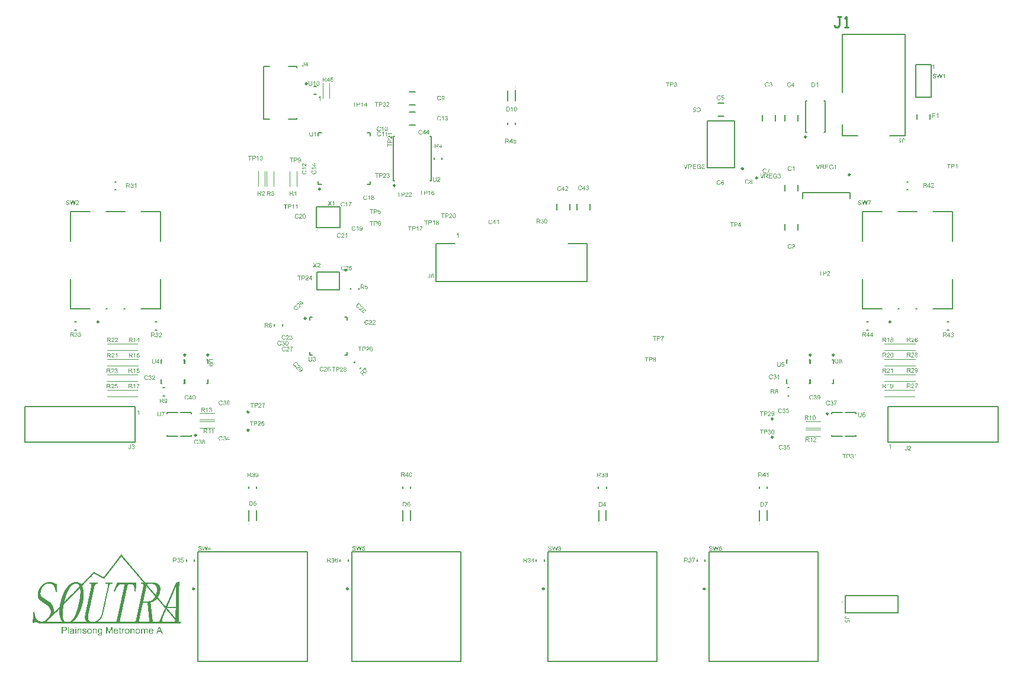
<source format=gto>
G04*
G04 #@! TF.GenerationSoftware,Altium Limited,Altium Designer,24.5.2 (23)*
G04*
G04 Layer_Color=65535*
%FSLAX44Y44*%
%MOMM*%
G71*
G04*
G04 #@! TF.SameCoordinates,75C5DE1E-65E4-46FA-8C81-F02E573EC27C*
G04*
G04*
G04 #@! TF.FilePolarity,Positive*
G04*
G01*
G75*
%ADD10C,0.2500*%
%ADD11C,0.1000*%
%ADD12C,0.2000*%
%ADD13C,0.2540*%
G36*
X142214Y214612D02*
X142231Y214547D01*
X142304Y214474D01*
X142336Y214457D01*
X142377Y214417D01*
X142393Y214384D01*
X142523Y214254D01*
X142539Y214222D01*
X142612Y214133D01*
X142702Y214043D01*
X142718Y214011D01*
X142815Y213913D01*
X142832Y213881D01*
X142945Y213735D01*
X143010Y213670D01*
X143026Y213637D01*
X143099Y213548D01*
X143173Y213475D01*
X143189Y213442D01*
X143319Y213313D01*
X143335Y213280D01*
X143367Y213248D01*
X143376Y213223D01*
X143408Y213207D01*
X143465Y213150D01*
X143514Y213069D01*
X143611Y212972D01*
X143627Y212939D01*
X143660Y212907D01*
X143676Y212874D01*
X143773Y212777D01*
X143790Y212744D01*
X143822Y212712D01*
X143838Y212679D01*
X143936Y212582D01*
X143952Y212549D01*
X144025Y212460D01*
X144114Y212371D01*
X144131Y212338D01*
X144261Y212208D01*
X144277Y212176D01*
X144334Y212103D01*
X144366Y212087D01*
X144390Y212062D01*
X144407Y212030D01*
X144480Y211940D01*
X144537Y211884D01*
X144553Y211851D01*
X144585Y211819D01*
X144601Y211786D01*
X144699Y211689D01*
X144715Y211656D01*
X144748Y211624D01*
X144764Y211591D01*
X144861Y211494D01*
X144878Y211462D01*
X144951Y211372D01*
X145056Y211267D01*
X145072Y211234D01*
X145186Y211120D01*
X145202Y211088D01*
X145259Y211015D01*
X145292Y210999D01*
X145316Y210974D01*
X145332Y210942D01*
X145405Y210853D01*
X145478Y210779D01*
X145495Y210747D01*
X145608Y210601D01*
X145673Y210536D01*
X145689Y210504D01*
X145803Y210390D01*
X145819Y210357D01*
X145892Y210268D01*
X145982Y210179D01*
X145998Y210146D01*
X146112Y210033D01*
X146128Y210000D01*
X146201Y209911D01*
X146274Y209838D01*
X146290Y209805D01*
X146363Y209716D01*
X146436Y209643D01*
X146453Y209610D01*
X146485Y209578D01*
X146501Y209545D01*
X146599Y209448D01*
X146615Y209415D01*
X146672Y209342D01*
X146704Y209326D01*
X146729Y209302D01*
X146745Y209269D01*
X146818Y209180D01*
X146907Y209091D01*
X146924Y209058D01*
X147037Y208945D01*
X147053Y208912D01*
X147127Y208823D01*
X147199Y208750D01*
X147216Y208717D01*
X147289Y208628D01*
X147362Y208555D01*
X147378Y208522D01*
X147451Y208433D01*
X147524Y208360D01*
X147541Y208328D01*
X147614Y208238D01*
X147646Y208222D01*
X147670Y208198D01*
X147687Y208165D01*
X147760Y208076D01*
X147833Y208003D01*
X147849Y207970D01*
X147963Y207857D01*
X147979Y207824D01*
X148011Y207792D01*
X148028Y207759D01*
X148141Y207646D01*
X148158Y207613D01*
X148247Y207491D01*
X148271Y207483D01*
X148287Y207451D01*
X148336Y207402D01*
X148352Y207370D01*
X148466Y207256D01*
X148515Y207175D01*
X148555Y207134D01*
X148588Y207118D01*
X148653Y207020D01*
X148775Y206899D01*
X148791Y206866D01*
X148831Y206809D01*
X148864Y206793D01*
X148904Y206752D01*
X148921Y206720D01*
X149034Y206574D01*
X149099Y206509D01*
X149116Y206476D01*
X149213Y206379D01*
X149229Y206347D01*
X149262Y206314D01*
X149278Y206282D01*
X149392Y206168D01*
X149408Y206136D01*
X149481Y206046D01*
X149522Y206022D01*
X149538Y205989D01*
X149570Y205957D01*
X149586Y205924D01*
X149700Y205811D01*
X149716Y205778D01*
X149789Y205689D01*
X149862Y205616D01*
X149879Y205583D01*
X149952Y205494D01*
X150025Y205421D01*
X150041Y205389D01*
X150114Y205299D01*
X150187Y205226D01*
X150204Y205194D01*
X150244Y205137D01*
X150277Y205121D01*
X150333Y205064D01*
X150350Y205031D01*
X150423Y204942D01*
X150455Y204926D01*
X150520Y204828D01*
X150626Y204723D01*
X150642Y204690D01*
X150674Y204658D01*
X150691Y204625D01*
X150804Y204512D01*
X150853Y204431D01*
X150950Y204333D01*
X150967Y204301D01*
X151040Y204211D01*
X151113Y204138D01*
X151129Y204106D01*
X151186Y204033D01*
X151218Y204016D01*
X151259Y203976D01*
X151275Y203943D01*
X151348Y203854D01*
X151389Y203830D01*
X151405Y203797D01*
X151438Y203765D01*
X151454Y203732D01*
X151551Y203635D01*
X151567Y203602D01*
X151641Y203513D01*
X151697Y203456D01*
X151714Y203424D01*
X151746Y203391D01*
X151762Y203359D01*
X151876Y203245D01*
X151892Y203213D01*
X151965Y203123D01*
X152055Y203034D01*
X152071Y203002D01*
X152128Y202929D01*
X152160Y202912D01*
X152201Y202872D01*
X152217Y202839D01*
X152290Y202750D01*
X152363Y202677D01*
X152379Y202644D01*
X152436Y202571D01*
X152461Y202563D01*
X152477Y202531D01*
X152509Y202498D01*
X152526Y202466D01*
X152558Y202433D01*
X152574Y202401D01*
X152688Y202287D01*
X152704Y202255D01*
X152745Y202198D01*
X152777Y202182D01*
X152802Y202157D01*
X152818Y202125D01*
X152850Y202092D01*
X152866Y202060D01*
X152980Y201946D01*
X152996Y201914D01*
X153029Y201881D01*
X153045Y201849D01*
X153102Y201808D01*
X153126Y201784D01*
X153142Y201751D01*
X153216Y201662D01*
X153289Y201589D01*
X153305Y201556D01*
X153354Y201508D01*
X153370Y201475D01*
X153419Y201443D01*
X153435Y201410D01*
X153548Y201264D01*
X153613Y201199D01*
X153630Y201167D01*
X153703Y201077D01*
X153776Y201004D01*
X153792Y200972D01*
X153922Y200842D01*
X153938Y200809D01*
X153995Y200737D01*
X154028Y200720D01*
X154052Y200696D01*
X154068Y200663D01*
X154141Y200574D01*
X154214Y200501D01*
X154230Y200469D01*
X154304Y200379D01*
X154377Y200306D01*
X154393Y200274D01*
X154466Y200184D01*
X154539Y200111D01*
X154555Y200079D01*
X154628Y199989D01*
X154701Y199916D01*
X154718Y199884D01*
X154847Y199754D01*
X154864Y199722D01*
X154937Y199632D01*
X154969Y199616D01*
X155010Y199559D01*
X155083Y199470D01*
X155140Y199413D01*
X155156Y199381D01*
X155229Y199291D01*
X155253Y199267D01*
X155262Y199243D01*
X155286Y199235D01*
X155302Y199202D01*
X155335Y199170D01*
X155351Y199137D01*
X155464Y199023D01*
X155481Y198991D01*
X155554Y198902D01*
X155643Y198812D01*
X155659Y198780D01*
X155789Y198650D01*
X155806Y198617D01*
X155879Y198528D01*
X155952Y198455D01*
X155968Y198423D01*
X156082Y198309D01*
X156098Y198276D01*
X156212Y198130D01*
X156260Y198082D01*
X156276Y198049D01*
X156309Y198017D01*
X156325Y197984D01*
X156382Y197944D01*
X156447Y197846D01*
X156585Y197708D01*
X156601Y197676D01*
X156715Y197562D01*
X156731Y197530D01*
X156804Y197440D01*
X156877Y197367D01*
X156894Y197335D01*
X156966Y197245D01*
X157040Y197172D01*
X157056Y197140D01*
X157129Y197050D01*
X157202Y196977D01*
X157218Y196945D01*
X157291Y196856D01*
X157364Y196783D01*
X157381Y196750D01*
X157510Y196620D01*
X157527Y196588D01*
X157567Y196531D01*
X157600Y196515D01*
X157640Y196474D01*
X157657Y196442D01*
X157730Y196352D01*
X157803Y196279D01*
X157819Y196247D01*
X157892Y196157D01*
X157949Y196101D01*
X157965Y196068D01*
X157998Y196036D01*
X158014Y196003D01*
X158127Y195889D01*
X158144Y195857D01*
X158217Y195768D01*
X158249Y195751D01*
X158274Y195727D01*
X158290Y195695D01*
X158363Y195605D01*
X158436Y195532D01*
X158452Y195500D01*
X158485Y195467D01*
X158501Y195435D01*
X158558Y195394D01*
X158623Y195297D01*
X158728Y195191D01*
X158745Y195159D01*
X158834Y195037D01*
X158858Y195029D01*
X158875Y194996D01*
X158923Y194948D01*
X158939Y194915D01*
X159053Y194802D01*
X159069Y194769D01*
X159142Y194680D01*
X159183Y194655D01*
X159199Y194623D01*
X159232Y194590D01*
X159248Y194558D01*
X159378Y194428D01*
X159394Y194396D01*
X159451Y194322D01*
X159475Y194314D01*
X159492Y194282D01*
X159524Y194249D01*
X159540Y194217D01*
X159573Y194184D01*
X159589Y194152D01*
X159703Y194038D01*
X159719Y194006D01*
X159792Y193917D01*
X159849Y193860D01*
X159865Y193827D01*
X159922Y193754D01*
X159954Y193738D01*
X159979Y193714D01*
X159995Y193681D01*
X160068Y193592D01*
X160157Y193503D01*
X160173Y193470D01*
X160303Y193340D01*
X160320Y193308D01*
X160393Y193218D01*
X160450Y193162D01*
X160466Y193129D01*
X160498Y193097D01*
X160515Y193064D01*
X160612Y192967D01*
X160628Y192934D01*
X160661Y192902D01*
X160677Y192869D01*
X160791Y192756D01*
X160807Y192723D01*
X160847Y192666D01*
X160880Y192650D01*
X160937Y192593D01*
X160985Y192512D01*
X161099Y192398D01*
X161115Y192366D01*
X161229Y192252D01*
X161245Y192220D01*
X161318Y192131D01*
X161391Y192057D01*
X161408Y192025D01*
X161481Y191936D01*
X161537Y191879D01*
X161554Y191846D01*
X161586Y191814D01*
X161602Y191781D01*
X161716Y191668D01*
X161732Y191635D01*
X161789Y191562D01*
X161822Y191546D01*
X161862Y191505D01*
X161878Y191473D01*
X161952Y191383D01*
X162025Y191310D01*
X162041Y191278D01*
X162155Y191164D01*
X162171Y191132D01*
X162244Y191042D01*
X162301Y190986D01*
X162317Y190953D01*
X162349Y190921D01*
X162366Y190888D01*
X162479Y190775D01*
X162495Y190742D01*
X162568Y190653D01*
X162642Y190580D01*
X162658Y190547D01*
X162731Y190458D01*
X162763Y190442D01*
X162788Y190417D01*
X162804Y190385D01*
X162877Y190296D01*
X162950Y190222D01*
X162966Y190190D01*
X162999Y190158D01*
X163015Y190125D01*
X163113Y190028D01*
X163129Y189995D01*
X163161Y189963D01*
X163177Y189930D01*
X163275Y189833D01*
X163291Y189800D01*
X163324Y189768D01*
X163340Y189735D01*
X163437Y189638D01*
X163454Y189606D01*
X163583Y189476D01*
X163600Y189443D01*
X163657Y189370D01*
X163689Y189354D01*
X163729Y189313D01*
X163778Y189232D01*
X163892Y189118D01*
X163908Y189086D01*
X163941Y189053D01*
X163957Y189021D01*
X164006Y188988D01*
X164022Y188956D01*
X164054Y188923D01*
X164070Y188891D01*
X164144Y188802D01*
X164200Y188745D01*
X164217Y188712D01*
X164290Y188623D01*
X164379Y188534D01*
X164395Y188501D01*
X164420Y188461D01*
X164452Y188444D01*
X164509Y188388D01*
X164525Y188355D01*
X164598Y188266D01*
X164631Y188250D01*
X164655Y188225D01*
X164671Y188193D01*
X164744Y188104D01*
X164818Y188030D01*
X164834Y187998D01*
X164907Y187909D01*
X164964Y187852D01*
X164980Y187819D01*
X165012Y187787D01*
X165029Y187754D01*
X165126Y187657D01*
X165142Y187624D01*
X165215Y187535D01*
X165305Y187446D01*
X165321Y187413D01*
X165361Y187356D01*
X165394Y187340D01*
X165451Y187283D01*
X165467Y187251D01*
X165540Y187162D01*
X165613Y187089D01*
X165629Y187056D01*
X165743Y186943D01*
X165759Y186910D01*
X165849Y186788D01*
X165873Y186780D01*
X165889Y186748D01*
X165938Y186699D01*
X165954Y186667D01*
X166068Y186553D01*
X166084Y186520D01*
X166157Y186431D01*
X166246Y186342D01*
X166263Y186309D01*
X166376Y186196D01*
X166392Y186163D01*
X166466Y186074D01*
X166539Y186001D01*
X166555Y185968D01*
X166669Y185855D01*
X166685Y185822D01*
X166798Y185676D01*
X166863Y185611D01*
X166880Y185578D01*
X166953Y185489D01*
X166977Y185481D01*
X166993Y185449D01*
X167026Y185416D01*
X167042Y185384D01*
X167172Y185254D01*
X167188Y185221D01*
X167318Y185091D01*
X167367Y185010D01*
X167464Y184913D01*
X167481Y184880D01*
X167554Y184791D01*
X167627Y184718D01*
X167643Y184685D01*
X167675Y184653D01*
X167692Y184620D01*
X167789Y184523D01*
X167805Y184491D01*
X167878Y184401D01*
X167951Y184328D01*
X167968Y184296D01*
X168097Y184166D01*
X168114Y184133D01*
X168146Y184101D01*
X168162Y184068D01*
X168219Y184028D01*
X168244Y184004D01*
X168260Y183971D01*
X168333Y183882D01*
X168406Y183809D01*
X168422Y183776D01*
X168495Y183687D01*
X168552Y183630D01*
X168568Y183598D01*
X168601Y183565D01*
X168617Y183533D01*
X168731Y183419D01*
X168780Y183338D01*
X168893Y183224D01*
X168909Y183192D01*
X169039Y183062D01*
X169056Y183029D01*
X169112Y182956D01*
X169145Y182940D01*
X169169Y182915D01*
X169185Y182883D01*
X169258Y182794D01*
X169332Y182721D01*
X169348Y182688D01*
X169461Y182542D01*
X169526Y182477D01*
X169543Y182445D01*
X169656Y182331D01*
X169673Y182299D01*
X169746Y182209D01*
X169835Y182120D01*
X169851Y182087D01*
X169965Y181974D01*
X169981Y181941D01*
X170054Y181852D01*
X170127Y181779D01*
X170143Y181746D01*
X170217Y181657D01*
X170290Y181584D01*
X170306Y181552D01*
X170379Y181462D01*
X170452Y181389D01*
X170468Y181357D01*
X170525Y181284D01*
X170557Y181267D01*
X170598Y181211D01*
X170671Y181121D01*
X170760Y181032D01*
X170777Y181000D01*
X170907Y180870D01*
X170923Y180837D01*
X170996Y180748D01*
X171020Y180740D01*
X171036Y180707D01*
X171069Y180675D01*
X171085Y180642D01*
X171158Y180553D01*
X171215Y180496D01*
X171231Y180464D01*
X171304Y180374D01*
X171378Y180301D01*
X171394Y180269D01*
X171451Y180196D01*
X171483Y180180D01*
X171524Y180139D01*
X171540Y180106D01*
X171613Y180017D01*
X171686Y179944D01*
X171702Y179912D01*
X171832Y179782D01*
X171848Y179749D01*
X171922Y179660D01*
X171995Y179587D01*
X172043Y179506D01*
X172125Y179424D01*
X172141Y179392D01*
X172173Y179359D01*
X172189Y179327D01*
X172303Y179213D01*
X172319Y179181D01*
X172392Y179091D01*
X172449Y179051D01*
X172465Y179018D01*
X172539Y178929D01*
X172628Y178840D01*
X172644Y178807D01*
X172685Y178750D01*
X172717Y178734D01*
X172742Y178710D01*
X172758Y178678D01*
X172790Y178645D01*
X172806Y178612D01*
X172839Y178580D01*
X172855Y178548D01*
X172953Y178450D01*
X172969Y178418D01*
X173066Y178320D01*
X173083Y178288D01*
X173115Y178255D01*
X173131Y178223D01*
X173245Y178109D01*
X173261Y178077D01*
X173334Y177987D01*
X173367Y177971D01*
X173391Y177947D01*
X173407Y177914D01*
X173480Y177825D01*
X173553Y177752D01*
X173570Y177719D01*
X173683Y177606D01*
X173699Y177573D01*
X173813Y177427D01*
X173878Y177362D01*
X173894Y177330D01*
X173967Y177240D01*
X174041Y177167D01*
X174057Y177135D01*
X174187Y177005D01*
X174203Y176973D01*
X174260Y176899D01*
X174292Y176883D01*
X174333Y176826D01*
X174406Y176737D01*
X174479Y176664D01*
X174495Y176632D01*
X174528Y176599D01*
X174544Y176567D01*
X174568Y176542D01*
X174593Y176534D01*
X174609Y176502D01*
X174641Y176469D01*
X174657Y176437D01*
X174731Y176347D01*
X174804Y176274D01*
X174820Y176242D01*
X174893Y176152D01*
X174966Y176079D01*
X174982Y176047D01*
X175039Y175974D01*
X175072Y175958D01*
X175112Y175917D01*
X175128Y175885D01*
X175201Y175795D01*
X175234Y175779D01*
X175299Y175682D01*
X175404Y175576D01*
X175421Y175544D01*
X175494Y175454D01*
X175551Y175397D01*
X175567Y175365D01*
X175616Y175316D01*
X175632Y175284D01*
X175729Y175186D01*
X175746Y175154D01*
X175819Y175065D01*
X175892Y174991D01*
X175908Y174959D01*
X175940Y174926D01*
X175957Y174894D01*
X176013Y174853D01*
X176038Y174829D01*
X176054Y174797D01*
X176127Y174707D01*
X176216Y174618D01*
X176233Y174586D01*
X176273Y174545D01*
X176306Y174529D01*
X176419Y174448D01*
X176484Y174431D01*
X188305Y174415D01*
X188354Y174399D01*
X188906Y174383D01*
X188955Y174366D01*
X189198Y174350D01*
X189247Y174334D01*
X189401Y174310D01*
X189483Y174293D01*
X189702Y174269D01*
X189913Y174253D01*
X190116Y174228D01*
X190213Y174212D01*
X190343Y174180D01*
X190432Y174155D01*
X190497Y174139D01*
X190611Y174123D01*
X190676Y174107D01*
X190879Y174082D01*
X190960Y174066D01*
X191025Y174050D01*
X191115Y174025D01*
X191196Y173993D01*
X191326Y173960D01*
X191439Y173944D01*
X191626Y173904D01*
X191764Y173847D01*
X191845Y173814D01*
X192040Y173782D01*
X192170Y173749D01*
X192414Y173636D01*
X192584Y173595D01*
X192787Y173489D01*
X192892Y173465D01*
X193022Y173416D01*
X193047Y173392D01*
X193079Y173376D01*
X193193Y173327D01*
X193347Y173270D01*
X193372Y173246D01*
X193404Y173230D01*
X193437Y173197D01*
X193599Y173148D01*
X193680Y173100D01*
X193713Y173067D01*
X193745Y173051D01*
X193891Y172986D01*
X193972Y172937D01*
X194021Y172889D01*
X194102Y172856D01*
X194248Y172775D01*
X194313Y172710D01*
X194419Y172670D01*
X194492Y172596D01*
X194524Y172580D01*
X194638Y172515D01*
X194727Y172442D01*
X194768Y172402D01*
X194882Y172337D01*
X194979Y172239D01*
X195060Y172190D01*
X195174Y172077D01*
X195206Y172061D01*
X195320Y171947D01*
X195352Y171931D01*
X195401Y171882D01*
X195434Y171866D01*
X195734Y171565D01*
X195750Y171533D01*
X195896Y171387D01*
X195913Y171354D01*
X196010Y171257D01*
X196026Y171224D01*
X196083Y171151D01*
X196116Y171135D01*
X196156Y171094D01*
X196205Y171013D01*
X196303Y170916D01*
X196319Y170883D01*
X196392Y170794D01*
X196449Y170737D01*
X196465Y170705D01*
X196546Y170591D01*
X196579Y170559D01*
X196595Y170526D01*
X196627Y170494D01*
X196708Y170347D01*
X196773Y170283D01*
X196854Y170136D01*
X196936Y170023D01*
X196976Y169917D01*
X197017Y169860D01*
X197049Y169828D01*
X197066Y169795D01*
X197114Y169682D01*
X197195Y169536D01*
X197228Y169503D01*
X197277Y169341D01*
X197342Y169227D01*
X197374Y169195D01*
X197423Y169032D01*
X197447Y168943D01*
X197528Y168813D01*
X197569Y168675D01*
X197593Y168570D01*
X197642Y168440D01*
X197666Y168415D01*
X197683Y168350D01*
X197715Y168269D01*
X197740Y168131D01*
X197756Y168050D01*
X197805Y167920D01*
X197837Y167839D01*
X197853Y167774D01*
X197869Y167693D01*
X197918Y167384D01*
X197951Y167254D01*
X197975Y167165D01*
X197991Y167100D01*
X198024Y166905D01*
X198040Y166791D01*
X198064Y166459D01*
X198081Y166312D01*
X198113Y166101D01*
X198129Y165955D01*
X198146Y165760D01*
X198162Y165533D01*
X198170Y164469D01*
X198154Y164421D01*
X198137Y163934D01*
X198121Y163885D01*
X198097Y163682D01*
X198081Y163536D01*
X198064Y163341D01*
X198048Y163130D01*
X198032Y162903D01*
X198016Y162724D01*
X197999Y162594D01*
X197967Y162432D01*
X197934Y162302D01*
X197918Y162220D01*
X197894Y162001D01*
X197878Y161839D01*
X197853Y161685D01*
X197837Y161604D01*
X197821Y161539D01*
X197780Y161401D01*
X197756Y161295D01*
X197740Y161197D01*
X197723Y161051D01*
X197691Y160856D01*
X197675Y160792D01*
X197602Y160556D01*
X197585Y160491D01*
X197561Y160305D01*
X197545Y160223D01*
X197512Y160093D01*
X197472Y159988D01*
X197439Y159874D01*
X197423Y159761D01*
X197407Y159696D01*
X197390Y159582D01*
X197325Y159419D01*
X197277Y159257D01*
X197252Y159103D01*
X197236Y159022D01*
X197187Y158892D01*
X197147Y158802D01*
X197114Y158673D01*
X197098Y158559D01*
X197082Y158494D01*
X197041Y158388D01*
X196968Y158218D01*
X196952Y158104D01*
X196936Y158039D01*
X196895Y157934D01*
X196822Y157763D01*
X196790Y157633D01*
X196773Y157536D01*
X196660Y157292D01*
X196627Y157163D01*
X196603Y157073D01*
X196530Y156951D01*
X196497Y156838D01*
X196465Y156708D01*
X196384Y156562D01*
X196335Y156448D01*
X196311Y156342D01*
X196278Y156261D01*
X196213Y156164D01*
X196173Y156026D01*
X196124Y155896D01*
X196043Y155782D01*
X196018Y155693D01*
X196002Y155628D01*
X195970Y155547D01*
X195929Y155490D01*
X195864Y155344D01*
X195815Y155214D01*
X195783Y155182D01*
X195767Y155149D01*
X195718Y155068D01*
X195702Y155003D01*
X195661Y154897D01*
X195637Y154873D01*
X195620Y154840D01*
X195588Y154808D01*
X195555Y154727D01*
X195507Y154597D01*
X195474Y154564D01*
X195458Y154532D01*
X195426Y154500D01*
X195369Y154345D01*
X195312Y154256D01*
X195280Y154223D01*
X195231Y154110D01*
X195198Y154029D01*
X195166Y153996D01*
X195158Y153972D01*
X195133Y153964D01*
X195117Y153931D01*
X195068Y153818D01*
X195052Y153785D01*
X194979Y153696D01*
X194939Y153623D01*
X194898Y153517D01*
X194874Y153493D01*
X194857Y153460D01*
X194792Y153395D01*
X194752Y153290D01*
X194711Y153233D01*
X194662Y153184D01*
X194646Y153152D01*
X194614Y153071D01*
X194630Y152941D01*
X194744Y152827D01*
X194760Y152795D01*
X194792Y152762D01*
X194809Y152730D01*
X194849Y152689D01*
X194874Y152681D01*
X194890Y152648D01*
X194922Y152616D01*
X194971Y152535D01*
X195068Y152437D01*
X195085Y152405D01*
X195158Y152316D01*
X195231Y152242D01*
X195247Y152210D01*
X195304Y152137D01*
X195336Y152121D01*
X195377Y152080D01*
X195393Y152048D01*
X195466Y151958D01*
X195539Y151885D01*
X195555Y151853D01*
X195685Y151723D01*
X195702Y151690D01*
X195775Y151601D01*
X195848Y151528D01*
X195896Y151447D01*
X195994Y151349D01*
X196010Y151317D01*
X196083Y151228D01*
X196156Y151154D01*
X196173Y151122D01*
X196246Y151033D01*
X196278Y151017D01*
X196303Y150992D01*
X196319Y150960D01*
X196392Y150870D01*
X196481Y150781D01*
X196497Y150749D01*
X196538Y150692D01*
X196570Y150675D01*
X196595Y150651D01*
X196611Y150619D01*
X196643Y150586D01*
X196660Y150554D01*
X196741Y150472D01*
X196757Y150440D01*
X196806Y150391D01*
X196822Y150359D01*
X196919Y150261D01*
X196936Y150229D01*
X197009Y150140D01*
X197098Y150050D01*
X197114Y150018D01*
X197171Y149945D01*
X197204Y149929D01*
X197244Y149888D01*
X197260Y149855D01*
X197334Y149766D01*
X197407Y149693D01*
X197423Y149661D01*
X197537Y149547D01*
X197553Y149515D01*
X197666Y149368D01*
X197731Y149303D01*
X197748Y149271D01*
X197821Y149182D01*
X197894Y149108D01*
X197910Y149076D01*
X198040Y148946D01*
X198056Y148914D01*
X198113Y148841D01*
X198146Y148824D01*
X198170Y148800D01*
X198186Y148767D01*
X198259Y148678D01*
X198332Y148605D01*
X198348Y148573D01*
X198381Y148540D01*
X198397Y148508D01*
X198421Y148483D01*
X198446Y148475D01*
X198462Y148443D01*
X198494Y148410D01*
X198511Y148378D01*
X198584Y148288D01*
X198657Y148216D01*
X198673Y148183D01*
X198746Y148094D01*
X198819Y148021D01*
X198836Y147988D01*
X198876Y147931D01*
X198909Y147915D01*
X198965Y147858D01*
X198982Y147826D01*
X199055Y147737D01*
X199087Y147720D01*
X199152Y147623D01*
X199258Y147517D01*
X199274Y147485D01*
X199347Y147395D01*
X199404Y147339D01*
X199420Y147306D01*
X199453Y147274D01*
X199469Y147241D01*
X199583Y147128D01*
X199599Y147095D01*
X199672Y147006D01*
X199761Y146916D01*
X199777Y146884D01*
X199907Y146754D01*
X199956Y146673D01*
X200070Y146559D01*
X200086Y146527D01*
X200200Y146413D01*
X200216Y146381D01*
X200289Y146291D01*
X200329Y146235D01*
X200378Y146186D01*
X200394Y146153D01*
X200427Y146121D01*
X200443Y146088D01*
X200500Y146048D01*
X200565Y145950D01*
X200687Y145829D01*
X200703Y145796D01*
X200833Y145666D01*
X200849Y145634D01*
X200922Y145544D01*
X200995Y145471D01*
X201011Y145439D01*
X201125Y145325D01*
X201141Y145293D01*
X201255Y145147D01*
X201320Y145082D01*
X201336Y145049D01*
X201409Y144960D01*
X201482Y144887D01*
X201499Y144854D01*
X201628Y144724D01*
X201645Y144692D01*
X201677Y144659D01*
X201685Y144635D01*
X201718Y144619D01*
X201758Y144578D01*
X201775Y144546D01*
X201848Y144456D01*
X201921Y144383D01*
X201937Y144351D01*
X202010Y144262D01*
X202083Y144188D01*
X202099Y144156D01*
X202172Y144067D01*
X202246Y143994D01*
X202262Y143961D01*
X202335Y143872D01*
X202408Y143799D01*
X202424Y143766D01*
X202554Y143636D01*
X202570Y143604D01*
X202627Y143531D01*
X202659Y143515D01*
X202684Y143490D01*
X202700Y143458D01*
X202773Y143369D01*
X202862Y143279D01*
X202911Y143198D01*
X202992Y143117D01*
X203009Y143084D01*
X203041Y143052D01*
X203057Y143019D01*
X203171Y142906D01*
X203187Y142873D01*
X203260Y142784D01*
X203350Y142695D01*
X203366Y142662D01*
X203480Y142549D01*
X203496Y142516D01*
X203569Y142427D01*
X203609Y142402D01*
X203626Y142370D01*
X203699Y142281D01*
X203772Y142207D01*
X203788Y142175D01*
X203902Y142029D01*
X203967Y141964D01*
X203983Y141931D01*
X204015Y141899D01*
X204032Y141867D01*
X204088Y141826D01*
X204153Y141728D01*
X204275Y141607D01*
X204291Y141574D01*
X204421Y141444D01*
X204438Y141412D01*
X204511Y141323D01*
X204584Y141250D01*
X204600Y141217D01*
X204673Y141128D01*
X204730Y141071D01*
X204746Y141038D01*
X204795Y140990D01*
X204811Y140957D01*
X204892Y140876D01*
X204909Y140843D01*
X204965Y140771D01*
X204998Y140754D01*
X205038Y140714D01*
X205055Y140681D01*
X205128Y140592D01*
X205217Y140503D01*
X205233Y140470D01*
X205347Y140356D01*
X205363Y140324D01*
X205436Y140235D01*
X205477Y140210D01*
X205493Y140178D01*
X205525Y140145D01*
X205542Y140113D01*
X205615Y140023D01*
X205655Y139967D01*
X205696Y139926D01*
X205761Y139910D01*
X205793Y139926D01*
X205818Y139951D01*
X205850Y140064D01*
X205867Y140129D01*
X205948Y140243D01*
X205980Y140356D01*
X206037Y140511D01*
X206102Y140608D01*
X206159Y140795D01*
X206191Y140876D01*
X206256Y140973D01*
X206289Y141055D01*
X206305Y141120D01*
X206329Y141209D01*
X206394Y141306D01*
X206435Y141379D01*
X206467Y141509D01*
X206508Y141615D01*
X206549Y141655D01*
X206565Y141688D01*
X206597Y141769D01*
X206613Y141834D01*
X206670Y141988D01*
X206711Y142029D01*
X206760Y142142D01*
X206784Y142248D01*
X206816Y142329D01*
X206889Y142435D01*
X206922Y142549D01*
X206979Y142703D01*
X207019Y142743D01*
X207068Y142857D01*
X207092Y142963D01*
X207125Y143044D01*
X207190Y143141D01*
X207230Y143247D01*
X207263Y143377D01*
X207377Y143555D01*
X207401Y143677D01*
X207433Y143758D01*
X207498Y143856D01*
X207539Y143961D01*
X207555Y144026D01*
X207596Y144132D01*
X207661Y144229D01*
X207693Y144310D01*
X207726Y144440D01*
X207750Y144497D01*
X207831Y144611D01*
X207856Y144700D01*
X207872Y144765D01*
X207904Y144846D01*
X207969Y144944D01*
X208010Y145049D01*
X208034Y145155D01*
X208156Y145390D01*
X208188Y145504D01*
X208229Y145609D01*
X208270Y145650D01*
X208318Y145764D01*
X208343Y145869D01*
X208375Y145950D01*
X208400Y145975D01*
X208416Y146007D01*
X208448Y146040D01*
X208473Y146129D01*
X208489Y146194D01*
X208538Y146324D01*
X208562Y146348D01*
X208578Y146381D01*
X208627Y146494D01*
X208659Y146608D01*
X208724Y146722D01*
X208789Y146868D01*
X208814Y146957D01*
X208846Y147038D01*
X208871Y147063D01*
X208887Y147095D01*
X208935Y147209D01*
X208968Y147322D01*
X209049Y147469D01*
X209098Y147582D01*
X209114Y147647D01*
X209155Y147753D01*
X209220Y147850D01*
X209260Y147956D01*
X209284Y148061D01*
X209366Y148191D01*
X209406Y148280D01*
X209431Y148386D01*
X209463Y148467D01*
X209528Y148565D01*
X209561Y148646D01*
X209593Y148776D01*
X209617Y148833D01*
X209699Y148946D01*
X209731Y149076D01*
X209780Y149206D01*
X209861Y149320D01*
X209885Y149425D01*
X209902Y149490D01*
X210023Y149726D01*
X210056Y149839D01*
X210096Y149945D01*
X210121Y149969D01*
X210137Y150002D01*
X210202Y150148D01*
X210218Y150245D01*
X210299Y150359D01*
X210332Y150440D01*
X210348Y150505D01*
X210405Y150659D01*
X210429Y150684D01*
X210445Y150716D01*
X210494Y150830D01*
X210527Y150943D01*
X210608Y151090D01*
X210657Y151203D01*
X210673Y151268D01*
X210714Y151374D01*
X210786Y151479D01*
X210819Y151593D01*
X210835Y151658D01*
X210916Y151804D01*
X210965Y151918D01*
X210981Y151983D01*
X211022Y152088D01*
X211087Y152186D01*
X211127Y152291D01*
X211160Y152421D01*
X211274Y152600D01*
X211298Y152721D01*
X211331Y152803D01*
X211395Y152900D01*
X211436Y153006D01*
X211460Y153095D01*
X211501Y153201D01*
X211566Y153298D01*
X211615Y153460D01*
X211655Y153566D01*
X211696Y153606D01*
X211712Y153639D01*
X211745Y153720D01*
X211777Y153850D01*
X211842Y153964D01*
X211875Y153996D01*
X211923Y154175D01*
X211964Y154280D01*
X211988Y154305D01*
X212004Y154337D01*
X212069Y154483D01*
X212094Y154589D01*
X212150Y154678D01*
X212215Y154824D01*
X212232Y154889D01*
X212272Y154995D01*
X212297Y155019D01*
X212313Y155052D01*
X212378Y155198D01*
X212402Y155287D01*
X212435Y155368D01*
X212459Y155393D01*
X212475Y155425D01*
X212524Y155539D01*
X212540Y155604D01*
X212581Y155709D01*
X212646Y155807D01*
X212686Y155912D01*
X212711Y156018D01*
X212792Y156148D01*
X212833Y156237D01*
X212857Y156326D01*
X212873Y156391D01*
X212954Y156521D01*
X212995Y156627D01*
X213011Y156692D01*
X213060Y156821D01*
X213092Y156854D01*
X213109Y156886D01*
X213157Y157000D01*
X213174Y157098D01*
X213238Y157211D01*
X213271Y157244D01*
X213303Y157357D01*
X213360Y157512D01*
X213449Y157682D01*
X213482Y157796D01*
X213523Y157901D01*
X213547Y157926D01*
X213563Y157958D01*
X213628Y158104D01*
X213652Y158210D01*
X213717Y158307D01*
X213758Y158380D01*
X213790Y158510D01*
X213823Y158591D01*
X213839Y158624D01*
X213904Y158721D01*
X213937Y158835D01*
X213953Y158900D01*
X214034Y159046D01*
X214083Y159160D01*
X214099Y159225D01*
X214140Y159330D01*
X214180Y159387D01*
X214245Y159533D01*
X214270Y159622D01*
X214302Y159704D01*
X214326Y159728D01*
X214343Y159761D01*
X214391Y159874D01*
X214424Y159988D01*
X214505Y160134D01*
X214554Y160248D01*
X214586Y160378D01*
X214700Y160556D01*
X214740Y160727D01*
X214822Y160856D01*
X214862Y160962D01*
X214878Y161027D01*
X214927Y161157D01*
X214992Y161254D01*
X215025Y161336D01*
X215049Y161441D01*
X215073Y161498D01*
X215154Y161612D01*
X215187Y161742D01*
X215236Y161871D01*
X215301Y161969D01*
X215333Y162050D01*
X215357Y162156D01*
X215390Y162237D01*
X215414Y162261D01*
X215431Y162294D01*
X215495Y162440D01*
X215520Y162545D01*
X215577Y162635D01*
X215642Y162781D01*
X215658Y162846D01*
X215699Y162951D01*
X215723Y162976D01*
X215739Y163008D01*
X215804Y163154D01*
X215828Y163244D01*
X215861Y163325D01*
X215885Y163349D01*
X215901Y163382D01*
X215966Y163528D01*
X215991Y163633D01*
X216072Y163763D01*
X216112Y163852D01*
X216137Y163958D01*
X216169Y164039D01*
X216210Y164096D01*
X216275Y164242D01*
X216299Y164348D01*
X216397Y164510D01*
X216437Y164648D01*
X216478Y164754D01*
X216543Y164851D01*
X216583Y164957D01*
X216608Y165062D01*
X216689Y165192D01*
X216730Y165281D01*
X216754Y165387D01*
X216794Y165492D01*
X216859Y165590D01*
X216892Y165671D01*
X216916Y165777D01*
X216949Y165858D01*
X216973Y165882D01*
X216989Y165915D01*
X217054Y166061D01*
X217079Y166150D01*
X217103Y166207D01*
X217184Y166320D01*
X217209Y166426D01*
X217274Y166605D01*
X217314Y166645D01*
X217347Y166726D01*
X217379Y166840D01*
X217420Y166946D01*
X217444Y166970D01*
X217460Y167003D01*
X217525Y167149D01*
X217541Y167246D01*
X217655Y167425D01*
X217688Y167555D01*
X217728Y167660D01*
X217801Y167766D01*
X217834Y167879D01*
X217850Y167944D01*
X217931Y168090D01*
X217980Y168204D01*
X217996Y168269D01*
X218037Y168375D01*
X218077Y168431D01*
X218142Y168578D01*
X218167Y168683D01*
X218264Y168846D01*
X218321Y169032D01*
X218353Y169114D01*
X218435Y169227D01*
X218459Y169333D01*
X218475Y169398D01*
X218573Y169560D01*
X218597Y169633D01*
X218613Y169698D01*
X218654Y169804D01*
X218759Y170007D01*
X218792Y170136D01*
X218857Y170250D01*
X218922Y170396D01*
X218938Y170461D01*
X218979Y170567D01*
X219019Y170607D01*
X219035Y170640D01*
X219068Y170721D01*
X219084Y170786D01*
X219141Y170940D01*
X219181Y170981D01*
X219214Y171062D01*
X219246Y171176D01*
X219287Y171281D01*
X219328Y171338D01*
X219393Y171484D01*
X219417Y171590D01*
X219498Y171720D01*
X219539Y171809D01*
X219563Y171915D01*
X219596Y171996D01*
X219669Y172101D01*
X219701Y172215D01*
X219758Y172369D01*
X219831Y172475D01*
X219863Y172605D01*
X219904Y172710D01*
X219961Y172799D01*
X220010Y172913D01*
X220034Y173002D01*
X220066Y173084D01*
X220107Y173140D01*
X220156Y173254D01*
X220188Y173368D01*
X220221Y173449D01*
X220286Y173546D01*
X220318Y173627D01*
X220334Y173692D01*
X220383Y173822D01*
X220448Y173920D01*
X220497Y174050D01*
X220553Y174107D01*
X220635Y174139D01*
X220667Y174155D01*
X220846Y174237D01*
X220911Y174253D01*
X221016Y174277D01*
X221284Y174399D01*
X221455Y174439D01*
X221625Y174529D01*
X221885Y174594D01*
X221999Y174659D01*
X222112Y174707D01*
X222234Y174732D01*
X222299Y174748D01*
X222470Y174837D01*
X222583Y174870D01*
X222689Y174894D01*
X222770Y174926D01*
X222892Y175000D01*
X222997Y175024D01*
X223078Y175040D01*
X223143Y175056D01*
X223346Y175162D01*
X223452Y175186D01*
X223533Y175203D01*
X223663Y175251D01*
X223687Y175276D01*
X223801Y175324D01*
X223988Y175365D01*
X224069Y175397D01*
X224191Y175471D01*
X224280Y175495D01*
X224361Y175511D01*
X224491Y175560D01*
X224597Y175617D01*
X224710Y175649D01*
X224775Y175665D01*
X224881Y175690D01*
X224978Y175771D01*
X225051Y175795D01*
X225133Y175779D01*
X225157Y175706D01*
X225173Y175641D01*
X225157Y175576D01*
X225141Y173433D01*
X225124Y173384D01*
X225108Y171955D01*
X225092Y171906D01*
X225051Y170080D01*
X225035Y169251D01*
X225019Y168115D01*
X225003Y166540D01*
X224986Y165208D01*
X224970Y164283D01*
X224938Y162919D01*
X224921Y162383D01*
X224905Y161766D01*
X224889Y161019D01*
X224873Y160061D01*
X224856Y158746D01*
X224840Y157089D01*
X224824Y156018D01*
X224808Y155190D01*
X224792Y154508D01*
X224775Y153907D01*
X224759Y153387D01*
X224743Y152689D01*
X224727Y151893D01*
X224710Y150789D01*
X224694Y149263D01*
X224678Y147834D01*
X224662Y146876D01*
X224645Y146096D01*
X224613Y144960D01*
X224597Y144343D01*
X224580Y143645D01*
X224564Y142768D01*
X224548Y141452D01*
X224532Y139829D01*
X224516Y138627D01*
X224499Y137767D01*
X224483Y137085D01*
X224467Y136468D01*
X224451Y135899D01*
X224434Y135298D01*
X224418Y134486D01*
X224402Y133512D01*
X224369Y130557D01*
X224353Y129501D01*
X224337Y128722D01*
X224321Y128024D01*
X224305Y127488D01*
X224288Y126887D01*
X224272Y126157D01*
X224256Y125345D01*
X224240Y124192D01*
X224223Y122584D01*
X224215Y121683D01*
X224231Y121634D01*
X224248Y121163D01*
X224264Y121115D01*
X224288Y120879D01*
X224305Y120814D01*
X224329Y120725D01*
X224345Y120660D01*
X224361Y120546D01*
X224377Y120481D01*
X224402Y120246D01*
X224418Y120148D01*
X224434Y120067D01*
X224467Y119986D01*
X224524Y119799D01*
X224540Y119686D01*
X224556Y119621D01*
X224580Y119531D01*
X224654Y119410D01*
X224686Y119296D01*
X224702Y119231D01*
X224735Y119150D01*
X224816Y119036D01*
X224889Y118833D01*
X224978Y118744D01*
X224995Y118712D01*
X225027Y118679D01*
X225043Y118646D01*
X225141Y118582D01*
X225206Y118533D01*
X225214Y118509D01*
X225246Y118492D01*
X225425Y118395D01*
X225457Y118362D01*
X225490Y118346D01*
X225604Y118297D01*
X225758Y118241D01*
X225863Y118184D01*
X225977Y118151D01*
X226367Y118103D01*
X226432Y118086D01*
X226683Y118062D01*
X226813Y118046D01*
X227593Y118029D01*
X227658Y118013D01*
X227649Y117729D01*
X227584Y117713D01*
X227544Y117607D01*
X227511Y117413D01*
X227487Y117210D01*
X227471Y117128D01*
X227455Y117063D01*
X227398Y116877D01*
X227365Y116747D01*
X227349Y116633D01*
X227325Y116446D01*
X227292Y116316D01*
X227227Y116138D01*
X227203Y116048D01*
X227195Y115959D01*
X30483Y115967D01*
X30466Y116048D01*
X30426Y116089D01*
X30320Y116097D01*
X30223Y116081D01*
X30077Y116065D01*
X29979Y116048D01*
X29898Y116032D01*
X29817Y116000D01*
X29792Y115959D01*
X25230Y115975D01*
X25197Y116024D01*
X25083Y116057D01*
X24694Y116105D01*
X24532Y116122D01*
X24467Y116138D01*
X24328Y116162D01*
X24264Y116178D01*
X24158Y116219D01*
X24044Y116251D01*
X23979Y116268D01*
X23858Y116292D01*
X23776Y116325D01*
X23655Y116398D01*
X23565Y116422D01*
X23500Y116438D01*
X23370Y116519D01*
X23265Y116576D01*
X23159Y116617D01*
X23086Y116690D01*
X23005Y116722D01*
X22940Y116739D01*
X22851Y116763D01*
X22615Y116885D01*
X22494Y116909D01*
X22413Y116942D01*
X22356Y116982D01*
X22242Y117031D01*
X22112Y117063D01*
X22031Y117096D01*
X21820Y117193D01*
X21682Y117218D01*
X21617Y117234D01*
X21536Y117266D01*
X21365Y117339D01*
X21113Y117396D01*
X21032Y117429D01*
X20943Y117469D01*
X20813Y117502D01*
X20699Y117518D01*
X20561Y117542D01*
X20366Y117591D01*
X20277Y117615D01*
X20212Y117632D01*
X20099Y117648D01*
X20034Y117664D01*
X19587Y117689D01*
X19189Y117697D01*
X19140Y117680D01*
X18800Y117664D01*
X18718Y117632D01*
X18653Y117615D01*
X18507Y117550D01*
X18377Y117518D01*
X18288Y117494D01*
X18199Y117437D01*
X18118Y117388D01*
X18053Y117372D01*
X17947Y117331D01*
X17777Y117210D01*
X17712Y117193D01*
X17500Y117047D01*
X17436Y117031D01*
X17338Y116933D01*
X17306Y116917D01*
X17160Y116836D01*
X17095Y116771D01*
X16981Y116722D01*
X16948Y116706D01*
X16859Y116633D01*
X16770Y116593D01*
X16640Y116560D01*
X16429Y116495D01*
X16364Y116479D01*
X16120Y116495D01*
X16007Y116544D01*
X15901Y116568D01*
X15771Y116601D01*
X15658Y116617D01*
X15666Y117989D01*
X15698Y118005D01*
X15723Y118095D01*
X15739Y118159D01*
X15755Y118371D01*
X15771Y118435D01*
X15796Y118979D01*
X15812Y119548D01*
X15828Y120084D01*
X15844Y120457D01*
X15861Y120733D01*
X15877Y120960D01*
X15893Y121139D01*
X15909Y121350D01*
X15926Y121578D01*
X15942Y121870D01*
X15958Y122243D01*
X15974Y122795D01*
X15990Y123250D01*
X16007Y123559D01*
X16023Y123818D01*
X16039Y124029D01*
X16055Y124208D01*
X16072Y124419D01*
X16088Y124679D01*
X16104Y124987D01*
X16120Y125426D01*
X16136Y125978D01*
X16153Y126368D01*
X16169Y126644D01*
X16201Y127098D01*
X16218Y127277D01*
X16234Y127488D01*
X16250Y127780D01*
X16266Y128138D01*
X16315Y129469D01*
X16331Y129745D01*
X16348Y129956D01*
X16364Y130135D01*
X16380Y130346D01*
X16405Y130825D01*
X16421Y130939D01*
X16445Y131905D01*
X16461Y131986D01*
X16518Y132075D01*
X16640Y132148D01*
X16827Y132189D01*
X16908Y132221D01*
X17046Y132294D01*
X17176Y132327D01*
X17265Y132351D01*
X17346Y132384D01*
X17452Y132441D01*
X17565Y132473D01*
X17630Y132489D01*
X17720Y132514D01*
X17801Y132546D01*
X17825Y132570D01*
X17907Y132603D01*
X18036Y132635D01*
X18215Y132717D01*
X18264Y132700D01*
X18304Y132660D01*
X18320Y132497D01*
X18345Y131596D01*
X18377Y131174D01*
X18394Y131012D01*
X18410Y130801D01*
X18426Y130638D01*
X18442Y130459D01*
X18459Y130183D01*
X18475Y129875D01*
X18491Y129680D01*
X18523Y129469D01*
X18540Y129372D01*
X18556Y129307D01*
X18572Y129209D01*
X18605Y128949D01*
X18637Y128592D01*
X18653Y128495D01*
X18686Y128332D01*
X18718Y128202D01*
X18751Y128040D01*
X18767Y127943D01*
X18783Y127796D01*
X18800Y127667D01*
X18832Y127537D01*
X18873Y127399D01*
X18921Y127204D01*
X18946Y127017D01*
X18962Y126936D01*
X19067Y126603D01*
X19084Y126489D01*
X19100Y126424D01*
X19124Y126319D01*
X19157Y126238D01*
X19214Y126100D01*
X19279Y125791D01*
X19376Y125580D01*
X19392Y125515D01*
X19433Y125328D01*
X19538Y125125D01*
X19579Y124955D01*
X19611Y124874D01*
X19684Y124752D01*
X19709Y124646D01*
X19725Y124581D01*
X19758Y124500D01*
X19798Y124460D01*
X19814Y124427D01*
X19863Y124313D01*
X19887Y124208D01*
X19969Y124078D01*
X20009Y123989D01*
X20066Y123834D01*
X20107Y123794D01*
X20123Y123761D01*
X20188Y123615D01*
X20204Y123550D01*
X20237Y123518D01*
X20253Y123485D01*
X20301Y123437D01*
X20334Y123356D01*
X20375Y123250D01*
X20431Y123193D01*
X20448Y123161D01*
X20561Y122949D01*
X20610Y122901D01*
X20642Y122820D01*
X20707Y122706D01*
X20756Y122657D01*
X20772Y122625D01*
X20854Y122479D01*
X20919Y122414D01*
X21016Y122235D01*
X21097Y122154D01*
X21162Y122040D01*
X21243Y121959D01*
X21325Y121813D01*
X21406Y121732D01*
X21422Y121699D01*
X21495Y121610D01*
X21544Y121561D01*
X21576Y121545D01*
X21601Y121521D01*
X21617Y121488D01*
X21674Y121431D01*
X21706Y121415D01*
X21852Y121269D01*
X21885Y121253D01*
X22144Y120993D01*
X22177Y120977D01*
X22209Y120944D01*
X22242Y120928D01*
X22339Y120830D01*
X22372Y120814D01*
X22518Y120701D01*
X22583Y120636D01*
X22664Y120587D01*
X22761Y120490D01*
X22843Y120441D01*
X22924Y120360D01*
X23070Y120278D01*
X23151Y120197D01*
X23297Y120116D01*
X23362Y120051D01*
X23476Y120002D01*
X23557Y119954D01*
X23590Y119921D01*
X23622Y119905D01*
X23655Y119873D01*
X23720Y119856D01*
X23833Y119791D01*
X23882Y119743D01*
X23963Y119710D01*
X24069Y119670D01*
X24125Y119629D01*
X24158Y119596D01*
X24272Y119548D01*
X24337Y119531D01*
X24483Y119450D01*
X24515Y119418D01*
X24604Y119394D01*
X24669Y119377D01*
X24751Y119345D01*
X24921Y119255D01*
X25116Y119207D01*
X25197Y119174D01*
X25376Y119093D01*
X25644Y119036D01*
X25782Y118979D01*
X25896Y118947D01*
X25960Y118931D01*
X26074Y118914D01*
X26212Y118890D01*
X26342Y118858D01*
X26480Y118817D01*
X26545Y118801D01*
X26659Y118785D01*
X27146Y118736D01*
X27414Y118695D01*
X27511Y118679D01*
X27673Y118663D01*
X27868Y118646D01*
X28193Y118630D01*
X29013Y118622D01*
X29062Y118638D01*
X29533Y118655D01*
X29581Y118671D01*
X29809Y118687D01*
X29857Y118703D01*
X30085Y118736D01*
X30296Y118752D01*
X30410Y118768D01*
X30629Y118793D01*
X30726Y118809D01*
X30791Y118825D01*
X30978Y118882D01*
X31043Y118898D01*
X31156Y118914D01*
X31311Y118939D01*
X31376Y118955D01*
X31457Y118988D01*
X31546Y119028D01*
X31660Y119061D01*
X31774Y119077D01*
X31838Y119093D01*
X31944Y119134D01*
X32066Y119207D01*
X32188Y119231D01*
X32318Y119264D01*
X32415Y119328D01*
X32504Y119369D01*
X32634Y119402D01*
X32748Y119466D01*
X32780Y119499D01*
X32861Y119531D01*
X32926Y119548D01*
X33040Y119613D01*
X33138Y119678D01*
X33243Y119718D01*
X33332Y119775D01*
X33365Y119808D01*
X33397Y119824D01*
X33479Y119856D01*
X33560Y119905D01*
X33625Y119970D01*
X33836Y120084D01*
X33901Y120148D01*
X34047Y120230D01*
X34128Y120311D01*
X34242Y120376D01*
X34323Y120457D01*
X34437Y120522D01*
X34534Y120619D01*
X34566Y120636D01*
X34656Y120709D01*
X34729Y120782D01*
X34761Y120798D01*
X34907Y120944D01*
X34940Y120960D01*
X35086Y121107D01*
X35119Y121123D01*
X35159Y121163D01*
X35175Y121196D01*
X35232Y121253D01*
X35265Y121269D01*
X35289Y121293D01*
X35305Y121326D01*
X35484Y121504D01*
X35500Y121537D01*
X35557Y121578D01*
X35614Y121634D01*
X35630Y121667D01*
X35687Y121724D01*
X35719Y121740D01*
X35760Y121780D01*
X35776Y121813D01*
X35938Y121975D01*
X35955Y122008D01*
X35979Y122032D01*
X36012Y122048D01*
X36068Y122105D01*
X36085Y122138D01*
X36158Y122211D01*
X36190Y122227D01*
X36214Y122251D01*
X36231Y122284D01*
X36393Y122446D01*
X36409Y122479D01*
X36450Y122519D01*
X36483Y122535D01*
X36523Y122576D01*
X36539Y122608D01*
X36718Y122787D01*
X36734Y122820D01*
X36758Y122844D01*
X36791Y122860D01*
X36832Y122901D01*
X36848Y122933D01*
X36880Y122966D01*
X36897Y122998D01*
X37026Y123128D01*
X37043Y123161D01*
X37156Y123274D01*
X37173Y123307D01*
X37221Y123356D01*
X37238Y123388D01*
X37294Y123429D01*
X37335Y123485D01*
X37408Y123575D01*
X37441Y123591D01*
X37465Y123615D01*
X37481Y123648D01*
X37513Y123680D01*
X37530Y123713D01*
X37554Y123737D01*
X37587Y123753D01*
X37611Y123778D01*
X37627Y123810D01*
X37700Y123899D01*
X37773Y123973D01*
X37790Y124005D01*
X37863Y124094D01*
X37919Y124151D01*
X37936Y124184D01*
X38049Y124330D01*
X38098Y124378D01*
X38147Y124460D01*
X38244Y124557D01*
X38261Y124590D01*
X38334Y124679D01*
X38407Y124752D01*
X38472Y124866D01*
X38553Y124947D01*
X38634Y125093D01*
X38715Y125174D01*
X38780Y125288D01*
X38845Y125353D01*
X38861Y125385D01*
X38926Y125499D01*
X38999Y125588D01*
X39024Y125612D01*
X39105Y125759D01*
X39154Y125807D01*
X39170Y125840D01*
X39267Y126018D01*
X39316Y126067D01*
X39413Y126246D01*
X39446Y126278D01*
X39462Y126311D01*
X39576Y126522D01*
X39608Y126554D01*
X39625Y126587D01*
X39673Y126700D01*
X39738Y126814D01*
X39787Y126863D01*
X39852Y127042D01*
X39966Y127204D01*
X39990Y127309D01*
X40047Y127399D01*
X40112Y127496D01*
X40144Y127626D01*
X40209Y127740D01*
X40274Y127837D01*
X40298Y127959D01*
X40396Y128121D01*
X40420Y128194D01*
X40453Y128308D01*
X40469Y128373D01*
X40534Y128487D01*
X40582Y128600D01*
X40615Y128730D01*
X40647Y128811D01*
X40664Y128844D01*
X40729Y128990D01*
X40761Y129120D01*
X40785Y129225D01*
X40875Y129396D01*
X40907Y129526D01*
X40924Y129640D01*
X40980Y129794D01*
X41021Y129883D01*
X41070Y130078D01*
X41094Y130216D01*
X41159Y130394D01*
X41183Y130484D01*
X41199Y130549D01*
X41216Y130662D01*
X41232Y130727D01*
X41248Y130857D01*
X41281Y130939D01*
X41329Y131101D01*
X41362Y131296D01*
X41378Y131507D01*
X41394Y131572D01*
X41411Y131750D01*
X41427Y131799D01*
X41451Y131937D01*
X41484Y132294D01*
X41500Y132522D01*
X41508Y132968D01*
X41492Y133017D01*
X41467Y133463D01*
X41435Y133658D01*
X41419Y133723D01*
X41403Y133821D01*
X41386Y133967D01*
X41370Y134145D01*
X41354Y134275D01*
X41337Y134357D01*
X41289Y134486D01*
X41232Y134673D01*
X41208Y134827D01*
X41175Y134957D01*
X41102Y135128D01*
X41053Y135323D01*
X41013Y135428D01*
X40988Y135453D01*
X40924Y135599D01*
X40883Y135769D01*
X40826Y135859D01*
X40761Y136005D01*
X40737Y136094D01*
X40672Y136191D01*
X40631Y136232D01*
X40558Y136435D01*
X40534Y136459D01*
X40518Y136492D01*
X40485Y136524D01*
X40453Y136606D01*
X40412Y136711D01*
X40371Y136768D01*
X40339Y136800D01*
X40323Y136833D01*
X40241Y136979D01*
X40193Y137028D01*
X40177Y137060D01*
X40079Y137239D01*
X40014Y137304D01*
X39917Y137482D01*
X39868Y137531D01*
X39852Y137563D01*
X39803Y137677D01*
X39787Y137710D01*
X39714Y137799D01*
X39689Y137823D01*
X39649Y137929D01*
X39592Y138018D01*
X39560Y138051D01*
X39543Y138083D01*
X39430Y138294D01*
X39381Y138343D01*
X39283Y138521D01*
X39218Y138587D01*
X39202Y138619D01*
X39121Y138733D01*
X39056Y138798D01*
X38975Y138944D01*
X38910Y139009D01*
X38829Y139155D01*
X38731Y139252D01*
X38715Y139285D01*
X38674Y139341D01*
X38642Y139358D01*
X38602Y139398D01*
X38585Y139431D01*
X38512Y139520D01*
X38439Y139593D01*
X38423Y139626D01*
X38350Y139715D01*
X38277Y139788D01*
X38261Y139820D01*
X38187Y139910D01*
X38114Y139983D01*
X38098Y140015D01*
X38066Y140048D01*
X38049Y140080D01*
X37993Y140121D01*
X37936Y140178D01*
X37919Y140210D01*
X37879Y140251D01*
X37846Y140267D01*
X37790Y140324D01*
X37773Y140356D01*
X37717Y140413D01*
X37684Y140429D01*
X37643Y140470D01*
X37627Y140503D01*
X37538Y140592D01*
X37505Y140608D01*
X37465Y140665D01*
X37229Y140900D01*
X37197Y140917D01*
X37051Y141063D01*
X37018Y141079D01*
X36994Y141103D01*
X36978Y141136D01*
X36937Y141176D01*
X36905Y141193D01*
X36815Y141266D01*
X36742Y141339D01*
X36710Y141355D01*
X36677Y141388D01*
X36645Y141404D01*
X36515Y141534D01*
X36483Y141550D01*
X36369Y141664D01*
X36336Y141680D01*
X36247Y141753D01*
X36174Y141826D01*
X36093Y141875D01*
X35995Y141972D01*
X35914Y142021D01*
X35882Y142053D01*
X35849Y142070D01*
X35784Y142134D01*
X35752Y142151D01*
X35662Y142224D01*
X35622Y142264D01*
X35589Y142281D01*
X35451Y142386D01*
X35443Y142410D01*
X35411Y142427D01*
X35257Y142532D01*
X35200Y142589D01*
X35054Y142670D01*
X34989Y142735D01*
X34956Y142752D01*
X34842Y142833D01*
X34794Y142881D01*
X34761Y142898D01*
X34648Y142963D01*
X34583Y143027D01*
X34550Y143044D01*
X34404Y143125D01*
X34307Y143222D01*
X34160Y143303D01*
X34112Y143352D01*
X33933Y143450D01*
X33868Y143515D01*
X33787Y143547D01*
X33673Y143612D01*
X33625Y143661D01*
X33592Y143677D01*
X33446Y143758D01*
X33381Y143823D01*
X33202Y143921D01*
X33154Y143969D01*
X33121Y143986D01*
X32943Y144083D01*
X32894Y144132D01*
X32715Y144229D01*
X32683Y144262D01*
X32650Y144278D01*
X32472Y144375D01*
X32407Y144440D01*
X32293Y144489D01*
X32212Y144538D01*
X32163Y144586D01*
X32131Y144603D01*
X31920Y144716D01*
X31871Y144765D01*
X31692Y144862D01*
X31644Y144911D01*
X31530Y144960D01*
X31449Y145008D01*
X31400Y145057D01*
X31368Y145073D01*
X31221Y145155D01*
X31156Y145220D01*
X30954Y145325D01*
X30937Y145358D01*
X30815Y145431D01*
X30783Y145447D01*
X30694Y145520D01*
X30669Y145544D01*
X30588Y145577D01*
X30507Y145625D01*
X30442Y145690D01*
X30263Y145788D01*
X30215Y145837D01*
X30182Y145853D01*
X30036Y145934D01*
X29971Y145999D01*
X29939Y146015D01*
X29825Y146080D01*
X29776Y146129D01*
X29744Y146145D01*
X29711Y146178D01*
X29565Y146259D01*
X29484Y146340D01*
X29370Y146405D01*
X29305Y146470D01*
X29127Y146567D01*
X29046Y146649D01*
X28932Y146713D01*
X28867Y146778D01*
X28835Y146795D01*
X28721Y146860D01*
X28672Y146908D01*
X28640Y146925D01*
X28607Y146957D01*
X28493Y147022D01*
X28412Y147103D01*
X28380Y147119D01*
X28274Y147192D01*
X28258Y147225D01*
X28087Y147347D01*
X28039Y147395D01*
X28006Y147412D01*
X27893Y147477D01*
X27795Y147574D01*
X27763Y147590D01*
X27657Y147663D01*
X27641Y147696D01*
X27544Y147761D01*
X27446Y147842D01*
X27422Y147866D01*
X27389Y147883D01*
X27243Y147996D01*
X27194Y148045D01*
X27162Y148061D01*
X27073Y148134D01*
X26983Y148224D01*
X26951Y148240D01*
X26894Y148280D01*
X26878Y148313D01*
X26837Y148354D01*
X26805Y148370D01*
X26715Y148443D01*
X26642Y148516D01*
X26610Y148532D01*
X26521Y148605D01*
X26448Y148678D01*
X26415Y148694D01*
X26326Y148767D01*
X26236Y148857D01*
X26204Y148873D01*
X25928Y149149D01*
X25896Y149165D01*
X25717Y149344D01*
X25684Y149360D01*
X25644Y149401D01*
X25628Y149433D01*
X25603Y149458D01*
X25571Y149474D01*
X25498Y149531D01*
X25481Y149563D01*
X25392Y149653D01*
X25360Y149669D01*
X25278Y149782D01*
X25246Y149799D01*
X25189Y149855D01*
X25173Y149888D01*
X25027Y150034D01*
X25010Y150067D01*
X24937Y150140D01*
X24913Y150148D01*
X24897Y150180D01*
X24816Y150261D01*
X24808Y150286D01*
X24775Y150302D01*
X24751Y150326D01*
X24734Y150359D01*
X24686Y150408D01*
X24669Y150440D01*
X24572Y150538D01*
X24556Y150570D01*
X24483Y150659D01*
X24410Y150732D01*
X24393Y150765D01*
X24320Y150854D01*
X24264Y150911D01*
X24247Y150943D01*
X24166Y151057D01*
X24117Y151106D01*
X24101Y151138D01*
X24020Y151284D01*
X23939Y151366D01*
X23898Y151471D01*
X23874Y151496D01*
X23858Y151528D01*
X23793Y151593D01*
X23736Y151747D01*
X23695Y151804D01*
X23663Y151837D01*
X23647Y151869D01*
X23598Y151983D01*
X23557Y152088D01*
X23517Y152129D01*
X23500Y152161D01*
X23468Y152242D01*
X23435Y152356D01*
X23354Y152502D01*
X23305Y152616D01*
X23281Y152738D01*
X23232Y152868D01*
X23192Y152941D01*
X23159Y153054D01*
X23143Y153119D01*
X23119Y153257D01*
X23070Y153387D01*
X23029Y153493D01*
X23013Y153558D01*
X22981Y153785D01*
X22956Y153923D01*
X22940Y154004D01*
X22908Y154134D01*
X22883Y154223D01*
X22867Y154337D01*
X22851Y154402D01*
X22818Y154824D01*
X22794Y155108D01*
X22778Y155319D01*
X22761Y155514D01*
X22745Y155693D01*
X22737Y156627D01*
X22753Y156675D01*
X22770Y157130D01*
X22786Y157179D01*
X22810Y157560D01*
X22826Y157853D01*
X22859Y158275D01*
X22875Y158405D01*
X22891Y158502D01*
X22908Y158567D01*
X22940Y158729D01*
X22956Y158827D01*
X22973Y158973D01*
X22989Y159168D01*
X23005Y159298D01*
X23021Y159395D01*
X23054Y159525D01*
X23094Y159663D01*
X23127Y159858D01*
X23143Y159972D01*
X23168Y160158D01*
X23184Y160240D01*
X23200Y160305D01*
X23241Y160443D01*
X23257Y160508D01*
X23273Y160621D01*
X23289Y160686D01*
X23314Y160889D01*
X23330Y160970D01*
X23419Y161254D01*
X23435Y161319D01*
X23452Y161433D01*
X23492Y161620D01*
X23533Y161709D01*
X23565Y161790D01*
X23598Y161920D01*
X23614Y162034D01*
X23630Y162099D01*
X23663Y162180D01*
X23728Y162326D01*
X23760Y162456D01*
X23801Y162626D01*
X23890Y162813D01*
X23923Y162927D01*
X23947Y163032D01*
X24053Y163235D01*
X24077Y163341D01*
X24093Y163406D01*
X24125Y163487D01*
X24150Y163511D01*
X24166Y163544D01*
X24215Y163658D01*
X24247Y163787D01*
X24312Y163901D01*
X24377Y164047D01*
X24434Y164202D01*
X24458Y164226D01*
X24475Y164258D01*
X24507Y164291D01*
X24523Y164356D01*
X24588Y164534D01*
X24621Y164567D01*
X24637Y164599D01*
X24702Y164746D01*
X24734Y164827D01*
X24832Y164973D01*
X24889Y165127D01*
X24929Y165184D01*
X24962Y165216D01*
X24978Y165249D01*
X25043Y165411D01*
X25116Y165501D01*
X25230Y165728D01*
X25254Y165752D01*
X25270Y165785D01*
X25384Y165996D01*
X25433Y166045D01*
X25449Y166077D01*
X25498Y166191D01*
X25514Y166223D01*
X25587Y166312D01*
X25611Y166337D01*
X25644Y166418D01*
X25660Y166451D01*
X25733Y166540D01*
X25757Y166564D01*
X25806Y166678D01*
X25822Y166710D01*
X25904Y166791D01*
X25920Y166824D01*
X26001Y166970D01*
X26066Y167035D01*
X26163Y167214D01*
X26212Y167246D01*
X26228Y167279D01*
X26293Y167392D01*
X26374Y167473D01*
X26456Y167620D01*
X26537Y167701D01*
X26553Y167733D01*
X26634Y167847D01*
X26699Y167912D01*
X26715Y167944D01*
X26797Y168058D01*
X26862Y168123D01*
X26878Y168155D01*
X26992Y168302D01*
X27040Y168350D01*
X27056Y168383D01*
X27129Y168472D01*
X27186Y168529D01*
X27203Y168561D01*
X27259Y168634D01*
X27292Y168651D01*
X27332Y168691D01*
X27381Y168773D01*
X27479Y168870D01*
X27495Y168902D01*
X27568Y168992D01*
X27625Y169049D01*
X27641Y169081D01*
X27755Y169227D01*
X27836Y169308D01*
X27852Y169341D01*
X27998Y169487D01*
X28015Y169519D01*
X28039Y169544D01*
X28071Y169560D01*
X28128Y169617D01*
X28144Y169649D01*
X28291Y169795D01*
X28307Y169828D01*
X28364Y169885D01*
X28396Y169901D01*
X28437Y169942D01*
X28453Y169974D01*
X28599Y170120D01*
X28615Y170153D01*
X28672Y170210D01*
X28705Y170226D01*
X28729Y170250D01*
X28745Y170283D01*
X28997Y170534D01*
X29029Y170550D01*
X29054Y170575D01*
X29070Y170607D01*
X29127Y170664D01*
X29159Y170680D01*
X29216Y170737D01*
X29232Y170770D01*
X29273Y170810D01*
X29305Y170826D01*
X29468Y170989D01*
X29500Y171005D01*
X29557Y171062D01*
X29573Y171094D01*
X29671Y171159D01*
X29792Y171281D01*
X29825Y171297D01*
X29939Y171411D01*
X29971Y171427D01*
X30004Y171460D01*
X30036Y171476D01*
X30134Y171574D01*
X30166Y171590D01*
X30280Y171671D01*
X30361Y171752D01*
X30393Y171768D01*
X30483Y171841D01*
X30556Y171915D01*
X30637Y171963D01*
X30702Y172028D01*
X30734Y172044D01*
X30848Y172109D01*
X30929Y172190D01*
X30962Y172207D01*
X31100Y172296D01*
X31116Y172328D01*
X31238Y172402D01*
X31270Y172418D01*
X31335Y172483D01*
X31368Y172499D01*
X31514Y172580D01*
X31579Y172645D01*
X31611Y172661D01*
X31757Y172743D01*
X31790Y172775D01*
X31822Y172791D01*
X31855Y172824D01*
X31936Y172856D01*
X31968Y172873D01*
X32058Y172946D01*
X32082Y172970D01*
X32163Y173002D01*
X32269Y173043D01*
X32342Y173116D01*
X32374Y173132D01*
X32455Y173165D01*
X32569Y173230D01*
X32618Y173278D01*
X32699Y173311D01*
X32805Y173351D01*
X32861Y173392D01*
X32959Y173457D01*
X33048Y173481D01*
X33129Y173514D01*
X33186Y173571D01*
X33219Y173587D01*
X33300Y173619D01*
X33365Y173636D01*
X33470Y173676D01*
X33511Y173717D01*
X33543Y173733D01*
X33657Y173782D01*
X33746Y173806D01*
X33836Y173863D01*
X33917Y173912D01*
X34047Y173944D01*
X34152Y173985D01*
X34274Y174058D01*
X34388Y174090D01*
X34518Y174123D01*
X34648Y174204D01*
X34761Y174237D01*
X34826Y174253D01*
X34932Y174277D01*
X35013Y174310D01*
X35216Y174399D01*
X35346Y174415D01*
X35394Y174431D01*
X35500Y174472D01*
X35589Y174513D01*
X35703Y174545D01*
X35857Y174569D01*
X35938Y174586D01*
X36068Y174634D01*
X36255Y174691D01*
X36320Y174707D01*
X36523Y174732D01*
X36604Y174748D01*
X36669Y174764D01*
X36905Y174837D01*
X37018Y174853D01*
X37083Y174870D01*
X37351Y174894D01*
X37449Y174910D01*
X37530Y174926D01*
X37725Y174975D01*
X37822Y174991D01*
X37968Y175008D01*
X38147Y175024D01*
X38845Y175073D01*
X39024Y175089D01*
X39170Y175105D01*
X39446Y175121D01*
X39933Y175138D01*
X40282Y175146D01*
X40331Y175130D01*
X40964Y175113D01*
X41013Y175097D01*
X41687Y175040D01*
X42125Y175008D01*
X42222Y174991D01*
X42304Y174975D01*
X42564Y174910D01*
X42661Y174894D01*
X42791Y174878D01*
X42913Y174870D01*
X42929D01*
X42977Y174853D01*
X43083Y174829D01*
X43172Y174805D01*
X43254Y174772D01*
X43319Y174756D01*
X43513Y174724D01*
X43578Y174707D01*
X43724Y174675D01*
X43871Y174610D01*
X44065Y174561D01*
X44187Y174537D01*
X44268Y174504D01*
X44374Y174448D01*
X44569Y174399D01*
X44674Y174375D01*
X44772Y174310D01*
X44861Y174269D01*
X44967Y174245D01*
X45097Y174196D01*
X45218Y174123D01*
X45308Y174098D01*
X45389Y174066D01*
X45446Y174025D01*
X45494Y173977D01*
X45600Y173936D01*
X45681Y173904D01*
X45705Y173879D01*
X45738Y173863D01*
X45787Y173814D01*
X45965Y173749D01*
X46055Y173676D01*
X46079Y173652D01*
X46233Y173595D01*
X46274Y173554D01*
X46306Y173538D01*
X46339Y173506D01*
X46420Y173473D01*
X46509Y173449D01*
X46599Y173392D01*
X46631Y173360D01*
X46712Y173327D01*
X46777Y173311D01*
X46858Y173278D01*
X46972Y173197D01*
X47086Y173165D01*
X47151Y173148D01*
X47427Y173019D01*
X47597Y172978D01*
X47678Y172946D01*
X47849Y172873D01*
X47962Y172856D01*
X48028Y172840D01*
X48182Y172816D01*
X48377Y172767D01*
X48474Y172751D01*
X48653Y172735D01*
X48791Y172726D01*
X48839Y172743D01*
X49148Y172759D01*
X49229Y172791D01*
X49367Y172816D01*
X49659Y172864D01*
X49789Y172897D01*
X49992Y173002D01*
X50114Y173011D01*
X50171Y172986D01*
X50195Y172962D01*
X50212Y172897D01*
X50195Y170883D01*
X50171Y166913D01*
X50155Y163828D01*
X50138Y161214D01*
X50114Y161157D01*
X50041Y161068D01*
X49895Y161003D01*
X49805Y160978D01*
X49749Y160954D01*
X49635Y160873D01*
X49530Y160848D01*
X49400Y160800D01*
X49302Y160735D01*
X49229Y160710D01*
X49115Y160678D01*
X48969Y160597D01*
X48856Y160548D01*
X48766Y160524D01*
X48677Y160483D01*
X48596Y160499D01*
X48572Y160524D01*
X48555Y160589D01*
X48539Y160751D01*
X48515Y160921D01*
X48482Y161084D01*
X48450Y161214D01*
X48433Y161295D01*
X48417Y161392D01*
X48401Y161539D01*
X48385Y161717D01*
X48369Y161847D01*
X48336Y162042D01*
X48312Y162131D01*
X48263Y162326D01*
X48247Y162440D01*
X48222Y162643D01*
X48190Y162805D01*
X48174Y162870D01*
X48133Y163008D01*
X48101Y163138D01*
X48084Y163300D01*
X48068Y163414D01*
X48044Y163552D01*
X48028Y163617D01*
X47954Y163852D01*
X47922Y164047D01*
X47898Y164169D01*
X47881Y164234D01*
X47833Y164364D01*
X47792Y164502D01*
X47760Y164729D01*
X47743Y164794D01*
X47719Y164883D01*
X47678Y164989D01*
X47630Y165151D01*
X47605Y165289D01*
X47589Y165371D01*
X47557Y165452D01*
X47484Y165622D01*
X47427Y165890D01*
X47394Y165971D01*
X47321Y166142D01*
X47305Y166256D01*
X47272Y166385D01*
X47159Y166629D01*
X47118Y166800D01*
X47086Y166881D01*
X47029Y166986D01*
X46980Y167149D01*
X46964Y167214D01*
X46866Y167376D01*
X46834Y167490D01*
X46810Y167579D01*
X46745Y167676D01*
X46720Y167701D01*
X46672Y167863D01*
X46590Y168009D01*
X46558Y168042D01*
X46542Y168107D01*
X46509Y168188D01*
X46444Y168302D01*
X46412Y168334D01*
X46379Y168415D01*
X46339Y168521D01*
X46298Y168578D01*
X46249Y168626D01*
X46217Y168708D01*
X46136Y168854D01*
X46087Y168902D01*
X46038Y169016D01*
X46022Y169049D01*
X45925Y169146D01*
X45844Y169292D01*
X45795Y169341D01*
X45779Y169373D01*
X45714Y169471D01*
X45697Y169503D01*
X45600Y169601D01*
X45551Y169682D01*
X45438Y169795D01*
X45421Y169828D01*
X45275Y169974D01*
X45259Y170007D01*
X45161Y170104D01*
X45145Y170136D01*
X45040Y170291D01*
X44967Y170364D01*
X44950Y170396D01*
X44877Y170485D01*
X44804Y170559D01*
X44788Y170591D01*
X44699Y170680D01*
X44674Y170688D01*
X44658Y170721D01*
X44553Y170826D01*
X44520Y170843D01*
X44479Y170900D01*
X44406Y170973D01*
X44374Y170989D01*
X44260Y171103D01*
X44228Y171119D01*
X44138Y171192D01*
X44082Y171249D01*
X44049Y171265D01*
X43895Y171371D01*
X43838Y171427D01*
X43724Y171492D01*
X43660Y171557D01*
X43449Y171671D01*
X43400Y171720D01*
X43319Y171752D01*
X43213Y171793D01*
X43156Y171849D01*
X43124Y171866D01*
X43010Y171915D01*
X42945Y171931D01*
X42791Y172036D01*
X42702Y172061D01*
X42637Y172077D01*
X42531Y172117D01*
X42507Y172142D01*
X42474Y172158D01*
X42361Y172207D01*
X42296Y172223D01*
X42149Y172255D01*
X41938Y172353D01*
X41873Y172369D01*
X41760Y172385D01*
X41654Y172410D01*
X41524Y172458D01*
X41386Y172499D01*
X41321Y172515D01*
X41159Y172532D01*
X41094Y172548D01*
X40924Y172572D01*
X40761Y172605D01*
X40631Y172637D01*
X40550Y172653D01*
X40420Y172670D01*
X40209Y172686D01*
X39787Y172702D01*
X39251Y172718D01*
X38561Y172726D01*
X38512Y172710D01*
X37708Y172686D01*
X37497Y172670D01*
X37367Y172653D01*
X37156Y172621D01*
X37075Y172605D01*
X37010Y172588D01*
X36929Y172572D01*
X36832Y172556D01*
X36685Y172540D01*
X36523Y172523D01*
X36426Y172507D01*
X36361Y172491D01*
X36125Y172418D01*
X36060Y172402D01*
X35947Y172385D01*
X35792Y172361D01*
X35662Y172312D01*
X35581Y172280D01*
X35443Y172239D01*
X35330Y172223D01*
X35265Y172207D01*
X35183Y172174D01*
X35151Y172158D01*
X35005Y172093D01*
X34875Y172061D01*
X34786Y172036D01*
X34656Y171955D01*
X34518Y171915D01*
X34453Y171898D01*
X34307Y171817D01*
X34193Y171768D01*
X34039Y171712D01*
X33982Y171655D01*
X33868Y171606D01*
X33803Y171590D01*
X33722Y171541D01*
X33690Y171509D01*
X33657Y171492D01*
X33446Y171379D01*
X33332Y171297D01*
X33267Y171281D01*
X33154Y171200D01*
X33105Y171151D01*
X32999Y171111D01*
X32910Y171021D01*
X32878Y171005D01*
X32764Y170940D01*
X32675Y170867D01*
X32650Y170843D01*
X32618Y170826D01*
X32504Y170745D01*
X32439Y170680D01*
X32407Y170664D01*
X32318Y170591D01*
X32244Y170518D01*
X32212Y170502D01*
X32098Y170388D01*
X32066Y170372D01*
X32017Y170323D01*
X31985Y170307D01*
X31692Y170015D01*
X31660Y169998D01*
X31603Y169942D01*
X31587Y169909D01*
X31408Y169730D01*
X31392Y169698D01*
X31246Y169552D01*
X31230Y169519D01*
X31197Y169487D01*
X31181Y169454D01*
X31124Y169414D01*
X31059Y169316D01*
X30954Y169211D01*
X30905Y169130D01*
X30824Y169049D01*
X30807Y169016D01*
X30702Y168862D01*
X30645Y168805D01*
X30580Y168691D01*
X30483Y168594D01*
X30434Y168513D01*
X30393Y168456D01*
X30361Y168440D01*
X30247Y168261D01*
X30174Y168188D01*
X30109Y168074D01*
X30085Y168034D01*
X30052Y168017D01*
X29931Y167814D01*
X29882Y167766D01*
X29866Y167733D01*
X29784Y167587D01*
X29703Y167506D01*
X29622Y167360D01*
X29557Y167295D01*
X29516Y167189D01*
X29460Y167100D01*
X29411Y167051D01*
X29362Y166938D01*
X29313Y166856D01*
X29265Y166808D01*
X29216Y166694D01*
X29151Y166580D01*
X29086Y166515D01*
X29070Y166451D01*
X29005Y166337D01*
X28972Y166304D01*
X28956Y166272D01*
X28907Y166158D01*
X28875Y166077D01*
X28802Y165988D01*
X28761Y165898D01*
X28745Y165833D01*
X28680Y165720D01*
X28648Y165687D01*
X28599Y165574D01*
X28558Y165468D01*
X28518Y165411D01*
X28485Y165379D01*
X28453Y165298D01*
X28428Y165192D01*
X28380Y165095D01*
X28356Y165070D01*
X28339Y165038D01*
X28291Y164924D01*
X28266Y164835D01*
X28234Y164754D01*
X28193Y164713D01*
X28144Y164599D01*
X28128Y164534D01*
X28079Y164405D01*
X28015Y164307D01*
X27982Y164193D01*
X27958Y164088D01*
X27925Y164007D01*
X27868Y163901D01*
X27836Y163820D01*
X27820Y163755D01*
X27795Y163650D01*
X27673Y163382D01*
X27649Y163227D01*
X27633Y163162D01*
X27552Y162984D01*
X27527Y162894D01*
X27511Y162829D01*
X27471Y162659D01*
X27438Y162578D01*
X27397Y162488D01*
X27365Y162359D01*
X27341Y162204D01*
X27324Y162107D01*
X27308Y162042D01*
X27243Y161880D01*
X27211Y161750D01*
X27162Y161441D01*
X27146Y161376D01*
X27121Y161287D01*
X27105Y161222D01*
X27073Y161108D01*
X27056Y160995D01*
X27040Y160930D01*
X27024Y160702D01*
X27008Y160654D01*
X26983Y160532D01*
X26967Y160434D01*
X26951Y160369D01*
X26918Y160175D01*
X26902Y160045D01*
X26886Y159866D01*
X26870Y159590D01*
X26853Y159249D01*
X26829Y158770D01*
X26845Y157958D01*
X26862Y157909D01*
X26886Y157479D01*
X26902Y157284D01*
X26918Y157187D01*
X26935Y157122D01*
X26959Y157033D01*
X26992Y156919D01*
X27008Y156854D01*
X27040Y156627D01*
X27065Y156489D01*
X27146Y156310D01*
X27170Y156221D01*
X27186Y156156D01*
X27203Y156042D01*
X27243Y155936D01*
X27316Y155815D01*
X27332Y155750D01*
X27365Y155636D01*
X27446Y155490D01*
X27495Y155376D01*
X27527Y155295D01*
X27568Y155238D01*
X27600Y155222D01*
X27641Y155182D01*
X27657Y155149D01*
X27730Y155060D01*
X27763Y155043D01*
X27787Y155019D01*
X27803Y154987D01*
X27876Y154897D01*
X27982Y154792D01*
X27998Y154759D01*
X28169Y154589D01*
X28201Y154572D01*
X28347Y154426D01*
X28380Y154410D01*
X28437Y154353D01*
X28453Y154321D01*
X28477Y154297D01*
X28510Y154280D01*
X28672Y154118D01*
X28705Y154102D01*
X28818Y153988D01*
X28851Y153972D01*
X28981Y153842D01*
X29062Y153793D01*
X29159Y153696D01*
X29192Y153680D01*
X29281Y153606D01*
X29338Y153550D01*
X29370Y153533D01*
X29460Y153460D01*
X29516Y153403D01*
X29549Y153387D01*
X29695Y153273D01*
X29744Y153225D01*
X29857Y153160D01*
X29939Y153079D01*
X29971Y153062D01*
X30085Y152981D01*
X30150Y152916D01*
X30263Y152851D01*
X30361Y152754D01*
X30475Y152689D01*
X30507Y152640D01*
X30539Y152624D01*
X30653Y152559D01*
X30742Y152486D01*
X30767Y152462D01*
X30799Y152445D01*
X30913Y152380D01*
X31010Y152283D01*
X31124Y152218D01*
X31173Y152169D01*
X31205Y152153D01*
X31319Y152088D01*
X31408Y152015D01*
X31449Y151974D01*
X31562Y151910D01*
X31627Y151845D01*
X31660Y151828D01*
X31806Y151747D01*
X31871Y151682D01*
X32017Y151601D01*
X32098Y151520D01*
X32179Y151487D01*
X32261Y151439D01*
X32326Y151374D01*
X32504Y151276D01*
X32520Y151244D01*
X32553Y151228D01*
X32699Y151146D01*
X32748Y151098D01*
X32780Y151081D01*
X32813Y151049D01*
X32959Y150968D01*
X33024Y150903D01*
X33202Y150805D01*
X33251Y150757D01*
X33430Y150659D01*
X33479Y150611D01*
X33511Y150594D01*
X33690Y150497D01*
X33754Y150432D01*
X33933Y150335D01*
X33982Y150286D01*
X34193Y150172D01*
X34258Y150107D01*
X34323Y150091D01*
X34437Y150010D01*
X34469Y149977D01*
X34502Y149961D01*
X34648Y149880D01*
X34713Y149815D01*
X34875Y149750D01*
X34964Y149677D01*
X34989Y149653D01*
X35167Y149555D01*
X35216Y149506D01*
X35330Y149458D01*
X35411Y149409D01*
X35476Y149344D01*
X35557Y149312D01*
X35671Y149247D01*
X35735Y149182D01*
X35841Y149141D01*
X35930Y149084D01*
X35995Y149019D01*
X36060Y149003D01*
X36174Y148938D01*
X36239Y148873D01*
X36320Y148841D01*
X36434Y148776D01*
X36483Y148727D01*
X36564Y148694D01*
X36710Y148613D01*
X36758Y148565D01*
X36864Y148524D01*
X36921Y148500D01*
X37010Y148427D01*
X37238Y148313D01*
X37294Y148256D01*
X37473Y148159D01*
X37538Y148094D01*
X37643Y148053D01*
X37733Y147996D01*
X37765Y147964D01*
X37798Y147948D01*
X37944Y147866D01*
X38025Y147785D01*
X38106Y147753D01*
X38220Y147688D01*
X38285Y147623D01*
X38431Y147542D01*
X38496Y147477D01*
X38674Y147379D01*
X38740Y147314D01*
X38853Y147249D01*
X38934Y147168D01*
X39081Y147087D01*
X39129Y147038D01*
X39162Y147022D01*
X39194Y146989D01*
X39308Y146925D01*
X39405Y146827D01*
X39519Y146762D01*
X39543Y146738D01*
X39551Y146713D01*
X39584Y146697D01*
X39738Y146592D01*
X39795Y146535D01*
X39827Y146519D01*
X39974Y146405D01*
X40022Y146356D01*
X40055Y146340D01*
X40128Y146283D01*
X40144Y146251D01*
X40168Y146226D01*
X40201Y146210D01*
X40290Y146137D01*
X40363Y146064D01*
X40396Y146048D01*
X40485Y145975D01*
X40574Y145885D01*
X40607Y145869D01*
X40688Y145788D01*
X40721Y145772D01*
X40769Y145723D01*
X40802Y145707D01*
X40932Y145577D01*
X40964Y145561D01*
X41143Y145382D01*
X41175Y145366D01*
X41199Y145341D01*
X41216Y145309D01*
X41273Y145252D01*
X41305Y145236D01*
X41394Y145147D01*
X41403Y145122D01*
X41435Y145106D01*
X41540Y145000D01*
X41557Y144968D01*
X41614Y144927D01*
X41687Y144854D01*
X41703Y144822D01*
X41760Y144765D01*
X41792Y144749D01*
X41817Y144724D01*
X41833Y144692D01*
X41995Y144529D01*
X42011Y144497D01*
X42141Y144367D01*
X42158Y144335D01*
X42231Y144245D01*
X42304Y144172D01*
X42320Y144140D01*
X42352Y144107D01*
X42369Y144075D01*
X42466Y143977D01*
X42482Y143945D01*
X42555Y143856D01*
X42628Y143783D01*
X42677Y143701D01*
X42702Y143677D01*
X42734Y143661D01*
X42807Y143539D01*
X42823Y143506D01*
X42905Y143425D01*
X42921Y143393D01*
X42986Y143279D01*
X43083Y143182D01*
X43148Y143068D01*
X43229Y142987D01*
X43270Y142881D01*
X43310Y142824D01*
X43359Y142776D01*
X43375Y142743D01*
X43457Y142597D01*
X43521Y142532D01*
X43570Y142419D01*
X43635Y142305D01*
X43684Y142256D01*
X43716Y142175D01*
X43781Y142061D01*
X43863Y141948D01*
X43887Y141842D01*
X43952Y141745D01*
X43976Y141720D01*
X43992Y141688D01*
X44025Y141607D01*
X44065Y141501D01*
X44106Y141444D01*
X44155Y141363D01*
X44187Y141250D01*
X44228Y141144D01*
X44252Y141120D01*
X44268Y141087D01*
X44301Y141055D01*
X44382Y140827D01*
X44455Y140738D01*
X44536Y140527D01*
X44577Y140470D01*
X44609Y140438D01*
X44642Y140356D01*
X44666Y140251D01*
X44715Y140153D01*
X44739Y140129D01*
X44756Y140097D01*
X44804Y139983D01*
X44829Y139877D01*
X44861Y139796D01*
X44886Y139772D01*
X44950Y139626D01*
X44975Y139520D01*
X45023Y139390D01*
X45080Y139285D01*
X45129Y139090D01*
X45145Y138992D01*
X45243Y138781D01*
X45275Y138651D01*
X45300Y138497D01*
X45316Y138432D01*
X45381Y138270D01*
X45405Y138181D01*
X45454Y137840D01*
X45470Y137775D01*
X45535Y137563D01*
X45567Y137369D01*
X45584Y137255D01*
X45608Y137003D01*
X45624Y136873D01*
X45657Y136678D01*
X45689Y136516D01*
X45705Y136386D01*
X45722Y136175D01*
X45738Y135850D01*
X45746Y134219D01*
X45730Y134170D01*
X45714Y133618D01*
X45697Y133569D01*
X45673Y133366D01*
X45624Y133041D01*
X45608Y132911D01*
X45592Y132733D01*
X45576Y132505D01*
X45559Y132376D01*
X45527Y132213D01*
X45503Y132124D01*
X45486Y132059D01*
X45454Y131864D01*
X45438Y131799D01*
X45413Y131547D01*
X45364Y131353D01*
X45308Y131182D01*
X45332Y131142D01*
X45397Y131158D01*
X45478Y131239D01*
X45511Y131255D01*
X45584Y131312D01*
X45600Y131344D01*
X45730Y131474D01*
X45746Y131507D01*
X45787Y131547D01*
X45819Y131564D01*
X45892Y131637D01*
X45908Y131669D01*
X45965Y131726D01*
X45998Y131742D01*
X46038Y131783D01*
X46055Y131815D01*
X46128Y131888D01*
X46160Y131905D01*
X46185Y131929D01*
X46201Y131961D01*
X46290Y132051D01*
X46322Y132067D01*
X46404Y132164D01*
X46452Y132213D01*
X46477Y132221D01*
X46493Y132254D01*
X46615Y132376D01*
X46639Y132384D01*
X46655Y132416D01*
X46834Y132595D01*
X46850Y132627D01*
X46907Y132668D01*
X46980Y132741D01*
X46996Y132773D01*
X47021Y132798D01*
X47053Y132814D01*
X47126Y132887D01*
X47143Y132920D01*
X47183Y132960D01*
X47216Y132976D01*
X47289Y133049D01*
X47305Y133082D01*
X47345Y133123D01*
X47378Y133139D01*
X47435Y133195D01*
X47451Y133228D01*
X47508Y133285D01*
X47540Y133301D01*
X47597Y133358D01*
X47613Y133390D01*
X48393Y134170D01*
X48409Y134202D01*
X49188Y134982D01*
X49205Y135014D01*
X50146Y135956D01*
X50163Y135989D01*
X50203Y136029D01*
X50236Y136045D01*
X50293Y136102D01*
X50309Y136135D01*
X50382Y136208D01*
X50414Y136224D01*
X50439Y136248D01*
X50455Y136281D01*
X50561Y136386D01*
X50585Y136394D01*
X50601Y136427D01*
X50690Y136516D01*
X50715Y136524D01*
X50731Y136557D01*
X51088Y136914D01*
X51104Y136946D01*
X51161Y136987D01*
X51251Y137076D01*
X51267Y137109D01*
X51324Y137149D01*
X51397Y137222D01*
X51413Y137255D01*
X51437Y137279D01*
X51470Y137296D01*
X51527Y137352D01*
X51543Y137385D01*
X51600Y137442D01*
X51632Y137458D01*
X51689Y137515D01*
X51705Y137547D01*
X51762Y137604D01*
X51795Y137620D01*
X51819Y137645D01*
X51835Y137677D01*
X52339Y138181D01*
X52347Y138205D01*
X52379Y138221D01*
X52485Y138327D01*
X52501Y138359D01*
X52598Y138440D01*
X52671Y138530D01*
X52761Y138603D01*
X52834Y138692D01*
X52923Y138765D01*
X52939Y138798D01*
X52996Y138854D01*
X53029Y138871D01*
X53085Y138927D01*
X53102Y138960D01*
X53159Y139017D01*
X53191Y139033D01*
X53232Y139074D01*
X53248Y139106D01*
X53321Y139179D01*
X53354Y139195D01*
X53378Y139220D01*
X53394Y139252D01*
X53719Y139577D01*
X53735Y139609D01*
X53792Y139650D01*
X53865Y139723D01*
X53881Y139756D01*
X53906Y139780D01*
X53938Y139796D01*
X54027Y139886D01*
X54044Y139918D01*
X54068Y139942D01*
X54100Y139959D01*
X54173Y140032D01*
X54190Y140064D01*
X54303Y140178D01*
X54320Y140243D01*
X54336Y140470D01*
X54352Y140519D01*
X54376Y140657D01*
X54393Y140722D01*
X54417Y140811D01*
X54450Y141006D01*
X54466Y141120D01*
X54490Y141371D01*
X54523Y141566D01*
X54571Y141761D01*
X54604Y141923D01*
X54620Y142053D01*
X54636Y142216D01*
X54653Y142346D01*
X54669Y142427D01*
X54701Y142557D01*
X54742Y142695D01*
X54758Y142808D01*
X54774Y142873D01*
X54799Y143109D01*
X54815Y143206D01*
X54831Y143287D01*
X54847Y143352D01*
X54872Y143442D01*
X54904Y143572D01*
X54920Y143685D01*
X54937Y143750D01*
X54961Y143969D01*
X54977Y144051D01*
X54994Y144115D01*
X55034Y144254D01*
X55066Y144367D01*
X55099Y144594D01*
X55123Y144749D01*
X55140Y144814D01*
X55156Y144895D01*
X55188Y144976D01*
X55221Y145106D01*
X55237Y145203D01*
X55261Y145423D01*
X55278Y145487D01*
X55302Y145577D01*
X55375Y145812D01*
X55391Y145877D01*
X55408Y146040D01*
X55424Y146105D01*
X55448Y146226D01*
X55464Y146291D01*
X55497Y146372D01*
X55521Y146462D01*
X55554Y146592D01*
X55578Y146795D01*
X55594Y146876D01*
X55610Y146941D01*
X55643Y147022D01*
X55684Y147160D01*
X55700Y147225D01*
X55732Y147452D01*
X55749Y147517D01*
X55805Y147671D01*
X55846Y147809D01*
X55862Y147874D01*
X55903Y148126D01*
X55919Y148191D01*
X55951Y148272D01*
X56008Y148459D01*
X56025Y148573D01*
X56041Y148638D01*
X56065Y148759D01*
X56081Y148824D01*
X56122Y148914D01*
X56154Y148995D01*
X56187Y149190D01*
X56203Y149255D01*
X56219Y149352D01*
X56268Y149466D01*
X56301Y149547D01*
X56333Y149677D01*
X56357Y149831D01*
X56374Y149912D01*
X56439Y150075D01*
X56479Y150213D01*
X56495Y150278D01*
X56520Y150416D01*
X56536Y150481D01*
X56568Y150562D01*
X56609Y150651D01*
X56642Y150765D01*
X56658Y150878D01*
X56674Y150943D01*
X56731Y151098D01*
X56771Y151203D01*
X56804Y151333D01*
X56820Y151447D01*
X56877Y151601D01*
X56934Y151739D01*
X56966Y151869D01*
X56991Y151991D01*
X57007Y152056D01*
X57096Y152259D01*
X57112Y152324D01*
X57153Y152510D01*
X57186Y152591D01*
X57259Y152762D01*
X57316Y153014D01*
X57348Y153095D01*
X57421Y153265D01*
X57445Y153387D01*
X57462Y153452D01*
X57494Y153533D01*
X57567Y153704D01*
X57600Y153834D01*
X57624Y153923D01*
X57656Y154004D01*
X57681Y154029D01*
X57713Y154110D01*
X57746Y154240D01*
X57770Y154345D01*
X57803Y154426D01*
X57892Y154629D01*
X57916Y154767D01*
X57949Y154849D01*
X58022Y154970D01*
X58046Y155060D01*
X58062Y155125D01*
X58079Y155206D01*
X58111Y155287D01*
X58135Y155311D01*
X58200Y155457D01*
X58225Y155579D01*
X58241Y155644D01*
X58330Y155815D01*
X58363Y155928D01*
X58395Y156058D01*
X58460Y156172D01*
X58509Y156286D01*
X58541Y156416D01*
X58582Y156521D01*
X58623Y156562D01*
X58671Y156675D01*
X58696Y156797D01*
X58728Y156878D01*
X58793Y156976D01*
X58834Y157114D01*
X58850Y157179D01*
X58891Y157284D01*
X58915Y157309D01*
X58931Y157341D01*
X58980Y157455D01*
X59012Y157585D01*
X59077Y157698D01*
X59110Y157731D01*
X59126Y157796D01*
X59159Y157909D01*
X59199Y158015D01*
X59240Y158055D01*
X59288Y158169D01*
X59321Y158299D01*
X59386Y158413D01*
X59451Y158559D01*
X59467Y158624D01*
X59508Y158729D01*
X59548Y158770D01*
X59564Y158802D01*
X59613Y158916D01*
X59637Y159005D01*
X59694Y159095D01*
X59776Y159273D01*
X59792Y159338D01*
X59857Y159452D01*
X59889Y159485D01*
X59938Y159647D01*
X60019Y159793D01*
X60084Y159939D01*
X60100Y160004D01*
X60149Y160085D01*
X60214Y160183D01*
X60279Y160361D01*
X60360Y160475D01*
X60392Y160556D01*
X60409Y160621D01*
X60474Y160735D01*
X60506Y160767D01*
X60539Y160848D01*
X60595Y161003D01*
X60636Y161043D01*
X60652Y161076D01*
X60717Y161222D01*
X60733Y161287D01*
X60766Y161319D01*
X60782Y161352D01*
X60831Y161401D01*
X60896Y161579D01*
X60969Y161668D01*
X61010Y161758D01*
X61050Y161863D01*
X61156Y162001D01*
X61180Y162091D01*
X61213Y162172D01*
X61269Y162229D01*
X61286Y162261D01*
X61334Y162375D01*
X61416Y162521D01*
X61448Y162553D01*
X61497Y162667D01*
X61562Y162781D01*
X61610Y162829D01*
X61651Y162935D01*
X61683Y163016D01*
X61757Y163089D01*
X61805Y163203D01*
X61870Y163317D01*
X61919Y163365D01*
X61951Y163447D01*
X61992Y163552D01*
X62065Y163625D01*
X62179Y163836D01*
X62227Y163885D01*
X62276Y163999D01*
X62325Y164080D01*
X62373Y164128D01*
X62390Y164161D01*
X62487Y164340D01*
X62536Y164388D01*
X62650Y164599D01*
X62698Y164648D01*
X62747Y164762D01*
X62763Y164794D01*
X62836Y164883D01*
X62861Y164908D01*
X62942Y165054D01*
X63007Y165119D01*
X63120Y165330D01*
X63185Y165395D01*
X63267Y165541D01*
X63332Y165606D01*
X63364Y165687D01*
X63413Y165769D01*
X63478Y165833D01*
X63559Y165980D01*
X63640Y166061D01*
X63721Y166207D01*
X63786Y166272D01*
X63802Y166304D01*
X63867Y166418D01*
X63965Y166515D01*
X64046Y166661D01*
X64111Y166726D01*
X64192Y166873D01*
X64273Y166954D01*
X64290Y166986D01*
X64363Y167076D01*
X64419Y167132D01*
X64436Y167165D01*
X64509Y167254D01*
X64566Y167311D01*
X64582Y167344D01*
X64663Y167457D01*
X64728Y167522D01*
X64744Y167555D01*
X64858Y167701D01*
X64907Y167750D01*
X64923Y167782D01*
X64996Y167871D01*
X65069Y167944D01*
X65085Y167977D01*
X65199Y168090D01*
X65215Y168123D01*
X65288Y168212D01*
X65361Y168285D01*
X65377Y168318D01*
X65410Y168350D01*
X65426Y168383D01*
X65540Y168496D01*
X65556Y168529D01*
X65629Y168618D01*
X65702Y168691D01*
X65718Y168724D01*
X65848Y168854D01*
X65865Y168886D01*
X66027Y169049D01*
X66043Y169081D01*
X66068Y169105D01*
X66100Y169122D01*
X66157Y169178D01*
X66173Y169211D01*
X66319Y169357D01*
X66336Y169389D01*
X66376Y169430D01*
X66409Y169446D01*
X66449Y169487D01*
X66465Y169519D01*
X66628Y169682D01*
X66644Y169714D01*
X66685Y169755D01*
X66717Y169771D01*
X66758Y169812D01*
X66774Y169844D01*
X66831Y169901D01*
X66863Y169917D01*
X66936Y169990D01*
X66953Y170023D01*
X66977Y170047D01*
X67009Y170063D01*
X67464Y170518D01*
X67497Y170534D01*
X67643Y170680D01*
X67675Y170697D01*
X67732Y170753D01*
X67748Y170786D01*
X67773Y170810D01*
X67805Y170826D01*
X67878Y170883D01*
X67894Y170916D01*
X67935Y170956D01*
X67967Y170973D01*
X68000Y171005D01*
X68024Y171013D01*
X68040Y171046D01*
X68114Y171119D01*
X68146Y171135D01*
X68276Y171265D01*
X68308Y171281D01*
X68398Y171354D01*
X68422Y171379D01*
X68455Y171395D01*
X68503Y171444D01*
X68584Y171492D01*
X68682Y171590D01*
X68763Y171638D01*
X68877Y171752D01*
X68958Y171801D01*
X69055Y171898D01*
X69169Y171963D01*
X69250Y172044D01*
X69396Y172125D01*
X69478Y172207D01*
X69510Y172223D01*
X69624Y172304D01*
X69689Y172369D01*
X69802Y172434D01*
X69892Y172507D01*
X70054Y172605D01*
X70111Y172661D01*
X70289Y172759D01*
X70338Y172808D01*
X70517Y172905D01*
X70582Y172970D01*
X70793Y173084D01*
X70841Y173132D01*
X70947Y173173D01*
X71004Y173197D01*
X71093Y173270D01*
X71182Y173311D01*
X71329Y173392D01*
X71377Y173441D01*
X71532Y173498D01*
X71589Y173538D01*
X71621Y173571D01*
X71653Y173587D01*
X71735Y173619D01*
X71800Y173636D01*
X71913Y173701D01*
X71946Y173733D01*
X72027Y173766D01*
X72181Y173822D01*
X72238Y173863D01*
X72270Y173895D01*
X72352Y173928D01*
X72417Y173944D01*
X72522Y173985D01*
X72628Y174058D01*
X72741Y174090D01*
X72806Y174107D01*
X72912Y174147D01*
X72936Y174172D01*
X72969Y174188D01*
X73082Y174237D01*
X73147Y174253D01*
X73302Y174310D01*
X73423Y174383D01*
X73561Y174407D01*
X73643Y174423D01*
X73772Y174472D01*
X73797Y174496D01*
X74008Y174561D01*
X74130Y174586D01*
X74260Y174634D01*
X74365Y174675D01*
X74495Y174707D01*
X74747Y174748D01*
X74877Y174797D01*
X74982Y174837D01*
X75177Y174870D01*
X75396Y174894D01*
X75559Y174926D01*
X75623Y174943D01*
X75713Y174967D01*
X75843Y175000D01*
X75956Y175016D01*
X76533Y175056D01*
X76752Y175081D01*
X76817Y175097D01*
X77231Y175121D01*
X77556Y175138D01*
X77856Y175146D01*
X77905Y175130D01*
X78376Y175113D01*
X78425Y175097D01*
X78733Y175081D01*
X78782Y175065D01*
X78993Y175048D01*
X79155Y175032D01*
X79456Y175008D01*
X79553Y174991D01*
X79618Y174975D01*
X79805Y174918D01*
X79870Y174902D01*
X80097Y174870D01*
X80251Y174845D01*
X80316Y174829D01*
X80397Y174797D01*
X80487Y174756D01*
X80617Y174724D01*
X80803Y174683D01*
X80893Y174642D01*
X81006Y174594D01*
X81071Y174578D01*
X81177Y174553D01*
X81307Y174504D01*
X81347Y174464D01*
X81461Y174415D01*
X81607Y174383D01*
X81786Y174269D01*
X81883Y174253D01*
X81997Y174188D01*
X82111Y174107D01*
X82200Y174082D01*
X82330Y174001D01*
X82354Y173977D01*
X82435Y173944D01*
X82541Y173904D01*
X82614Y173831D01*
X82646Y173814D01*
X82793Y173733D01*
X82857Y173668D01*
X82890Y173652D01*
X83004Y173587D01*
X83069Y173522D01*
X83101Y173506D01*
X83247Y173425D01*
X83345Y173327D01*
X83377Y173311D01*
X83466Y173238D01*
X83491Y173197D01*
X83523Y173181D01*
X83612Y173108D01*
X83686Y173035D01*
X83718Y173019D01*
X83807Y172946D01*
X84059Y172694D01*
X84092Y172678D01*
X84132Y172621D01*
X84205Y172548D01*
X84238Y172532D01*
X84262Y172507D01*
X84278Y172475D01*
X84538Y172215D01*
X84554Y172182D01*
X84627Y172093D01*
X84717Y172004D01*
X84765Y171923D01*
X84790Y171898D01*
X84822Y171882D01*
X84863Y171825D01*
X84936Y171736D01*
X84993Y171679D01*
X85074Y171533D01*
X85114Y171492D01*
X85180Y171476D01*
X85269Y171500D01*
X85301Y171533D01*
X85317Y171565D01*
X86081Y172328D01*
X86097Y172361D01*
X86170Y172434D01*
X86194Y172442D01*
X86210Y172475D01*
X86958Y173222D01*
X86966Y173246D01*
X86998Y173262D01*
X87087Y173351D01*
X87104Y173384D01*
X87883Y174163D01*
X87899Y174196D01*
X87956Y174237D01*
X87997Y174277D01*
X88013Y174310D01*
X88102Y174399D01*
X88135Y174415D01*
X88175Y174472D01*
X88939Y175235D01*
X88955Y175268D01*
X89012Y175324D01*
X89044Y175341D01*
X89101Y175397D01*
X89117Y175430D01*
X89158Y175471D01*
X89190Y175487D01*
X89247Y175544D01*
X89263Y175576D01*
X89320Y175633D01*
X89353Y175649D01*
X89393Y175690D01*
X89409Y175722D01*
X89482Y175795D01*
X89515Y175812D01*
X89556Y175852D01*
X89572Y175885D01*
X89661Y175974D01*
X89685Y175982D01*
X89702Y176014D01*
X90043Y176355D01*
X90059Y176388D01*
X90116Y176429D01*
X90205Y176518D01*
X90221Y176550D01*
X90278Y176591D01*
X90351Y176664D01*
X90367Y176696D01*
X90392Y176721D01*
X90424Y176737D01*
X90497Y176810D01*
X90514Y176843D01*
X90570Y176899D01*
X90603Y176916D01*
X90644Y176956D01*
X90660Y176989D01*
X90716Y177046D01*
X90749Y177062D01*
X90790Y177102D01*
X90806Y177135D01*
X90879Y177208D01*
X90911Y177224D01*
X90952Y177265D01*
X90968Y177297D01*
X91041Y177370D01*
X91074Y177387D01*
X91098Y177411D01*
X91114Y177443D01*
X91455Y177784D01*
X91463Y177809D01*
X91496Y177825D01*
X91601Y177931D01*
X91618Y177963D01*
X91674Y178004D01*
X91748Y178077D01*
X91764Y178109D01*
X91788Y178134D01*
X91821Y178150D01*
X91894Y178223D01*
X91910Y178255D01*
X91934Y178280D01*
X91967Y178296D01*
X92056Y178385D01*
X92072Y178418D01*
X92113Y178458D01*
X92145Y178475D01*
X92186Y178515D01*
X92202Y178548D01*
X92275Y178621D01*
X92308Y178637D01*
X92348Y178678D01*
X92365Y178710D01*
X92438Y178783D01*
X92470Y178799D01*
X92495Y178824D01*
X92511Y178856D01*
X92584Y178929D01*
X92616Y178945D01*
X92657Y178986D01*
X92673Y179018D01*
X92746Y179091D01*
X92779Y179108D01*
X92803Y179132D01*
X92819Y179165D01*
X92998Y179343D01*
X93006Y179368D01*
X93039Y179384D01*
X93144Y179489D01*
X93160Y179522D01*
X93217Y179562D01*
X93306Y179652D01*
X93323Y179684D01*
X93379Y179725D01*
X93453Y179798D01*
X93469Y179830D01*
X93493Y179855D01*
X93526Y179871D01*
X93599Y179944D01*
X93615Y179977D01*
X93656Y180017D01*
X93688Y180033D01*
X93745Y180090D01*
X93761Y180123D01*
X93818Y180180D01*
X93850Y180196D01*
X93891Y180236D01*
X93907Y180269D01*
X93980Y180342D01*
X94013Y180358D01*
X94053Y180399D01*
X94070Y180431D01*
X94143Y180504D01*
X94175Y180520D01*
X94216Y180577D01*
X94305Y180667D01*
X94338Y180683D01*
X94362Y180707D01*
X94378Y180740D01*
X94703Y181064D01*
X94719Y181097D01*
X94776Y181138D01*
X94849Y181211D01*
X94865Y181243D01*
X94922Y181284D01*
X95011Y181373D01*
X95028Y181405D01*
X95052Y181430D01*
X95084Y181446D01*
X95141Y181503D01*
X95157Y181535D01*
X95198Y181576D01*
X95231Y181592D01*
X95304Y181665D01*
X95320Y181698D01*
X95377Y181754D01*
X95409Y181771D01*
X95450Y181811D01*
X95466Y181844D01*
X95539Y181917D01*
X95572Y181933D01*
X95596Y181957D01*
X95612Y181990D01*
X95702Y182079D01*
X95734Y182096D01*
X95775Y182152D01*
X95864Y182242D01*
X95896Y182258D01*
X95937Y182315D01*
X96245Y182623D01*
X96262Y182656D01*
X96319Y182696D01*
X96392Y182769D01*
X96408Y182802D01*
X96432Y182826D01*
X96465Y182843D01*
X96538Y182915D01*
X96554Y182948D01*
X96611Y183005D01*
X96643Y183021D01*
X96700Y183078D01*
X96716Y183110D01*
X96773Y183167D01*
X96806Y183183D01*
X96846Y183224D01*
X96862Y183256D01*
X97804Y184198D01*
X97821Y184231D01*
X98632Y185043D01*
X98649Y185075D01*
X99558Y185984D01*
X99574Y186017D01*
X99615Y186057D01*
X99647Y186074D01*
X99704Y186131D01*
X99720Y186163D01*
X99793Y186236D01*
X99826Y186252D01*
X99850Y186277D01*
X99867Y186309D01*
X99956Y186399D01*
X99980Y186407D01*
X99996Y186439D01*
X100354Y186796D01*
X100362Y186821D01*
X100394Y186837D01*
X100500Y186943D01*
X100516Y186975D01*
X100573Y187016D01*
X100646Y187089D01*
X100662Y187121D01*
X100703Y187162D01*
X100735Y187178D01*
X100808Y187251D01*
X100824Y187283D01*
X100849Y187308D01*
X100881Y187324D01*
X100938Y187381D01*
X100954Y187413D01*
X101044Y187503D01*
X101068Y187511D01*
X101084Y187543D01*
X101880Y188339D01*
X101896Y188371D01*
X101937Y188412D01*
X101969Y188428D01*
X102026Y188485D01*
X102042Y188518D01*
X102099Y188574D01*
X102132Y188591D01*
X102189Y188647D01*
X102205Y188680D01*
X102262Y188737D01*
X102294Y188753D01*
X102335Y188794D01*
X102351Y188826D01*
X102424Y188899D01*
X102456Y188915D01*
X102497Y188956D01*
X102513Y188988D01*
X102586Y189062D01*
X102619Y189078D01*
X102643Y189102D01*
X102659Y189135D01*
X102838Y189313D01*
X102846Y189338D01*
X102879Y189354D01*
X102968Y189443D01*
X102984Y189476D01*
X103008Y189500D01*
X103074Y189516D01*
X103236Y189500D01*
X103285Y189451D01*
X103317Y189435D01*
X103350Y189403D01*
X103431Y189370D01*
X103536Y189329D01*
X103609Y189256D01*
X103772Y189191D01*
X103804Y189175D01*
X103893Y189102D01*
X103983Y189062D01*
X104048Y189045D01*
X104129Y188997D01*
X104178Y188948D01*
X104291Y188899D01*
X104437Y188818D01*
X104470Y188785D01*
X104551Y188753D01*
X104657Y188712D01*
X104713Y188672D01*
X104746Y188639D01*
X104778Y188623D01*
X104860Y188591D01*
X105006Y188509D01*
X105055Y188461D01*
X105119Y188444D01*
X105266Y188363D01*
X105314Y188315D01*
X105517Y188242D01*
X105574Y188201D01*
X105623Y188152D01*
X105728Y188112D01*
X105809Y188079D01*
X105866Y188022D01*
X105899Y188006D01*
X106012Y187957D01*
X106094Y187925D01*
X106126Y187892D01*
X106159Y187876D01*
X106191Y187844D01*
X106272Y187811D01*
X106418Y187730D01*
X106451Y187698D01*
X106613Y187633D01*
X106646Y187616D01*
X106694Y187568D01*
X106727Y187551D01*
X106906Y187470D01*
X106938Y187454D01*
X106987Y187405D01*
X107019Y187389D01*
X107133Y187340D01*
X107279Y187259D01*
X107311Y187227D01*
X107393Y187194D01*
X107539Y187113D01*
X107571Y187080D01*
X107685Y187032D01*
X107790Y186991D01*
X107847Y186934D01*
X107880Y186918D01*
X107993Y186869D01*
X108140Y186788D01*
X108172Y186756D01*
X108253Y186723D01*
X108399Y186642D01*
X108432Y186610D01*
X108464Y186593D01*
X108546Y186561D01*
X108610Y186545D01*
X108700Y186472D01*
X108805Y186415D01*
X108911Y186374D01*
X108968Y186334D01*
X109000Y186301D01*
X109033Y186285D01*
X109114Y186252D01*
X109260Y186171D01*
X109292Y186139D01*
X109374Y186106D01*
X109479Y186066D01*
X109536Y186025D01*
X109585Y185976D01*
X109666Y185944D01*
X109771Y185903D01*
X109828Y185846D01*
X109861Y185830D01*
X109974Y185781D01*
X110056Y185749D01*
X110145Y185676D01*
X110372Y185562D01*
X110413Y185522D01*
X110445Y185505D01*
X110527Y185473D01*
X110632Y185432D01*
X110656Y185408D01*
X110689Y185392D01*
X110738Y185343D01*
X110892Y185286D01*
X110949Y185246D01*
X111046Y185181D01*
X111152Y185140D01*
X111241Y185083D01*
X111339Y185018D01*
X111403Y185002D01*
X111517Y184937D01*
X111566Y184888D01*
X111647Y184856D01*
X111753Y184815D01*
X111777Y184791D01*
X111809Y184775D01*
X111858Y184726D01*
X112037Y184661D01*
X112126Y184588D01*
X112353Y184474D01*
X112378Y184450D01*
X112410Y184434D01*
X112556Y184369D01*
X112670Y184304D01*
X112702Y184271D01*
X112735Y184255D01*
X112849Y184206D01*
X112881Y184190D01*
X112970Y184117D01*
X113060Y184076D01*
X113165Y184036D01*
X113222Y183995D01*
X113254Y183963D01*
X113287Y183947D01*
X113368Y183914D01*
X113474Y183874D01*
X113547Y183801D01*
X113628Y183768D01*
X113734Y183727D01*
X113758Y183703D01*
X113790Y183687D01*
X113823Y183654D01*
X113855Y183638D01*
X114018Y183573D01*
X114050Y183557D01*
X114083Y183524D01*
X114115Y183508D01*
X114148Y183476D01*
X114229Y183443D01*
X114375Y183362D01*
X114407Y183330D01*
X114489Y183297D01*
X114594Y183256D01*
X114635Y183216D01*
X114667Y183200D01*
X114700Y183167D01*
X114854Y183110D01*
X114951Y183045D01*
X114992Y183005D01*
X115146Y182948D01*
X115244Y182883D01*
X115268Y182859D01*
X115349Y182826D01*
X115455Y182786D01*
X115512Y182729D01*
X115544Y182713D01*
X115690Y182648D01*
X115771Y182599D01*
X115804Y182566D01*
X115836Y182550D01*
X115950Y182502D01*
X116064Y182437D01*
X116096Y182404D01*
X116210Y182355D01*
X116356Y182274D01*
X116405Y182225D01*
X116494Y182201D01*
X116575Y182169D01*
X116632Y182128D01*
X116681Y182079D01*
X116762Y182047D01*
X116867Y182006D01*
X116940Y181933D01*
X117022Y181901D01*
X117087Y181917D01*
X117143Y181974D01*
X117160Y182006D01*
X117233Y182096D01*
X117273Y182136D01*
X117338Y182250D01*
X117420Y182331D01*
X117436Y182363D01*
X117517Y182477D01*
X117582Y182542D01*
X117598Y182575D01*
X117671Y182680D01*
X117704Y182696D01*
X117728Y182721D01*
X117744Y182753D01*
X117850Y182907D01*
X117907Y182964D01*
X117972Y183078D01*
X118069Y183175D01*
X118118Y183256D01*
X118199Y183338D01*
X118264Y183451D01*
X118361Y183549D01*
X118442Y183695D01*
X118524Y183776D01*
X118540Y183809D01*
X118613Y183898D01*
X118670Y183955D01*
X118686Y183987D01*
X118800Y184133D01*
X118832Y184166D01*
X118897Y184279D01*
X118978Y184361D01*
X118995Y184393D01*
X119076Y184507D01*
X119141Y184572D01*
X119157Y184604D01*
X119230Y184694D01*
X119271Y184734D01*
X119287Y184767D01*
X119352Y184864D01*
X119368Y184897D01*
X119465Y184994D01*
X119530Y185108D01*
X119612Y185189D01*
X119628Y185221D01*
X119701Y185311D01*
X119758Y185367D01*
X119774Y185400D01*
X119855Y185514D01*
X119904Y185562D01*
X119920Y185595D01*
X120026Y185749D01*
X120099Y185822D01*
X120147Y185903D01*
X120229Y185984D01*
X120245Y186017D01*
X120334Y186139D01*
X120358Y186147D01*
X120375Y186179D01*
X120480Y186334D01*
X120537Y186390D01*
X120553Y186423D01*
X120635Y186537D01*
X120700Y186602D01*
X120716Y186634D01*
X120789Y186740D01*
X120821Y186756D01*
X120886Y186853D01*
X120943Y186943D01*
X121008Y187007D01*
X121024Y187040D01*
X121105Y187154D01*
X121170Y187218D01*
X121187Y187251D01*
X121260Y187340D01*
X121316Y187397D01*
X121382Y187511D01*
X121463Y187592D01*
X121479Y187624D01*
X121585Y187779D01*
X121641Y187836D01*
X121657Y187868D01*
X121731Y187957D01*
X121787Y188014D01*
X121804Y188047D01*
X121917Y188193D01*
X121950Y188225D01*
X122015Y188339D01*
X122080Y188404D01*
X122096Y188436D01*
X122128Y188469D01*
X122177Y188550D01*
X122258Y188631D01*
X122275Y188664D01*
X122348Y188753D01*
X122404Y188810D01*
X122486Y188956D01*
X122567Y189037D01*
X122583Y189070D01*
X122664Y189183D01*
X122729Y189248D01*
X122778Y189329D01*
X122875Y189427D01*
X122940Y189541D01*
X123005Y189606D01*
X123021Y189638D01*
X123054Y189670D01*
X123119Y189784D01*
X123216Y189881D01*
X123265Y189963D01*
X123346Y190044D01*
X123411Y190158D01*
X123509Y190255D01*
X123574Y190369D01*
X123598Y190409D01*
X123622Y190417D01*
X123638Y190450D01*
X123671Y190482D01*
X123687Y190515D01*
X123760Y190604D01*
X123817Y190661D01*
X123833Y190693D01*
X123906Y190799D01*
X123939Y190815D01*
X124053Y190994D01*
X124126Y191067D01*
X124142Y191099D01*
X124223Y191213D01*
X124288Y191278D01*
X124304Y191310D01*
X124377Y191416D01*
X124410Y191432D01*
X124499Y191570D01*
X124572Y191660D01*
X124597Y191684D01*
X124613Y191716D01*
X124694Y191830D01*
X124759Y191895D01*
X124775Y191928D01*
X124848Y192017D01*
X124905Y192074D01*
X124921Y192106D01*
X125002Y192220D01*
X125051Y192269D01*
X125068Y192301D01*
X125173Y192455D01*
X125230Y192512D01*
X125246Y192544D01*
X125319Y192634D01*
X125376Y192691D01*
X125392Y192723D01*
X125465Y192829D01*
X125498Y192845D01*
X125611Y193023D01*
X125684Y193097D01*
X125701Y193129D01*
X125782Y193243D01*
X125847Y193308D01*
X125863Y193340D01*
X125936Y193430D01*
X125977Y193470D01*
X125993Y193503D01*
X126099Y193657D01*
X126155Y193714D01*
X126172Y193746D01*
X126285Y193892D01*
X126318Y193925D01*
X126334Y193957D01*
X126407Y194046D01*
X126464Y194103D01*
X126529Y194217D01*
X126610Y194298D01*
X126626Y194331D01*
X126707Y194444D01*
X126740Y194477D01*
X126756Y194509D01*
X126789Y194542D01*
X126805Y194574D01*
X126878Y194664D01*
X126935Y194720D01*
X126951Y194753D01*
X127032Y194867D01*
X127097Y194932D01*
X127162Y195045D01*
X127243Y195126D01*
X127260Y195159D01*
X127341Y195273D01*
X127406Y195337D01*
X127422Y195370D01*
X127495Y195459D01*
X127552Y195516D01*
X127633Y195662D01*
X127714Y195743D01*
X127731Y195776D01*
X127812Y195889D01*
X127877Y195954D01*
X127893Y195987D01*
X127966Y196076D01*
X128023Y196133D01*
X128088Y196247D01*
X128153Y196312D01*
X128169Y196344D01*
X128201Y196377D01*
X128266Y196490D01*
X128348Y196572D01*
X128364Y196604D01*
X128437Y196693D01*
X128494Y196750D01*
X128559Y196864D01*
X128656Y196961D01*
X128721Y197075D01*
X128786Y197140D01*
X128802Y197172D01*
X128916Y197318D01*
X128965Y197367D01*
X128981Y197400D01*
X129054Y197505D01*
X129086Y197521D01*
X129200Y197700D01*
X129273Y197773D01*
X129289Y197806D01*
X129370Y197919D01*
X129435Y197984D01*
X129452Y198017D01*
X129525Y198106D01*
X129582Y198163D01*
X129647Y198276D01*
X129695Y198325D01*
X129712Y198358D01*
X129760Y198406D01*
X129825Y198520D01*
X129906Y198601D01*
X129955Y198682D01*
X130052Y198780D01*
X130069Y198812D01*
X130150Y198926D01*
X130199Y198975D01*
X130215Y199007D01*
X130296Y199121D01*
X130345Y199170D01*
X130361Y199202D01*
X130475Y199348D01*
X130523Y199397D01*
X130572Y199478D01*
X130653Y199559D01*
X130669Y199592D01*
X130775Y199746D01*
X130832Y199803D01*
X130848Y199835D01*
X130929Y199949D01*
X130994Y200014D01*
X131011Y200046D01*
X131084Y200136D01*
X131140Y200193D01*
X131205Y200306D01*
X131278Y200396D01*
X131319Y200436D01*
X131384Y200550D01*
X131465Y200631D01*
X131481Y200663D01*
X131554Y200753D01*
X131611Y200809D01*
X131628Y200842D01*
X131709Y200956D01*
X131757Y201004D01*
X131774Y201037D01*
X131855Y201150D01*
X131904Y201199D01*
X131920Y201232D01*
X132034Y201378D01*
X132082Y201427D01*
X132098Y201459D01*
X132212Y201605D01*
X132245Y201638D01*
X132310Y201751D01*
X132391Y201833D01*
X132407Y201865D01*
X132488Y201979D01*
X132553Y202044D01*
X132602Y202125D01*
X132699Y202222D01*
X132764Y202336D01*
X132837Y202425D01*
X132862Y202449D01*
X132878Y202482D01*
X132959Y202596D01*
X133024Y202661D01*
X133040Y202693D01*
X133113Y202782D01*
X133170Y202839D01*
X133235Y202953D01*
X133316Y203034D01*
X133333Y203067D01*
X133414Y203180D01*
X133479Y203245D01*
X133544Y203359D01*
X133641Y203456D01*
X133690Y203538D01*
X133763Y203627D01*
X133803Y203667D01*
X133868Y203781D01*
X133933Y203846D01*
X133949Y203878D01*
X134063Y204025D01*
X134112Y204073D01*
X134128Y204106D01*
X134201Y204195D01*
X134242Y204236D01*
X134258Y204268D01*
X134364Y204422D01*
X134420Y204479D01*
X134437Y204512D01*
X134518Y204625D01*
X134583Y204690D01*
X134632Y204771D01*
X134729Y204869D01*
X134794Y204983D01*
X134859Y205048D01*
X134875Y205080D01*
X134956Y205194D01*
X134972Y205226D01*
X134997Y205250D01*
X135021Y205259D01*
X135037Y205291D01*
X135151Y205437D01*
X135200Y205486D01*
X135248Y205567D01*
X135289Y205624D01*
X135314Y205632D01*
X135330Y205665D01*
X135362Y205697D01*
X135427Y205811D01*
X135492Y205876D01*
X135508Y205908D01*
X135622Y206054D01*
X135671Y206103D01*
X135719Y206184D01*
X135801Y206265D01*
X135817Y206298D01*
X135922Y206452D01*
X135979Y206509D01*
X136044Y206623D01*
X136142Y206720D01*
X136158Y206752D01*
X136231Y206842D01*
X136288Y206899D01*
X136353Y207012D01*
X136401Y207061D01*
X136418Y207094D01*
X136450Y207126D01*
X136466Y207159D01*
X136539Y207264D01*
X136572Y207280D01*
X136637Y207378D01*
X136718Y207475D01*
X136759Y207516D01*
X136824Y207629D01*
X136905Y207711D01*
X136921Y207743D01*
X137002Y207857D01*
X137051Y207905D01*
X137067Y207938D01*
X137100Y207970D01*
X137148Y208052D01*
X137229Y208133D01*
X137246Y208165D01*
X137327Y208279D01*
X137392Y208344D01*
X137457Y208458D01*
X137538Y208539D01*
X137603Y208652D01*
X137700Y208750D01*
X137749Y208831D01*
X137847Y208928D01*
X137912Y209042D01*
X137944Y209074D01*
X137960Y209107D01*
X138009Y209156D01*
X138025Y209188D01*
X138106Y209302D01*
X138171Y209367D01*
X138188Y209399D01*
X138261Y209489D01*
X138317Y209545D01*
X138382Y209659D01*
X138464Y209740D01*
X138480Y209773D01*
X138561Y209886D01*
X138610Y209935D01*
X138626Y209968D01*
X138740Y210114D01*
X138788Y210163D01*
X138805Y210195D01*
X138878Y210284D01*
X138918Y210325D01*
X138934Y210357D01*
X139000Y210471D01*
X139097Y210568D01*
X139162Y210682D01*
X139259Y210779D01*
X139276Y210812D01*
X139349Y210901D01*
X139389Y210942D01*
X139405Y210974D01*
X139511Y211129D01*
X139568Y211185D01*
X139584Y211218D01*
X139665Y211332D01*
X139730Y211397D01*
X139746Y211429D01*
X139819Y211518D01*
X139876Y211575D01*
X139941Y211689D01*
X140006Y211754D01*
X140022Y211786D01*
X140104Y211900D01*
X140112Y211924D01*
X140144Y211940D01*
X140169Y211965D01*
X140185Y211997D01*
X140299Y212143D01*
X140347Y212192D01*
X140412Y212306D01*
X140493Y212387D01*
X140510Y212419D01*
X140591Y212533D01*
X140656Y212598D01*
X140721Y212712D01*
X140818Y212809D01*
X140834Y212842D01*
X140907Y212931D01*
X140948Y212972D01*
X140964Y213004D01*
X141070Y213158D01*
X141127Y213215D01*
X141192Y213329D01*
X141289Y213426D01*
X141305Y213459D01*
X141378Y213548D01*
X141435Y213605D01*
X141500Y213718D01*
X141565Y213783D01*
X141581Y213816D01*
X141663Y213930D01*
X141671Y213954D01*
X141703Y213970D01*
X141727Y213995D01*
X141744Y214027D01*
X141825Y214141D01*
X141906Y214222D01*
X141971Y214336D01*
X142052Y214417D01*
X142068Y214449D01*
X142133Y214595D01*
X142142Y214620D01*
X142214Y214612D01*
D02*
G37*
G36*
X1157449Y771361D02*
X1157523D01*
X1157698Y771342D01*
X1157893Y771314D01*
X1158096Y771268D01*
X1158318Y771213D01*
X1158530Y771139D01*
X1158540D01*
X1158558Y771130D01*
X1158586Y771120D01*
X1158623Y771102D01*
X1158725Y771046D01*
X1158854Y770982D01*
X1158993Y770889D01*
X1159141Y770778D01*
X1159279Y770658D01*
X1159409Y770510D01*
X1159427Y770491D01*
X1159464Y770436D01*
X1159520Y770353D01*
X1159594Y770233D01*
X1159668Y770085D01*
X1159751Y769900D01*
X1159834Y769696D01*
X1159899Y769465D01*
X1159131Y769262D01*
Y769271D01*
X1159122Y769280D01*
X1159113Y769308D01*
X1159104Y769345D01*
X1159076Y769428D01*
X1159039Y769539D01*
X1158984Y769669D01*
X1158919Y769789D01*
X1158854Y769918D01*
X1158771Y770029D01*
X1158762Y770039D01*
X1158734Y770076D01*
X1158678Y770122D01*
X1158614Y770186D01*
X1158530Y770260D01*
X1158419Y770334D01*
X1158299Y770408D01*
X1158161Y770473D01*
X1158142Y770482D01*
X1158096Y770501D01*
X1158013Y770528D01*
X1157902Y770565D01*
X1157772Y770593D01*
X1157624Y770621D01*
X1157458Y770639D01*
X1157282Y770649D01*
X1157181D01*
X1157134Y770639D01*
X1157079D01*
X1156940Y770630D01*
X1156783Y770602D01*
X1156607Y770575D01*
X1156441Y770528D01*
X1156274Y770464D01*
X1156256Y770454D01*
X1156200Y770436D01*
X1156127Y770390D01*
X1156034Y770344D01*
X1155923Y770270D01*
X1155803Y770196D01*
X1155692Y770103D01*
X1155590Y770002D01*
X1155581Y769992D01*
X1155544Y769955D01*
X1155498Y769891D01*
X1155442Y769817D01*
X1155378Y769724D01*
X1155313Y769613D01*
X1155248Y769493D01*
X1155183Y769364D01*
Y769354D01*
X1155174Y769336D01*
X1155165Y769308D01*
X1155146Y769262D01*
X1155128Y769206D01*
X1155110Y769142D01*
X1155082Y769068D01*
X1155063Y768985D01*
X1155017Y768790D01*
X1154980Y768568D01*
X1154952Y768337D01*
X1154943Y768078D01*
Y768069D01*
Y768041D01*
Y767995D01*
X1154952Y767940D01*
Y767866D01*
X1154962Y767773D01*
X1154971Y767681D01*
X1154980Y767579D01*
X1155017Y767348D01*
X1155063Y767108D01*
X1155137Y766867D01*
X1155230Y766636D01*
Y766627D01*
X1155248Y766608D01*
X1155257Y766581D01*
X1155285Y766544D01*
X1155350Y766442D01*
X1155452Y766312D01*
X1155572Y766174D01*
X1155720Y766035D01*
X1155895Y765906D01*
X1156090Y765786D01*
X1156099D01*
X1156117Y765776D01*
X1156145Y765758D01*
X1156191Y765739D01*
X1156237Y765721D01*
X1156302Y765702D01*
X1156450Y765647D01*
X1156635Y765601D01*
X1156839Y765554D01*
X1157060Y765517D01*
X1157291Y765508D01*
X1157384D01*
X1157439Y765517D01*
X1157495D01*
X1157634Y765536D01*
X1157800Y765554D01*
X1157976Y765591D01*
X1158170Y765647D01*
X1158364Y765712D01*
X1158373D01*
X1158392Y765721D01*
X1158410Y765730D01*
X1158447Y765749D01*
X1158549Y765795D01*
X1158660Y765850D01*
X1158789Y765915D01*
X1158928Y765989D01*
X1159057Y766072D01*
X1159168Y766165D01*
Y767366D01*
X1157282D01*
Y768125D01*
X1160001D01*
Y765749D01*
X1159991Y765739D01*
X1159973Y765730D01*
X1159936Y765702D01*
X1159890Y765665D01*
X1159834Y765628D01*
X1159769Y765582D01*
X1159686Y765527D01*
X1159603Y765471D01*
X1159409Y765351D01*
X1159187Y765221D01*
X1158956Y765101D01*
X1158706Y765000D01*
X1158697D01*
X1158678Y764990D01*
X1158641Y764981D01*
X1158595Y764963D01*
X1158530Y764944D01*
X1158456Y764916D01*
X1158373Y764898D01*
X1158290Y764879D01*
X1158087Y764833D01*
X1157856Y764787D01*
X1157606Y764759D01*
X1157347Y764750D01*
X1157254D01*
X1157190Y764759D01*
X1157107D01*
X1157005Y764769D01*
X1156894Y764787D01*
X1156774Y764796D01*
X1156506Y764852D01*
X1156219Y764916D01*
X1155923Y765018D01*
X1155775Y765074D01*
X1155627Y765148D01*
X1155618Y765157D01*
X1155590Y765166D01*
X1155553Y765194D01*
X1155498Y765221D01*
X1155433Y765268D01*
X1155368Y765314D01*
X1155193Y765443D01*
X1155008Y765610D01*
X1154814Y765813D01*
X1154629Y766044D01*
X1154462Y766312D01*
Y766322D01*
X1154444Y766349D01*
X1154425Y766386D01*
X1154398Y766451D01*
X1154370Y766516D01*
X1154342Y766608D01*
X1154305Y766701D01*
X1154268Y766812D01*
X1154231Y766932D01*
X1154194Y767071D01*
X1154166Y767209D01*
X1154139Y767357D01*
X1154092Y767681D01*
X1154074Y768023D01*
Y768032D01*
Y768069D01*
Y768115D01*
X1154083Y768180D01*
Y768263D01*
X1154092Y768365D01*
X1154111Y768467D01*
X1154120Y768587D01*
X1154148Y768716D01*
X1154166Y768855D01*
X1154240Y769151D01*
X1154333Y769456D01*
X1154462Y769761D01*
X1154472Y769770D01*
X1154481Y769798D01*
X1154499Y769835D01*
X1154536Y769891D01*
X1154573Y769965D01*
X1154620Y770039D01*
X1154749Y770214D01*
X1154906Y770418D01*
X1155100Y770612D01*
X1155322Y770806D01*
X1155452Y770889D01*
X1155581Y770972D01*
X1155590Y770982D01*
X1155618Y770991D01*
X1155655Y771009D01*
X1155711Y771037D01*
X1155785Y771065D01*
X1155868Y771102D01*
X1155960Y771139D01*
X1156071Y771176D01*
X1156191Y771213D01*
X1156321Y771240D01*
X1156459Y771277D01*
X1156607Y771305D01*
X1156931Y771351D01*
X1157097Y771370D01*
X1157393D01*
X1157449Y771361D01*
D02*
G37*
G36*
X1138615Y764861D02*
X1137728D01*
X1135250Y771259D01*
X1136175D01*
X1137839Y766608D01*
Y766599D01*
X1137848Y766581D01*
X1137857Y766553D01*
X1137876Y766516D01*
X1137885Y766460D01*
X1137904Y766405D01*
X1137950Y766266D01*
X1138005Y766109D01*
X1138061Y765933D01*
X1138172Y765564D01*
Y765573D01*
X1138181Y765591D01*
X1138190Y765619D01*
X1138199Y765656D01*
X1138227Y765758D01*
X1138273Y765897D01*
X1138319Y766054D01*
X1138375Y766229D01*
X1138440Y766414D01*
X1138514Y766608D01*
X1140252Y771259D01*
X1141112D01*
X1138615Y764861D01*
D02*
G37*
G36*
X1163884D02*
X1163098D01*
Y769863D01*
X1163089Y769854D01*
X1163042Y769817D01*
X1162987Y769761D01*
X1162894Y769696D01*
X1162793Y769613D01*
X1162663Y769521D01*
X1162515Y769419D01*
X1162349Y769317D01*
X1162340D01*
X1162330Y769308D01*
X1162275Y769271D01*
X1162182Y769225D01*
X1162072Y769169D01*
X1161942Y769105D01*
X1161803Y769040D01*
X1161665Y768975D01*
X1161526Y768920D01*
Y769678D01*
X1161535D01*
X1161554Y769696D01*
X1161591Y769706D01*
X1161637Y769733D01*
X1161692Y769761D01*
X1161757Y769798D01*
X1161914Y769891D01*
X1162099Y769992D01*
X1162284Y770122D01*
X1162478Y770270D01*
X1162673Y770427D01*
X1162682Y770436D01*
X1162691Y770445D01*
X1162719Y770473D01*
X1162756Y770501D01*
X1162839Y770593D01*
X1162950Y770704D01*
X1163061Y770834D01*
X1163181Y770982D01*
X1163283Y771130D01*
X1163375Y771287D01*
X1163884D01*
Y764861D01*
D02*
G37*
G36*
X1152974Y770501D02*
X1149192D01*
Y768550D01*
X1152733D01*
Y767792D01*
X1149192D01*
Y765619D01*
X1153122D01*
Y764861D01*
X1148342D01*
Y771259D01*
X1152974D01*
Y770501D01*
D02*
G37*
G36*
X1144930Y771250D02*
X1145013D01*
X1145208Y771240D01*
X1145411Y771213D01*
X1145633Y771185D01*
X1145836Y771139D01*
X1145938Y771111D01*
X1146021Y771083D01*
X1146030D01*
X1146040Y771074D01*
X1146095Y771046D01*
X1146178Y771009D01*
X1146280Y770945D01*
X1146391Y770861D01*
X1146511Y770750D01*
X1146622Y770621D01*
X1146733Y770473D01*
Y770464D01*
X1146742Y770454D01*
X1146779Y770399D01*
X1146816Y770307D01*
X1146872Y770186D01*
X1146918Y770048D01*
X1146964Y769881D01*
X1146992Y769706D01*
X1147001Y769511D01*
Y769502D01*
Y769484D01*
Y769447D01*
X1146992Y769400D01*
Y769336D01*
X1146983Y769271D01*
X1146946Y769114D01*
X1146890Y768929D01*
X1146816Y768735D01*
X1146705Y768541D01*
X1146631Y768448D01*
X1146557Y768356D01*
X1146548Y768346D01*
X1146539Y768337D01*
X1146511Y768310D01*
X1146474Y768282D01*
X1146428Y768245D01*
X1146373Y768208D01*
X1146299Y768162D01*
X1146225Y768106D01*
X1146132Y768060D01*
X1146030Y768014D01*
X1145919Y767958D01*
X1145799Y767912D01*
X1145660Y767875D01*
X1145522Y767829D01*
X1145365Y767801D01*
X1145198Y767773D01*
X1145217Y767764D01*
X1145254Y767746D01*
X1145309Y767709D01*
X1145383Y767672D01*
X1145550Y767570D01*
X1145633Y767505D01*
X1145707Y767450D01*
X1145725Y767431D01*
X1145771Y767385D01*
X1145845Y767311D01*
X1145938Y767219D01*
X1146040Y767089D01*
X1146160Y766951D01*
X1146280Y766784D01*
X1146409Y766599D01*
X1147510Y764861D01*
X1146456D01*
X1145614Y766192D01*
Y766202D01*
X1145596Y766220D01*
X1145577Y766248D01*
X1145550Y766285D01*
X1145485Y766386D01*
X1145402Y766516D01*
X1145300Y766655D01*
X1145198Y766803D01*
X1145097Y766941D01*
X1145004Y767071D01*
X1144995Y767080D01*
X1144967Y767117D01*
X1144921Y767172D01*
X1144856Y767237D01*
X1144717Y767376D01*
X1144643Y767440D01*
X1144570Y767496D01*
X1144560Y767505D01*
X1144542Y767514D01*
X1144505Y767533D01*
X1144449Y767561D01*
X1144394Y767588D01*
X1144329Y767616D01*
X1144181Y767662D01*
X1144172D01*
X1144154Y767672D01*
X1144117D01*
X1144070Y767681D01*
X1144006Y767690D01*
X1143932D01*
X1143830Y767699D01*
X1142739D01*
Y764861D01*
X1141888D01*
Y771259D01*
X1144856D01*
X1144930Y771250D01*
D02*
G37*
G36*
X1077099Y758361D02*
X1077173D01*
X1077348Y758342D01*
X1077542Y758314D01*
X1077746Y758268D01*
X1077968Y758213D01*
X1078180Y758139D01*
X1078190D01*
X1078208Y758130D01*
X1078236Y758120D01*
X1078273Y758102D01*
X1078375Y758046D01*
X1078504Y757981D01*
X1078643Y757889D01*
X1078791Y757778D01*
X1078929Y757658D01*
X1079059Y757510D01*
X1079077Y757492D01*
X1079114Y757436D01*
X1079170Y757353D01*
X1079244Y757233D01*
X1079318Y757085D01*
X1079401Y756900D01*
X1079484Y756696D01*
X1079549Y756465D01*
X1078781Y756262D01*
Y756271D01*
X1078772Y756280D01*
X1078763Y756308D01*
X1078754Y756345D01*
X1078726Y756428D01*
X1078689Y756539D01*
X1078633Y756669D01*
X1078569Y756789D01*
X1078504Y756918D01*
X1078421Y757029D01*
X1078412Y757038D01*
X1078384Y757076D01*
X1078328Y757122D01*
X1078264Y757186D01*
X1078180Y757260D01*
X1078070Y757334D01*
X1077949Y757408D01*
X1077811Y757473D01*
X1077792Y757482D01*
X1077746Y757501D01*
X1077663Y757529D01*
X1077552Y757566D01*
X1077422Y757593D01*
X1077274Y757621D01*
X1077108Y757639D01*
X1076932Y757649D01*
X1076831D01*
X1076784Y757639D01*
X1076729D01*
X1076590Y757630D01*
X1076433Y757602D01*
X1076257Y757575D01*
X1076091Y757529D01*
X1075925Y757464D01*
X1075906Y757455D01*
X1075851Y757436D01*
X1075777Y757390D01*
X1075684Y757344D01*
X1075573Y757270D01*
X1075453Y757196D01*
X1075342Y757103D01*
X1075240Y757001D01*
X1075231Y756992D01*
X1075194Y756955D01*
X1075148Y756891D01*
X1075092Y756817D01*
X1075028Y756724D01*
X1074963Y756613D01*
X1074898Y756493D01*
X1074834Y756364D01*
Y756354D01*
X1074824Y756336D01*
X1074815Y756308D01*
X1074797Y756262D01*
X1074778Y756206D01*
X1074760Y756142D01*
X1074732Y756068D01*
X1074713Y755984D01*
X1074667Y755790D01*
X1074630Y755568D01*
X1074602Y755337D01*
X1074593Y755078D01*
Y755069D01*
Y755041D01*
Y754995D01*
X1074602Y754940D01*
Y754866D01*
X1074612Y754773D01*
X1074621Y754681D01*
X1074630Y754579D01*
X1074667Y754348D01*
X1074713Y754108D01*
X1074787Y753867D01*
X1074880Y753636D01*
Y753627D01*
X1074898Y753608D01*
X1074908Y753581D01*
X1074935Y753544D01*
X1075000Y753442D01*
X1075102Y753313D01*
X1075222Y753174D01*
X1075370Y753035D01*
X1075545Y752906D01*
X1075740Y752785D01*
X1075749D01*
X1075767Y752776D01*
X1075795Y752758D01*
X1075841Y752739D01*
X1075888Y752721D01*
X1075952Y752702D01*
X1076100Y752647D01*
X1076285Y752601D01*
X1076488Y752554D01*
X1076710Y752517D01*
X1076942Y752508D01*
X1077034D01*
X1077089Y752517D01*
X1077145D01*
X1077284Y752536D01*
X1077450Y752554D01*
X1077626Y752591D01*
X1077820Y752647D01*
X1078014Y752712D01*
X1078023D01*
X1078042Y752721D01*
X1078060Y752730D01*
X1078097Y752748D01*
X1078199Y752795D01*
X1078310Y752850D01*
X1078439Y752915D01*
X1078578Y752989D01*
X1078707Y753072D01*
X1078818Y753165D01*
Y754367D01*
X1076932D01*
Y755125D01*
X1079650D01*
Y752748D01*
X1079641Y752739D01*
X1079623Y752730D01*
X1079586Y752702D01*
X1079539Y752665D01*
X1079484Y752628D01*
X1079419Y752582D01*
X1079336Y752527D01*
X1079253Y752471D01*
X1079059Y752351D01*
X1078837Y752222D01*
X1078606Y752101D01*
X1078356Y752000D01*
X1078347D01*
X1078328Y751990D01*
X1078291Y751981D01*
X1078245Y751963D01*
X1078180Y751944D01*
X1078107Y751916D01*
X1078023Y751898D01*
X1077940Y751879D01*
X1077737Y751833D01*
X1077505Y751787D01*
X1077256Y751759D01*
X1076997Y751750D01*
X1076905D01*
X1076840Y751759D01*
X1076757D01*
X1076655Y751768D01*
X1076544Y751787D01*
X1076424Y751796D01*
X1076156Y751852D01*
X1075869Y751916D01*
X1075573Y752018D01*
X1075425Y752074D01*
X1075277Y752148D01*
X1075268Y752157D01*
X1075240Y752166D01*
X1075203Y752194D01*
X1075148Y752222D01*
X1075083Y752268D01*
X1075018Y752314D01*
X1074843Y752443D01*
X1074658Y752610D01*
X1074464Y752813D01*
X1074279Y753044D01*
X1074112Y753313D01*
Y753322D01*
X1074094Y753350D01*
X1074075Y753387D01*
X1074048Y753451D01*
X1074020Y753516D01*
X1073992Y753608D01*
X1073955Y753701D01*
X1073918Y753812D01*
X1073881Y753932D01*
X1073844Y754071D01*
X1073817Y754209D01*
X1073789Y754357D01*
X1073743Y754681D01*
X1073724Y755023D01*
Y755032D01*
Y755069D01*
Y755115D01*
X1073733Y755180D01*
Y755263D01*
X1073743Y755365D01*
X1073761Y755467D01*
X1073770Y755587D01*
X1073798Y755716D01*
X1073817Y755855D01*
X1073891Y756151D01*
X1073983Y756456D01*
X1074112Y756761D01*
X1074122Y756770D01*
X1074131Y756798D01*
X1074149Y756835D01*
X1074186Y756891D01*
X1074223Y756964D01*
X1074269Y757038D01*
X1074399Y757214D01*
X1074556Y757418D01*
X1074750Y757612D01*
X1074972Y757806D01*
X1075102Y757889D01*
X1075231Y757972D01*
X1075240Y757981D01*
X1075268Y757991D01*
X1075305Y758009D01*
X1075360Y758037D01*
X1075434Y758065D01*
X1075518Y758102D01*
X1075610Y758139D01*
X1075721Y758176D01*
X1075841Y758213D01*
X1075971Y758240D01*
X1076109Y758277D01*
X1076257Y758305D01*
X1076581Y758351D01*
X1076747Y758370D01*
X1077043D01*
X1077099Y758361D01*
D02*
G37*
G36*
X1082775Y758277D02*
X1082896Y758259D01*
X1083044Y758231D01*
X1083210Y758185D01*
X1083376Y758130D01*
X1083543Y758055D01*
X1083552D01*
X1083561Y758046D01*
X1083617Y758018D01*
X1083700Y757963D01*
X1083792Y757898D01*
X1083903Y757806D01*
X1084014Y757704D01*
X1084125Y757584D01*
X1084218Y757445D01*
X1084227Y757427D01*
X1084255Y757381D01*
X1084292Y757297D01*
X1084338Y757196D01*
X1084384Y757076D01*
X1084421Y756937D01*
X1084449Y756780D01*
X1084458Y756622D01*
Y756604D01*
Y756548D01*
X1084449Y756475D01*
X1084430Y756373D01*
X1084403Y756253D01*
X1084357Y756123D01*
X1084301Y755994D01*
X1084227Y755864D01*
X1084218Y755846D01*
X1084190Y755809D01*
X1084135Y755744D01*
X1084061Y755670D01*
X1083968Y755587D01*
X1083857Y755495D01*
X1083728Y755411D01*
X1083571Y755328D01*
X1083580D01*
X1083598Y755319D01*
X1083626Y755310D01*
X1083663Y755300D01*
X1083765Y755263D01*
X1083894Y755208D01*
X1084042Y755134D01*
X1084190Y755041D01*
X1084329Y754921D01*
X1084458Y754783D01*
X1084467Y754764D01*
X1084504Y754709D01*
X1084560Y754616D01*
X1084615Y754496D01*
X1084671Y754348D01*
X1084726Y754172D01*
X1084763Y753969D01*
X1084772Y753747D01*
Y753738D01*
Y753710D01*
Y753664D01*
X1084763Y753608D01*
X1084754Y753534D01*
X1084735Y753451D01*
X1084717Y753359D01*
X1084699Y753257D01*
X1084625Y753035D01*
X1084569Y752915D01*
X1084514Y752804D01*
X1084440Y752684D01*
X1084357Y752564D01*
X1084264Y752443D01*
X1084153Y752333D01*
X1084144Y752323D01*
X1084125Y752305D01*
X1084088Y752277D01*
X1084042Y752240D01*
X1083987Y752194D01*
X1083913Y752148D01*
X1083829Y752092D01*
X1083728Y752046D01*
X1083626Y751990D01*
X1083506Y751935D01*
X1083386Y751889D01*
X1083247Y751842D01*
X1083099Y751805D01*
X1082942Y751778D01*
X1082785Y751759D01*
X1082609Y751750D01*
X1082526D01*
X1082470Y751759D01*
X1082396Y751768D01*
X1082313Y751778D01*
X1082221Y751796D01*
X1082119Y751815D01*
X1081897Y751870D01*
X1081666Y751963D01*
X1081546Y752018D01*
X1081435Y752083D01*
X1081324Y752166D01*
X1081213Y752249D01*
X1081204Y752259D01*
X1081185Y752277D01*
X1081158Y752305D01*
X1081130Y752342D01*
X1081084Y752388D01*
X1081037Y752453D01*
X1080982Y752517D01*
X1080926Y752601D01*
X1080871Y752693D01*
X1080815Y752785D01*
X1080714Y753007D01*
X1080630Y753266D01*
X1080603Y753405D01*
X1080584Y753553D01*
X1081370Y753655D01*
Y753645D01*
X1081379Y753627D01*
X1081389Y753590D01*
X1081398Y753544D01*
X1081407Y753488D01*
X1081426Y753423D01*
X1081472Y753285D01*
X1081537Y753118D01*
X1081620Y752961D01*
X1081712Y752813D01*
X1081823Y752684D01*
X1081842Y752675D01*
X1081879Y752638D01*
X1081953Y752591D01*
X1082045Y752545D01*
X1082156Y752490D01*
X1082295Y752443D01*
X1082452Y752406D01*
X1082618Y752397D01*
X1082674D01*
X1082711Y752406D01*
X1082812Y752416D01*
X1082942Y752443D01*
X1083090Y752490D01*
X1083247Y752554D01*
X1083404Y752647D01*
X1083552Y752776D01*
X1083571Y752795D01*
X1083617Y752850D01*
X1083672Y752933D01*
X1083746Y753044D01*
X1083820Y753183D01*
X1083876Y753340D01*
X1083922Y753525D01*
X1083940Y753729D01*
Y753738D01*
Y753756D01*
Y753784D01*
X1083931Y753821D01*
X1083922Y753923D01*
X1083894Y754043D01*
X1083857Y754191D01*
X1083792Y754339D01*
X1083700Y754487D01*
X1083580Y754625D01*
X1083561Y754644D01*
X1083515Y754681D01*
X1083441Y754736D01*
X1083339Y754801D01*
X1083210Y754866D01*
X1083053Y754921D01*
X1082877Y754958D01*
X1082683Y754977D01*
X1082600D01*
X1082535Y754967D01*
X1082452Y754958D01*
X1082359Y754940D01*
X1082249Y754921D01*
X1082128Y754893D01*
X1082221Y755587D01*
X1082267D01*
X1082304Y755578D01*
X1082424D01*
X1082526Y755596D01*
X1082646Y755615D01*
X1082785Y755642D01*
X1082942Y755689D01*
X1083090Y755753D01*
X1083247Y755837D01*
X1083256D01*
X1083266Y755846D01*
X1083312Y755883D01*
X1083376Y755947D01*
X1083450Y756031D01*
X1083524Y756151D01*
X1083589Y756290D01*
X1083635Y756447D01*
X1083654Y756539D01*
Y756641D01*
Y756650D01*
Y756659D01*
Y756715D01*
X1083635Y756789D01*
X1083617Y756891D01*
X1083580Y757001D01*
X1083534Y757122D01*
X1083460Y757242D01*
X1083358Y757353D01*
X1083349Y757362D01*
X1083303Y757399D01*
X1083238Y757445D01*
X1083155Y757501D01*
X1083044Y757547D01*
X1082914Y757593D01*
X1082766Y757630D01*
X1082600Y757639D01*
X1082526D01*
X1082443Y757621D01*
X1082332Y757602D01*
X1082212Y757566D01*
X1082091Y757519D01*
X1081962Y757445D01*
X1081842Y757353D01*
X1081832Y757344D01*
X1081795Y757297D01*
X1081740Y757233D01*
X1081675Y757140D01*
X1081610Y757020D01*
X1081546Y756872D01*
X1081490Y756696D01*
X1081453Y756493D01*
X1080667Y756632D01*
Y756641D01*
X1080677Y756669D01*
X1080686Y756706D01*
X1080695Y756761D01*
X1080714Y756826D01*
X1080742Y756900D01*
X1080797Y757076D01*
X1080889Y757279D01*
X1081000Y757482D01*
X1081139Y757676D01*
X1081315Y757852D01*
X1081324Y757861D01*
X1081342Y757871D01*
X1081370Y757889D01*
X1081407Y757917D01*
X1081453Y757954D01*
X1081518Y757991D01*
X1081583Y758028D01*
X1081666Y758074D01*
X1081851Y758148D01*
X1082064Y758222D01*
X1082313Y758268D01*
X1082443Y758287D01*
X1082674D01*
X1082775Y758277D01*
D02*
G37*
G36*
X1058265Y751861D02*
X1057378D01*
X1054900Y758259D01*
X1055825D01*
X1057489Y753608D01*
Y753599D01*
X1057498Y753581D01*
X1057507Y753553D01*
X1057526Y753516D01*
X1057535Y753460D01*
X1057553Y753405D01*
X1057600Y753266D01*
X1057655Y753109D01*
X1057711Y752933D01*
X1057822Y752564D01*
Y752573D01*
X1057831Y752591D01*
X1057840Y752619D01*
X1057849Y752656D01*
X1057877Y752758D01*
X1057923Y752896D01*
X1057970Y753054D01*
X1058025Y753229D01*
X1058090Y753414D01*
X1058164Y753608D01*
X1059902Y758259D01*
X1060762D01*
X1058265Y751861D01*
D02*
G37*
G36*
X1072624Y757501D02*
X1068842D01*
Y755550D01*
X1072383D01*
Y754792D01*
X1068842D01*
Y752619D01*
X1072772D01*
Y751861D01*
X1067992D01*
Y758259D01*
X1072624D01*
Y757501D01*
D02*
G37*
G36*
X1064580Y758250D02*
X1064663D01*
X1064857Y758240D01*
X1065061Y758213D01*
X1065283Y758185D01*
X1065486Y758139D01*
X1065588Y758111D01*
X1065671Y758083D01*
X1065680D01*
X1065690Y758074D01*
X1065745Y758046D01*
X1065828Y758009D01*
X1065930Y757945D01*
X1066041Y757861D01*
X1066161Y757750D01*
X1066272Y757621D01*
X1066383Y757473D01*
Y757464D01*
X1066392Y757455D01*
X1066429Y757399D01*
X1066466Y757307D01*
X1066522Y757186D01*
X1066568Y757048D01*
X1066614Y756881D01*
X1066642Y756706D01*
X1066651Y756512D01*
Y756502D01*
Y756484D01*
Y756447D01*
X1066642Y756401D01*
Y756336D01*
X1066633Y756271D01*
X1066596Y756114D01*
X1066540Y755929D01*
X1066466Y755735D01*
X1066355Y755541D01*
X1066281Y755448D01*
X1066207Y755356D01*
X1066198Y755347D01*
X1066189Y755337D01*
X1066161Y755310D01*
X1066124Y755282D01*
X1066078Y755245D01*
X1066022Y755208D01*
X1065948Y755162D01*
X1065874Y755106D01*
X1065782Y755060D01*
X1065680Y755014D01*
X1065569Y754958D01*
X1065449Y754912D01*
X1065311Y754875D01*
X1065172Y754829D01*
X1065015Y754801D01*
X1064848Y754773D01*
X1064867Y754764D01*
X1064904Y754746D01*
X1064959Y754709D01*
X1065033Y754672D01*
X1065200Y754570D01*
X1065283Y754505D01*
X1065357Y754450D01*
X1065375Y754431D01*
X1065422Y754385D01*
X1065496Y754311D01*
X1065588Y754219D01*
X1065690Y754089D01*
X1065810Y753951D01*
X1065930Y753784D01*
X1066059Y753599D01*
X1067160Y751861D01*
X1066106D01*
X1065264Y753192D01*
Y753202D01*
X1065246Y753220D01*
X1065227Y753248D01*
X1065200Y753285D01*
X1065135Y753387D01*
X1065052Y753516D01*
X1064950Y753655D01*
X1064848Y753802D01*
X1064747Y753941D01*
X1064654Y754071D01*
X1064645Y754080D01*
X1064617Y754117D01*
X1064571Y754172D01*
X1064506Y754237D01*
X1064368Y754376D01*
X1064294Y754441D01*
X1064220Y754496D01*
X1064210Y754505D01*
X1064192Y754514D01*
X1064155Y754533D01*
X1064099Y754561D01*
X1064044Y754588D01*
X1063979Y754616D01*
X1063831Y754662D01*
X1063822D01*
X1063803Y754672D01*
X1063766D01*
X1063720Y754681D01*
X1063656Y754690D01*
X1063582D01*
X1063480Y754699D01*
X1062389D01*
Y751861D01*
X1061538D01*
Y758259D01*
X1064506D01*
X1064580Y758250D01*
D02*
G37*
G36*
X295248Y434277D02*
X295313D01*
X295387Y434268D01*
X295563Y434231D01*
X295757Y434185D01*
X295960Y434111D01*
X296164Y434000D01*
X296265Y433935D01*
X296358Y433861D01*
X296367Y433852D01*
X296376Y433843D01*
X296404Y433815D01*
X296432Y433787D01*
X296478Y433741D01*
X296515Y433686D01*
X296617Y433556D01*
X296718Y433390D01*
X296811Y433186D01*
X296894Y432955D01*
X296949Y432696D01*
X296164Y432632D01*
Y432641D01*
X296154Y432650D01*
X296145Y432706D01*
X296117Y432789D01*
X296080Y432891D01*
X296043Y433002D01*
X295988Y433112D01*
X295923Y433214D01*
X295858Y433297D01*
X295840Y433316D01*
X295803Y433353D01*
X295738Y433408D01*
X295646Y433473D01*
X295526Y433529D01*
X295396Y433584D01*
X295239Y433621D01*
X295072Y433639D01*
X295008D01*
X294934Y433630D01*
X294851Y433612D01*
X294740Y433584D01*
X294629Y433547D01*
X294518Y433501D01*
X294407Y433427D01*
X294388Y433418D01*
X294342Y433381D01*
X294277Y433316D01*
X294194Y433223D01*
X294102Y433112D01*
X294000Y432983D01*
X293908Y432817D01*
X293815Y432632D01*
Y432622D01*
X293806Y432604D01*
X293797Y432576D01*
X293778Y432539D01*
X293769Y432484D01*
X293750Y432419D01*
X293732Y432345D01*
X293713Y432253D01*
X293686Y432151D01*
X293667Y432040D01*
X293649Y431920D01*
X293640Y431790D01*
X293621Y431642D01*
X293612Y431494D01*
X293603Y431328D01*
Y431162D01*
X293612Y431171D01*
X293649Y431226D01*
X293713Y431300D01*
X293797Y431393D01*
X293889Y431504D01*
X294009Y431605D01*
X294139Y431707D01*
X294287Y431800D01*
X294296D01*
X294305Y431809D01*
X294361Y431837D01*
X294444Y431864D01*
X294555Y431911D01*
X294684Y431948D01*
X294832Y431975D01*
X294989Y432003D01*
X295156Y432012D01*
X295230D01*
X295285Y432003D01*
X295359Y431994D01*
X295433Y431984D01*
X295526Y431966D01*
X295618Y431938D01*
X295831Y431874D01*
X295942Y431827D01*
X296053Y431763D01*
X296164Y431698D01*
X296284Y431624D01*
X296395Y431531D01*
X296496Y431430D01*
X296506Y431421D01*
X296524Y431402D01*
X296552Y431374D01*
X296580Y431328D01*
X296626Y431263D01*
X296672Y431199D01*
X296718Y431115D01*
X296774Y431023D01*
X296829Y430921D01*
X296875Y430810D01*
X296922Y430681D01*
X296968Y430551D01*
X296996Y430413D01*
X297023Y430256D01*
X297042Y430098D01*
X297051Y429932D01*
Y429923D01*
Y429904D01*
Y429877D01*
Y429830D01*
X297042Y429775D01*
Y429719D01*
X297014Y429571D01*
X296986Y429396D01*
X296940Y429211D01*
X296875Y429007D01*
X296783Y428813D01*
Y428804D01*
X296774Y428795D01*
X296755Y428767D01*
X296737Y428730D01*
X296681Y428638D01*
X296598Y428517D01*
X296496Y428388D01*
X296376Y428259D01*
X296228Y428129D01*
X296071Y428018D01*
X296062D01*
X296053Y428009D01*
X296025Y427990D01*
X295988Y427981D01*
X295895Y427935D01*
X295775Y427889D01*
X295618Y427833D01*
X295442Y427796D01*
X295248Y427759D01*
X295036Y427750D01*
X294989D01*
X294943Y427759D01*
X294869D01*
X294786Y427769D01*
X294694Y427787D01*
X294583Y427815D01*
X294472Y427842D01*
X294342Y427879D01*
X294213Y427926D01*
X294083Y427981D01*
X293945Y428055D01*
X293815Y428138D01*
X293686Y428231D01*
X293556Y428342D01*
X293436Y428471D01*
X293427Y428480D01*
X293408Y428508D01*
X293381Y428545D01*
X293344Y428610D01*
X293288Y428693D01*
X293242Y428786D01*
X293186Y428906D01*
X293131Y429035D01*
X293066Y429192D01*
X293011Y429368D01*
X292964Y429562D01*
X292918Y429775D01*
X292872Y430015D01*
X292844Y430274D01*
X292826Y430551D01*
X292817Y430847D01*
Y430857D01*
Y430866D01*
Y430894D01*
Y430930D01*
X292826Y431023D01*
Y431152D01*
X292835Y431300D01*
X292854Y431476D01*
X292872Y431670D01*
X292900Y431883D01*
X292937Y432095D01*
X292983Y432327D01*
X293039Y432548D01*
X293103Y432770D01*
X293186Y432983D01*
X293279Y433186D01*
X293381Y433381D01*
X293501Y433547D01*
X293510Y433556D01*
X293528Y433575D01*
X293566Y433612D01*
X293612Y433667D01*
X293667Y433723D01*
X293741Y433778D01*
X293834Y433852D01*
X293926Y433917D01*
X294037Y433982D01*
X294157Y434055D01*
X294296Y434111D01*
X294435Y434176D01*
X294592Y434222D01*
X294758Y434259D01*
X294934Y434277D01*
X295119Y434287D01*
X295193D01*
X295248Y434277D01*
D02*
G37*
G36*
X284671Y434361D02*
X284754Y434351D01*
X284856Y434342D01*
X284958Y434333D01*
X285078Y434305D01*
X285328Y434250D01*
X285605Y434166D01*
X285744Y434111D01*
X285873Y434046D01*
X286003Y433963D01*
X286132Y433880D01*
X286141Y433871D01*
X286160Y433861D01*
X286197Y433834D01*
X286243Y433787D01*
X286289Y433741D01*
X286354Y433676D01*
X286419Y433602D01*
X286493Y433529D01*
X286567Y433436D01*
X286640Y433325D01*
X286724Y433214D01*
X286798Y433094D01*
X286862Y432955D01*
X286936Y432817D01*
X286992Y432669D01*
X287047Y432502D01*
X286215Y432308D01*
Y432317D01*
X286206Y432336D01*
X286187Y432373D01*
X286169Y432419D01*
X286150Y432475D01*
X286123Y432548D01*
X286049Y432696D01*
X285956Y432863D01*
X285845Y433029D01*
X285707Y433186D01*
X285559Y433325D01*
X285540Y433344D01*
X285485Y433381D01*
X285392Y433427D01*
X285272Y433492D01*
X285115Y433547D01*
X284939Y433602D01*
X284727Y433639D01*
X284496Y433649D01*
X284422D01*
X284375Y433639D01*
X284311D01*
X284237Y433630D01*
X284061Y433602D01*
X283867Y433565D01*
X283664Y433501D01*
X283451Y433408D01*
X283257Y433288D01*
X283247D01*
X283238Y433270D01*
X283173Y433223D01*
X283090Y433149D01*
X282988Y433038D01*
X282868Y432900D01*
X282757Y432743D01*
X282656Y432548D01*
X282563Y432336D01*
Y432327D01*
X282554Y432308D01*
X282545Y432280D01*
X282535Y432234D01*
X282517Y432179D01*
X282498Y432114D01*
X282471Y431957D01*
X282434Y431772D01*
X282397Y431568D01*
X282378Y431347D01*
X282369Y431106D01*
Y431097D01*
Y431069D01*
Y431023D01*
Y430967D01*
X282378Y430903D01*
Y430820D01*
X282388Y430727D01*
X282397Y430625D01*
X282425Y430404D01*
X282471Y430163D01*
X282526Y429923D01*
X282600Y429682D01*
Y429673D01*
X282610Y429655D01*
X282628Y429627D01*
X282647Y429581D01*
X282702Y429470D01*
X282785Y429340D01*
X282887Y429192D01*
X283016Y429035D01*
X283164Y428896D01*
X283340Y428767D01*
X283349D01*
X283368Y428758D01*
X283395Y428739D01*
X283432Y428721D01*
X283479Y428702D01*
X283534Y428675D01*
X283664Y428619D01*
X283830Y428564D01*
X284015Y428517D01*
X284218Y428480D01*
X284431Y428471D01*
X284496D01*
X284551Y428480D01*
X284616D01*
X284681Y428490D01*
X284847Y428527D01*
X285041Y428573D01*
X285235Y428647D01*
X285439Y428749D01*
X285540Y428804D01*
X285633Y428878D01*
X285642Y428887D01*
X285651Y428896D01*
X285679Y428924D01*
X285716Y428952D01*
X285753Y428998D01*
X285799Y429054D01*
X285855Y429109D01*
X285901Y429183D01*
X285956Y429266D01*
X286021Y429359D01*
X286077Y429451D01*
X286132Y429562D01*
X286178Y429682D01*
X286224Y429812D01*
X286271Y429950D01*
X286308Y430098D01*
X287158Y429886D01*
Y429877D01*
X287149Y429840D01*
X287131Y429784D01*
X287103Y429710D01*
X287075Y429627D01*
X287038Y429525D01*
X286992Y429414D01*
X286936Y429294D01*
X286807Y429035D01*
X286640Y428776D01*
X286539Y428647D01*
X286437Y428517D01*
X286326Y428406D01*
X286197Y428296D01*
X286187Y428286D01*
X286169Y428268D01*
X286123Y428249D01*
X286077Y428212D01*
X286003Y428166D01*
X285929Y428120D01*
X285827Y428074D01*
X285725Y428027D01*
X285605Y427972D01*
X285476Y427926D01*
X285337Y427879D01*
X285189Y427833D01*
X285032Y427796D01*
X284865Y427778D01*
X284690Y427759D01*
X284505Y427750D01*
X284403D01*
X284329Y427759D01*
X284246D01*
X284144Y427769D01*
X284033Y427787D01*
X283904Y427805D01*
X283636Y427852D01*
X283358Y427926D01*
X283081Y428027D01*
X282952Y428092D01*
X282822Y428166D01*
X282813Y428175D01*
X282794Y428185D01*
X282757Y428212D01*
X282720Y428249D01*
X282665Y428286D01*
X282600Y428342D01*
X282526Y428406D01*
X282452Y428480D01*
X282378Y428564D01*
X282295Y428647D01*
X282129Y428859D01*
X281971Y429109D01*
X281833Y429386D01*
Y429396D01*
X281814Y429423D01*
X281805Y429470D01*
X281777Y429525D01*
X281759Y429599D01*
X281731Y429692D01*
X281694Y429793D01*
X281666Y429904D01*
X281639Y430024D01*
X281602Y430163D01*
X281556Y430450D01*
X281518Y430773D01*
X281500Y431106D01*
Y431115D01*
Y431152D01*
Y431208D01*
X281509Y431273D01*
Y431365D01*
X281518Y431457D01*
X281528Y431578D01*
X281546Y431698D01*
X281593Y431966D01*
X281657Y432262D01*
X281750Y432558D01*
X281879Y432844D01*
X281888Y432854D01*
X281898Y432881D01*
X281916Y432918D01*
X281953Y432965D01*
X281990Y433029D01*
X282036Y433103D01*
X282156Y433270D01*
X282314Y433455D01*
X282498Y433639D01*
X282711Y433824D01*
X282961Y433982D01*
X282970Y433991D01*
X282998Y434000D01*
X283035Y434019D01*
X283081Y434046D01*
X283155Y434074D01*
X283229Y434102D01*
X283321Y434139D01*
X283423Y434176D01*
X283534Y434213D01*
X283654Y434250D01*
X283913Y434305D01*
X284209Y434351D01*
X284514Y434370D01*
X284606D01*
X284671Y434361D01*
D02*
G37*
G36*
X290080Y434277D02*
X290200Y434259D01*
X290348Y434231D01*
X290515Y434185D01*
X290681Y434129D01*
X290847Y434055D01*
X290856D01*
X290866Y434046D01*
X290921Y434019D01*
X291005Y433963D01*
X291097Y433898D01*
X291208Y433806D01*
X291319Y433704D01*
X291430Y433584D01*
X291522Y433445D01*
X291532Y433427D01*
X291559Y433381D01*
X291596Y433297D01*
X291642Y433196D01*
X291689Y433075D01*
X291726Y432937D01*
X291753Y432780D01*
X291763Y432622D01*
Y432604D01*
Y432548D01*
X291753Y432475D01*
X291735Y432373D01*
X291707Y432253D01*
X291661Y432123D01*
X291605Y431994D01*
X291532Y431864D01*
X291522Y431846D01*
X291495Y431809D01*
X291439Y431744D01*
X291365Y431670D01*
X291273Y431587D01*
X291162Y431494D01*
X291032Y431411D01*
X290875Y431328D01*
X290884D01*
X290903Y431319D01*
X290931Y431310D01*
X290968Y431300D01*
X291069Y431263D01*
X291199Y431208D01*
X291347Y431134D01*
X291495Y431041D01*
X291633Y430921D01*
X291763Y430783D01*
X291772Y430764D01*
X291809Y430709D01*
X291864Y430616D01*
X291920Y430496D01*
X291975Y430348D01*
X292031Y430172D01*
X292068Y429969D01*
X292077Y429747D01*
Y429738D01*
Y429710D01*
Y429664D01*
X292068Y429608D01*
X292059Y429534D01*
X292040Y429451D01*
X292022Y429359D01*
X292003Y429257D01*
X291929Y429035D01*
X291874Y428915D01*
X291818Y428804D01*
X291744Y428684D01*
X291661Y428564D01*
X291569Y428443D01*
X291458Y428332D01*
X291448Y428323D01*
X291430Y428305D01*
X291393Y428277D01*
X291347Y428240D01*
X291291Y428194D01*
X291217Y428148D01*
X291134Y428092D01*
X291032Y428046D01*
X290931Y427990D01*
X290810Y427935D01*
X290690Y427889D01*
X290551Y427842D01*
X290403Y427805D01*
X290246Y427778D01*
X290089Y427759D01*
X289914Y427750D01*
X289830D01*
X289775Y427759D01*
X289701Y427769D01*
X289618Y427778D01*
X289525Y427796D01*
X289424Y427815D01*
X289202Y427870D01*
X288970Y427963D01*
X288850Y428018D01*
X288739Y428083D01*
X288628Y428166D01*
X288517Y428249D01*
X288508Y428259D01*
X288490Y428277D01*
X288462Y428305D01*
X288434Y428342D01*
X288388Y428388D01*
X288342Y428453D01*
X288286Y428517D01*
X288231Y428601D01*
X288175Y428693D01*
X288120Y428786D01*
X288018Y429007D01*
X287935Y429266D01*
X287907Y429405D01*
X287889Y429553D01*
X288675Y429655D01*
Y429645D01*
X288684Y429627D01*
X288693Y429590D01*
X288702Y429544D01*
X288712Y429488D01*
X288730Y429423D01*
X288776Y429285D01*
X288841Y429118D01*
X288924Y428961D01*
X289017Y428813D01*
X289128Y428684D01*
X289146Y428675D01*
X289183Y428638D01*
X289257Y428591D01*
X289349Y428545D01*
X289461Y428490D01*
X289599Y428443D01*
X289756Y428406D01*
X289923Y428397D01*
X289978D01*
X290015Y428406D01*
X290117Y428416D01*
X290246Y428443D01*
X290394Y428490D01*
X290551Y428554D01*
X290709Y428647D01*
X290856Y428776D01*
X290875Y428795D01*
X290921Y428850D01*
X290977Y428933D01*
X291051Y429044D01*
X291125Y429183D01*
X291180Y429340D01*
X291226Y429525D01*
X291245Y429729D01*
Y429738D01*
Y429756D01*
Y429784D01*
X291236Y429821D01*
X291226Y429923D01*
X291199Y430043D01*
X291162Y430191D01*
X291097Y430339D01*
X291005Y430487D01*
X290884Y430625D01*
X290866Y430644D01*
X290820Y430681D01*
X290746Y430736D01*
X290644Y430801D01*
X290515Y430866D01*
X290357Y430921D01*
X290182Y430958D01*
X289988Y430977D01*
X289904D01*
X289839Y430967D01*
X289756Y430958D01*
X289664Y430940D01*
X289553Y430921D01*
X289433Y430894D01*
X289525Y431587D01*
X289571D01*
X289608Y431578D01*
X289729D01*
X289830Y431596D01*
X289951Y431615D01*
X290089Y431642D01*
X290246Y431689D01*
X290394Y431753D01*
X290551Y431837D01*
X290561D01*
X290570Y431846D01*
X290616Y431883D01*
X290681Y431948D01*
X290755Y432031D01*
X290829Y432151D01*
X290893Y432290D01*
X290940Y432447D01*
X290958Y432539D01*
Y432641D01*
Y432650D01*
Y432659D01*
Y432715D01*
X290940Y432789D01*
X290921Y432891D01*
X290884Y433002D01*
X290838Y433122D01*
X290764Y433242D01*
X290662Y433353D01*
X290653Y433362D01*
X290607Y433399D01*
X290542Y433445D01*
X290459Y433501D01*
X290348Y433547D01*
X290219Y433593D01*
X290071Y433630D01*
X289904Y433639D01*
X289830D01*
X289747Y433621D01*
X289636Y433602D01*
X289516Y433565D01*
X289396Y433519D01*
X289266Y433445D01*
X289146Y433353D01*
X289137Y433344D01*
X289100Y433297D01*
X289044Y433233D01*
X288980Y433140D01*
X288915Y433020D01*
X288850Y432872D01*
X288795Y432696D01*
X288758Y432493D01*
X287972Y432632D01*
Y432641D01*
X287981Y432669D01*
X287990Y432706D01*
X288000Y432761D01*
X288018Y432826D01*
X288046Y432900D01*
X288101Y433075D01*
X288194Y433279D01*
X288305Y433482D01*
X288443Y433676D01*
X288619Y433852D01*
X288628Y433861D01*
X288647Y433871D01*
X288675Y433889D01*
X288712Y433917D01*
X288758Y433954D01*
X288822Y433991D01*
X288887Y434028D01*
X288970Y434074D01*
X289155Y434148D01*
X289368Y434222D01*
X289618Y434268D01*
X289747Y434287D01*
X289978D01*
X290080Y434277D01*
D02*
G37*
G36*
X1085421Y370861D02*
X1085505Y370851D01*
X1085606Y370842D01*
X1085708Y370833D01*
X1085828Y370805D01*
X1086078Y370750D01*
X1086355Y370666D01*
X1086494Y370611D01*
X1086623Y370546D01*
X1086753Y370463D01*
X1086882Y370380D01*
X1086891Y370371D01*
X1086910Y370361D01*
X1086947Y370334D01*
X1086993Y370287D01*
X1087039Y370241D01*
X1087104Y370176D01*
X1087169Y370103D01*
X1087243Y370028D01*
X1087317Y369936D01*
X1087391Y369825D01*
X1087474Y369714D01*
X1087548Y369594D01*
X1087613Y369455D01*
X1087686Y369317D01*
X1087742Y369169D01*
X1087797Y369002D01*
X1086965Y368808D01*
Y368817D01*
X1086956Y368836D01*
X1086937Y368873D01*
X1086919Y368919D01*
X1086900Y368974D01*
X1086873Y369049D01*
X1086799Y369196D01*
X1086706Y369363D01*
X1086595Y369529D01*
X1086457Y369686D01*
X1086309Y369825D01*
X1086290Y369844D01*
X1086235Y369881D01*
X1086142Y369927D01*
X1086022Y369991D01*
X1085865Y370047D01*
X1085689Y370103D01*
X1085477Y370139D01*
X1085246Y370149D01*
X1085172D01*
X1085125Y370139D01*
X1085061D01*
X1084987Y370130D01*
X1084811Y370103D01*
X1084617Y370065D01*
X1084414Y370001D01*
X1084201Y369908D01*
X1084007Y369788D01*
X1083997D01*
X1083988Y369770D01*
X1083923Y369723D01*
X1083840Y369649D01*
X1083738Y369538D01*
X1083618Y369400D01*
X1083507Y369243D01*
X1083406Y369049D01*
X1083313Y368836D01*
Y368827D01*
X1083304Y368808D01*
X1083295Y368780D01*
X1083286Y368734D01*
X1083267Y368679D01*
X1083249Y368614D01*
X1083221Y368457D01*
X1083184Y368272D01*
X1083147Y368068D01*
X1083128Y367846D01*
X1083119Y367606D01*
Y367597D01*
Y367569D01*
Y367523D01*
Y367467D01*
X1083128Y367403D01*
Y367319D01*
X1083138Y367227D01*
X1083147Y367125D01*
X1083175Y366903D01*
X1083221Y366663D01*
X1083276Y366423D01*
X1083350Y366182D01*
Y366173D01*
X1083360Y366155D01*
X1083378Y366127D01*
X1083397Y366081D01*
X1083452Y365970D01*
X1083535Y365840D01*
X1083637Y365692D01*
X1083766Y365535D01*
X1083914Y365396D01*
X1084090Y365267D01*
X1084099D01*
X1084118Y365258D01*
X1084145Y365239D01*
X1084182Y365221D01*
X1084229Y365202D01*
X1084284Y365175D01*
X1084414Y365119D01*
X1084580Y365064D01*
X1084765Y365017D01*
X1084968Y364980D01*
X1085181Y364971D01*
X1085246D01*
X1085301Y364980D01*
X1085366D01*
X1085431Y364990D01*
X1085597Y365027D01*
X1085791Y365073D01*
X1085985Y365147D01*
X1086189Y365248D01*
X1086290Y365304D01*
X1086383Y365378D01*
X1086392Y365387D01*
X1086401Y365396D01*
X1086429Y365424D01*
X1086466Y365452D01*
X1086503Y365498D01*
X1086549Y365554D01*
X1086605Y365609D01*
X1086651Y365683D01*
X1086706Y365766D01*
X1086771Y365859D01*
X1086827Y365951D01*
X1086882Y366062D01*
X1086928Y366182D01*
X1086974Y366312D01*
X1087021Y366450D01*
X1087058Y366598D01*
X1087908Y366386D01*
Y366376D01*
X1087899Y366339D01*
X1087881Y366284D01*
X1087853Y366210D01*
X1087825Y366127D01*
X1087788Y366025D01*
X1087742Y365914D01*
X1087686Y365794D01*
X1087557Y365535D01*
X1087391Y365276D01*
X1087289Y365147D01*
X1087187Y365017D01*
X1087076Y364906D01*
X1086947Y364795D01*
X1086937Y364786D01*
X1086919Y364768D01*
X1086873Y364749D01*
X1086827Y364712D01*
X1086753Y364666D01*
X1086679Y364620D01*
X1086577Y364574D01*
X1086475Y364527D01*
X1086355Y364472D01*
X1086226Y364426D01*
X1086087Y364379D01*
X1085939Y364333D01*
X1085782Y364296D01*
X1085615Y364278D01*
X1085440Y364259D01*
X1085255Y364250D01*
X1085153D01*
X1085079Y364259D01*
X1084996D01*
X1084894Y364268D01*
X1084783Y364287D01*
X1084654Y364305D01*
X1084386Y364352D01*
X1084108Y364426D01*
X1083831Y364527D01*
X1083702Y364592D01*
X1083572Y364666D01*
X1083563Y364675D01*
X1083544Y364684D01*
X1083507Y364712D01*
X1083470Y364749D01*
X1083415Y364786D01*
X1083350Y364842D01*
X1083276Y364906D01*
X1083202Y364980D01*
X1083128Y365064D01*
X1083045Y365147D01*
X1082879Y365359D01*
X1082721Y365609D01*
X1082583Y365886D01*
Y365896D01*
X1082564Y365923D01*
X1082555Y365970D01*
X1082527Y366025D01*
X1082509Y366099D01*
X1082481Y366192D01*
X1082444Y366293D01*
X1082416Y366404D01*
X1082389Y366524D01*
X1082352Y366663D01*
X1082306Y366950D01*
X1082269Y367273D01*
X1082250Y367606D01*
Y367615D01*
Y367652D01*
Y367708D01*
X1082259Y367773D01*
Y367865D01*
X1082269Y367957D01*
X1082278Y368078D01*
X1082296Y368198D01*
X1082343Y368466D01*
X1082407Y368762D01*
X1082500Y369058D01*
X1082629Y369344D01*
X1082638Y369354D01*
X1082648Y369381D01*
X1082666Y369418D01*
X1082703Y369464D01*
X1082740Y369529D01*
X1082786Y369603D01*
X1082906Y369770D01*
X1083064Y369954D01*
X1083249Y370139D01*
X1083461Y370324D01*
X1083711Y370481D01*
X1083720Y370491D01*
X1083748Y370500D01*
X1083785Y370518D01*
X1083831Y370546D01*
X1083905Y370574D01*
X1083979Y370602D01*
X1084071Y370639D01*
X1084173Y370676D01*
X1084284Y370713D01*
X1084404Y370750D01*
X1084663Y370805D01*
X1084959Y370851D01*
X1085264Y370870D01*
X1085357D01*
X1085421Y370861D01*
D02*
G37*
G36*
X1090830Y370777D02*
X1090950Y370759D01*
X1091098Y370731D01*
X1091264Y370685D01*
X1091431Y370630D01*
X1091597Y370555D01*
X1091607D01*
X1091616Y370546D01*
X1091671Y370518D01*
X1091755Y370463D01*
X1091847Y370398D01*
X1091958Y370306D01*
X1092069Y370204D01*
X1092180Y370084D01*
X1092272Y369945D01*
X1092281Y369927D01*
X1092309Y369881D01*
X1092346Y369797D01*
X1092392Y369696D01*
X1092439Y369576D01*
X1092476Y369437D01*
X1092503Y369280D01*
X1092513Y369122D01*
Y369104D01*
Y369049D01*
X1092503Y368974D01*
X1092485Y368873D01*
X1092457Y368753D01*
X1092411Y368623D01*
X1092355Y368494D01*
X1092281Y368364D01*
X1092272Y368346D01*
X1092244Y368309D01*
X1092189Y368244D01*
X1092115Y368170D01*
X1092023Y368087D01*
X1091912Y367994D01*
X1091782Y367911D01*
X1091625Y367828D01*
X1091634D01*
X1091653Y367819D01*
X1091681Y367810D01*
X1091718Y367800D01*
X1091819Y367763D01*
X1091949Y367708D01*
X1092097Y367634D01*
X1092244Y367541D01*
X1092383Y367421D01*
X1092513Y367283D01*
X1092522Y367264D01*
X1092559Y367209D01*
X1092614Y367116D01*
X1092670Y366996D01*
X1092725Y366848D01*
X1092781Y366672D01*
X1092818Y366469D01*
X1092827Y366247D01*
Y366238D01*
Y366210D01*
Y366164D01*
X1092818Y366108D01*
X1092809Y366034D01*
X1092790Y365951D01*
X1092772Y365859D01*
X1092753Y365757D01*
X1092679Y365535D01*
X1092624Y365415D01*
X1092568Y365304D01*
X1092494Y365184D01*
X1092411Y365064D01*
X1092318Y364943D01*
X1092207Y364832D01*
X1092198Y364823D01*
X1092180Y364805D01*
X1092143Y364777D01*
X1092097Y364740D01*
X1092041Y364694D01*
X1091967Y364648D01*
X1091884Y364592D01*
X1091782Y364546D01*
X1091681Y364490D01*
X1091560Y364435D01*
X1091440Y364389D01*
X1091301Y364342D01*
X1091153Y364305D01*
X1090996Y364278D01*
X1090839Y364259D01*
X1090664Y364250D01*
X1090580D01*
X1090525Y364259D01*
X1090451Y364268D01*
X1090368Y364278D01*
X1090275Y364296D01*
X1090173Y364315D01*
X1089952Y364370D01*
X1089721Y364463D01*
X1089600Y364518D01*
X1089489Y364583D01*
X1089378Y364666D01*
X1089267Y364749D01*
X1089258Y364758D01*
X1089240Y364777D01*
X1089212Y364805D01*
X1089184Y364842D01*
X1089138Y364888D01*
X1089092Y364953D01*
X1089036Y365017D01*
X1088981Y365101D01*
X1088925Y365193D01*
X1088870Y365285D01*
X1088768Y365507D01*
X1088685Y365766D01*
X1088657Y365905D01*
X1088639Y366053D01*
X1089425Y366155D01*
Y366145D01*
X1089434Y366127D01*
X1089443Y366090D01*
X1089452Y366044D01*
X1089462Y365988D01*
X1089480Y365923D01*
X1089526Y365785D01*
X1089591Y365618D01*
X1089674Y365461D01*
X1089767Y365313D01*
X1089878Y365184D01*
X1089896Y365175D01*
X1089933Y365138D01*
X1090007Y365091D01*
X1090099Y365045D01*
X1090210Y364990D01*
X1090349Y364943D01*
X1090506Y364906D01*
X1090673Y364897D01*
X1090728D01*
X1090765Y364906D01*
X1090867Y364916D01*
X1090996Y364943D01*
X1091144Y364990D01*
X1091301Y365054D01*
X1091459Y365147D01*
X1091607Y365276D01*
X1091625Y365295D01*
X1091671Y365350D01*
X1091727Y365433D01*
X1091801Y365544D01*
X1091875Y365683D01*
X1091930Y365840D01*
X1091976Y366025D01*
X1091995Y366229D01*
Y366238D01*
Y366256D01*
Y366284D01*
X1091986Y366321D01*
X1091976Y366423D01*
X1091949Y366543D01*
X1091912Y366691D01*
X1091847Y366839D01*
X1091755Y366987D01*
X1091634Y367125D01*
X1091616Y367144D01*
X1091570Y367181D01*
X1091496Y367236D01*
X1091394Y367301D01*
X1091264Y367366D01*
X1091107Y367421D01*
X1090932Y367458D01*
X1090738Y367477D01*
X1090654D01*
X1090590Y367467D01*
X1090506Y367458D01*
X1090414Y367440D01*
X1090303Y367421D01*
X1090183Y367393D01*
X1090275Y368087D01*
X1090321D01*
X1090358Y368078D01*
X1090479D01*
X1090580Y368096D01*
X1090701Y368115D01*
X1090839Y368142D01*
X1090996Y368189D01*
X1091144Y368253D01*
X1091301Y368337D01*
X1091311D01*
X1091320Y368346D01*
X1091366Y368383D01*
X1091431Y368447D01*
X1091505Y368531D01*
X1091579Y368651D01*
X1091644Y368790D01*
X1091690Y368947D01*
X1091708Y369039D01*
Y369141D01*
Y369150D01*
Y369159D01*
Y369215D01*
X1091690Y369289D01*
X1091671Y369390D01*
X1091634Y369501D01*
X1091588Y369622D01*
X1091514Y369742D01*
X1091412Y369853D01*
X1091403Y369862D01*
X1091357Y369899D01*
X1091292Y369945D01*
X1091209Y370001D01*
X1091098Y370047D01*
X1090969Y370093D01*
X1090821Y370130D01*
X1090654Y370139D01*
X1090580D01*
X1090497Y370121D01*
X1090386Y370103D01*
X1090266Y370065D01*
X1090146Y370019D01*
X1090016Y369945D01*
X1089896Y369853D01*
X1089887Y369844D01*
X1089850Y369797D01*
X1089794Y369733D01*
X1089730Y369640D01*
X1089665Y369520D01*
X1089600Y369372D01*
X1089545Y369196D01*
X1089508Y368993D01*
X1088722Y369132D01*
Y369141D01*
X1088731Y369169D01*
X1088740Y369206D01*
X1088750Y369261D01*
X1088768Y369326D01*
X1088796Y369400D01*
X1088851Y369576D01*
X1088944Y369779D01*
X1089055Y369982D01*
X1089193Y370176D01*
X1089369Y370352D01*
X1089378Y370361D01*
X1089397Y370371D01*
X1089425Y370389D01*
X1089462Y370417D01*
X1089508Y370454D01*
X1089573Y370491D01*
X1089637Y370528D01*
X1089721Y370574D01*
X1089905Y370648D01*
X1090118Y370722D01*
X1090368Y370768D01*
X1090497Y370787D01*
X1090728D01*
X1090830Y370777D01*
D02*
G37*
G36*
X1097542Y369927D02*
X1094981D01*
X1094639Y368198D01*
X1094648Y368207D01*
X1094667Y368216D01*
X1094695Y368235D01*
X1094741Y368263D01*
X1094796Y368290D01*
X1094861Y368327D01*
X1095009Y368401D01*
X1095194Y368475D01*
X1095397Y368540D01*
X1095619Y368586D01*
X1095730Y368605D01*
X1095934D01*
X1095989Y368595D01*
X1096063Y368586D01*
X1096146Y368577D01*
X1096239Y368558D01*
X1096340Y368531D01*
X1096562Y368466D01*
X1096682Y368420D01*
X1096803Y368355D01*
X1096923Y368290D01*
X1097043Y368216D01*
X1097154Y368124D01*
X1097265Y368022D01*
X1097274Y368013D01*
X1097293Y367994D01*
X1097320Y367967D01*
X1097357Y367920D01*
X1097403Y367856D01*
X1097450Y367791D01*
X1097505Y367708D01*
X1097561Y367615D01*
X1097607Y367514D01*
X1097662Y367403D01*
X1097709Y367273D01*
X1097755Y367144D01*
X1097792Y367005D01*
X1097820Y366848D01*
X1097838Y366691D01*
X1097847Y366524D01*
Y366515D01*
Y366487D01*
Y366441D01*
X1097838Y366376D01*
X1097829Y366302D01*
X1097820Y366219D01*
X1097801Y366118D01*
X1097783Y366016D01*
X1097727Y365775D01*
X1097635Y365526D01*
X1097579Y365396D01*
X1097505Y365276D01*
X1097431Y365147D01*
X1097339Y365027D01*
X1097330Y365017D01*
X1097311Y364990D01*
X1097274Y364953D01*
X1097228Y364906D01*
X1097163Y364851D01*
X1097089Y364777D01*
X1096997Y364712D01*
X1096895Y364638D01*
X1096784Y364564D01*
X1096655Y364500D01*
X1096516Y364435D01*
X1096368Y364370D01*
X1096211Y364324D01*
X1096035Y364287D01*
X1095850Y364259D01*
X1095656Y364250D01*
X1095573D01*
X1095508Y364259D01*
X1095434Y364268D01*
X1095351Y364278D01*
X1095249Y364287D01*
X1095148Y364315D01*
X1094917Y364370D01*
X1094685Y364453D01*
X1094565Y364509D01*
X1094445Y364574D01*
X1094334Y364648D01*
X1094223Y364731D01*
X1094214Y364740D01*
X1094195Y364749D01*
X1094177Y364786D01*
X1094140Y364823D01*
X1094094Y364869D01*
X1094047Y364925D01*
X1093992Y364999D01*
X1093946Y365082D01*
X1093890Y365165D01*
X1093835Y365267D01*
X1093733Y365489D01*
X1093650Y365748D01*
X1093622Y365886D01*
X1093604Y366034D01*
X1094426Y366099D01*
Y366090D01*
Y366071D01*
X1094436Y366044D01*
X1094445Y365997D01*
X1094473Y365896D01*
X1094510Y365757D01*
X1094565Y365618D01*
X1094639Y365461D01*
X1094732Y365322D01*
X1094843Y365193D01*
X1094861Y365184D01*
X1094898Y365147D01*
X1094972Y365101D01*
X1095074Y365045D01*
X1095185Y364990D01*
X1095323Y364943D01*
X1095480Y364906D01*
X1095656Y364897D01*
X1095712D01*
X1095749Y364906D01*
X1095860Y364916D01*
X1095989Y364953D01*
X1096146Y364999D01*
X1096303Y365073D01*
X1096470Y365184D01*
X1096544Y365248D01*
X1096618Y365322D01*
X1096627Y365332D01*
X1096636Y365341D01*
X1096655Y365369D01*
X1096682Y365396D01*
X1096747Y365498D01*
X1096821Y365628D01*
X1096886Y365785D01*
X1096951Y365979D01*
X1096997Y366210D01*
X1097015Y366330D01*
Y366460D01*
Y366469D01*
Y366487D01*
Y366524D01*
X1097006Y366571D01*
Y366626D01*
X1096997Y366691D01*
X1096969Y366839D01*
X1096923Y367014D01*
X1096858Y367190D01*
X1096766Y367356D01*
X1096636Y367514D01*
Y367523D01*
X1096618Y367532D01*
X1096571Y367578D01*
X1096488Y367643D01*
X1096377Y367717D01*
X1096229Y367782D01*
X1096063Y367846D01*
X1095869Y367893D01*
X1095758Y367911D01*
X1095582D01*
X1095508Y367902D01*
X1095416Y367893D01*
X1095305Y367865D01*
X1095194Y367837D01*
X1095074Y367791D01*
X1094954Y367736D01*
X1094944Y367726D01*
X1094907Y367708D01*
X1094852Y367662D01*
X1094778Y367615D01*
X1094704Y367551D01*
X1094630Y367467D01*
X1094547Y367384D01*
X1094482Y367283D01*
X1093742Y367384D01*
X1094362Y370676D01*
X1097542D01*
Y369927D01*
D02*
G37*
G36*
X284671Y383611D02*
X284754Y383601D01*
X284856Y383592D01*
X284958Y383583D01*
X285078Y383555D01*
X285328Y383500D01*
X285605Y383416D01*
X285744Y383361D01*
X285873Y383296D01*
X286003Y383213D01*
X286132Y383130D01*
X286141Y383121D01*
X286160Y383111D01*
X286197Y383084D01*
X286243Y383037D01*
X286289Y382991D01*
X286354Y382926D01*
X286419Y382853D01*
X286493Y382779D01*
X286567Y382686D01*
X286640Y382575D01*
X286724Y382464D01*
X286798Y382344D01*
X286862Y382205D01*
X286936Y382067D01*
X286992Y381919D01*
X287047Y381752D01*
X286215Y381558D01*
Y381567D01*
X286206Y381586D01*
X286187Y381623D01*
X286169Y381669D01*
X286150Y381725D01*
X286123Y381799D01*
X286049Y381946D01*
X285956Y382113D01*
X285845Y382279D01*
X285707Y382436D01*
X285559Y382575D01*
X285540Y382594D01*
X285485Y382631D01*
X285392Y382677D01*
X285272Y382742D01*
X285115Y382797D01*
X284939Y382853D01*
X284727Y382890D01*
X284496Y382899D01*
X284422D01*
X284375Y382890D01*
X284311D01*
X284237Y382880D01*
X284061Y382853D01*
X283867Y382816D01*
X283664Y382751D01*
X283451Y382658D01*
X283257Y382538D01*
X283247D01*
X283238Y382520D01*
X283173Y382473D01*
X283090Y382399D01*
X282988Y382289D01*
X282868Y382150D01*
X282757Y381993D01*
X282656Y381799D01*
X282563Y381586D01*
Y381577D01*
X282554Y381558D01*
X282545Y381530D01*
X282535Y381484D01*
X282517Y381429D01*
X282498Y381364D01*
X282471Y381207D01*
X282434Y381022D01*
X282397Y380818D01*
X282378Y380597D01*
X282369Y380356D01*
Y380347D01*
Y380319D01*
Y380273D01*
Y380218D01*
X282378Y380153D01*
Y380070D01*
X282388Y379977D01*
X282397Y379875D01*
X282425Y379654D01*
X282471Y379413D01*
X282526Y379173D01*
X282600Y378932D01*
Y378923D01*
X282610Y378905D01*
X282628Y378877D01*
X282647Y378831D01*
X282702Y378720D01*
X282785Y378590D01*
X282887Y378442D01*
X283016Y378285D01*
X283164Y378147D01*
X283340Y378017D01*
X283349D01*
X283368Y378008D01*
X283395Y377989D01*
X283432Y377971D01*
X283479Y377952D01*
X283534Y377925D01*
X283664Y377869D01*
X283830Y377814D01*
X284015Y377767D01*
X284218Y377730D01*
X284431Y377721D01*
X284496D01*
X284551Y377730D01*
X284616D01*
X284681Y377740D01*
X284847Y377777D01*
X285041Y377823D01*
X285235Y377897D01*
X285439Y377999D01*
X285540Y378054D01*
X285633Y378128D01*
X285642Y378137D01*
X285651Y378147D01*
X285679Y378174D01*
X285716Y378202D01*
X285753Y378248D01*
X285799Y378304D01*
X285855Y378359D01*
X285901Y378433D01*
X285956Y378516D01*
X286021Y378609D01*
X286077Y378701D01*
X286132Y378812D01*
X286178Y378932D01*
X286224Y379062D01*
X286271Y379201D01*
X286308Y379348D01*
X287158Y379136D01*
Y379127D01*
X287149Y379090D01*
X287131Y379034D01*
X287103Y378960D01*
X287075Y378877D01*
X287038Y378775D01*
X286992Y378664D01*
X286936Y378544D01*
X286807Y378285D01*
X286640Y378026D01*
X286539Y377897D01*
X286437Y377767D01*
X286326Y377656D01*
X286197Y377546D01*
X286187Y377536D01*
X286169Y377518D01*
X286123Y377499D01*
X286077Y377462D01*
X286003Y377416D01*
X285929Y377370D01*
X285827Y377324D01*
X285725Y377277D01*
X285605Y377222D01*
X285476Y377176D01*
X285337Y377129D01*
X285189Y377083D01*
X285032Y377046D01*
X284865Y377028D01*
X284690Y377009D01*
X284505Y377000D01*
X284403D01*
X284329Y377009D01*
X284246D01*
X284144Y377019D01*
X284033Y377037D01*
X283904Y377056D01*
X283636Y377102D01*
X283358Y377176D01*
X283081Y377277D01*
X282952Y377342D01*
X282822Y377416D01*
X282813Y377425D01*
X282794Y377435D01*
X282757Y377462D01*
X282720Y377499D01*
X282665Y377536D01*
X282600Y377592D01*
X282526Y377656D01*
X282452Y377730D01*
X282378Y377814D01*
X282295Y377897D01*
X282129Y378110D01*
X281971Y378359D01*
X281833Y378637D01*
Y378646D01*
X281814Y378674D01*
X281805Y378720D01*
X281777Y378775D01*
X281759Y378849D01*
X281731Y378942D01*
X281694Y379043D01*
X281666Y379154D01*
X281639Y379274D01*
X281602Y379413D01*
X281556Y379700D01*
X281518Y380023D01*
X281500Y380356D01*
Y380365D01*
Y380402D01*
Y380458D01*
X281509Y380523D01*
Y380615D01*
X281518Y380708D01*
X281528Y380828D01*
X281546Y380948D01*
X281593Y381216D01*
X281657Y381512D01*
X281750Y381808D01*
X281879Y382094D01*
X281888Y382104D01*
X281898Y382131D01*
X281916Y382168D01*
X281953Y382215D01*
X281990Y382279D01*
X282036Y382353D01*
X282156Y382520D01*
X282314Y382705D01*
X282498Y382890D01*
X282711Y383074D01*
X282961Y383232D01*
X282970Y383241D01*
X282998Y383250D01*
X283035Y383269D01*
X283081Y383296D01*
X283155Y383324D01*
X283229Y383352D01*
X283321Y383389D01*
X283423Y383426D01*
X283534Y383463D01*
X283654Y383500D01*
X283913Y383555D01*
X284209Y383601D01*
X284514Y383620D01*
X284606D01*
X284671Y383611D01*
D02*
G37*
G36*
X290080Y383527D02*
X290200Y383509D01*
X290348Y383481D01*
X290515Y383435D01*
X290681Y383380D01*
X290847Y383306D01*
X290856D01*
X290866Y383296D01*
X290921Y383269D01*
X291005Y383213D01*
X291097Y383148D01*
X291208Y383056D01*
X291319Y382954D01*
X291430Y382834D01*
X291522Y382695D01*
X291532Y382677D01*
X291559Y382631D01*
X291596Y382547D01*
X291642Y382446D01*
X291689Y382326D01*
X291726Y382187D01*
X291753Y382030D01*
X291763Y381872D01*
Y381854D01*
Y381799D01*
X291753Y381725D01*
X291735Y381623D01*
X291707Y381503D01*
X291661Y381373D01*
X291605Y381244D01*
X291532Y381114D01*
X291522Y381096D01*
X291495Y381059D01*
X291439Y380994D01*
X291365Y380920D01*
X291273Y380837D01*
X291162Y380745D01*
X291032Y380661D01*
X290875Y380578D01*
X290884D01*
X290903Y380569D01*
X290931Y380560D01*
X290968Y380550D01*
X291069Y380513D01*
X291199Y380458D01*
X291347Y380384D01*
X291495Y380291D01*
X291633Y380171D01*
X291763Y380033D01*
X291772Y380014D01*
X291809Y379959D01*
X291864Y379866D01*
X291920Y379746D01*
X291975Y379598D01*
X292031Y379422D01*
X292068Y379219D01*
X292077Y378997D01*
Y378988D01*
Y378960D01*
Y378914D01*
X292068Y378858D01*
X292059Y378784D01*
X292040Y378701D01*
X292022Y378609D01*
X292003Y378507D01*
X291929Y378285D01*
X291874Y378165D01*
X291818Y378054D01*
X291744Y377934D01*
X291661Y377814D01*
X291569Y377693D01*
X291458Y377583D01*
X291448Y377573D01*
X291430Y377555D01*
X291393Y377527D01*
X291347Y377490D01*
X291291Y377444D01*
X291217Y377398D01*
X291134Y377342D01*
X291032Y377296D01*
X290931Y377240D01*
X290810Y377185D01*
X290690Y377139D01*
X290551Y377093D01*
X290403Y377056D01*
X290246Y377028D01*
X290089Y377009D01*
X289914Y377000D01*
X289830D01*
X289775Y377009D01*
X289701Y377019D01*
X289618Y377028D01*
X289525Y377046D01*
X289424Y377065D01*
X289202Y377120D01*
X288970Y377213D01*
X288850Y377268D01*
X288739Y377333D01*
X288628Y377416D01*
X288517Y377499D01*
X288508Y377509D01*
X288490Y377527D01*
X288462Y377555D01*
X288434Y377592D01*
X288388Y377638D01*
X288342Y377703D01*
X288286Y377767D01*
X288231Y377851D01*
X288175Y377943D01*
X288120Y378036D01*
X288018Y378257D01*
X287935Y378516D01*
X287907Y378655D01*
X287889Y378803D01*
X288675Y378905D01*
Y378895D01*
X288684Y378877D01*
X288693Y378840D01*
X288702Y378794D01*
X288712Y378738D01*
X288730Y378674D01*
X288776Y378535D01*
X288841Y378368D01*
X288924Y378211D01*
X289017Y378063D01*
X289128Y377934D01*
X289146Y377925D01*
X289183Y377888D01*
X289257Y377841D01*
X289349Y377795D01*
X289461Y377740D01*
X289599Y377693D01*
X289756Y377656D01*
X289923Y377647D01*
X289978D01*
X290015Y377656D01*
X290117Y377666D01*
X290246Y377693D01*
X290394Y377740D01*
X290551Y377804D01*
X290709Y377897D01*
X290856Y378026D01*
X290875Y378045D01*
X290921Y378100D01*
X290977Y378183D01*
X291051Y378294D01*
X291125Y378433D01*
X291180Y378590D01*
X291226Y378775D01*
X291245Y378979D01*
Y378988D01*
Y379006D01*
Y379034D01*
X291236Y379071D01*
X291226Y379173D01*
X291199Y379293D01*
X291162Y379441D01*
X291097Y379589D01*
X291005Y379737D01*
X290884Y379875D01*
X290866Y379894D01*
X290820Y379931D01*
X290746Y379986D01*
X290644Y380051D01*
X290515Y380116D01*
X290357Y380171D01*
X290182Y380208D01*
X289988Y380227D01*
X289904D01*
X289839Y380218D01*
X289756Y380208D01*
X289664Y380190D01*
X289553Y380171D01*
X289433Y380144D01*
X289525Y380837D01*
X289571D01*
X289608Y380828D01*
X289729D01*
X289830Y380846D01*
X289951Y380865D01*
X290089Y380892D01*
X290246Y380939D01*
X290394Y381003D01*
X290551Y381087D01*
X290561D01*
X290570Y381096D01*
X290616Y381133D01*
X290681Y381198D01*
X290755Y381281D01*
X290829Y381401D01*
X290893Y381540D01*
X290940Y381697D01*
X290958Y381789D01*
Y381891D01*
Y381900D01*
Y381909D01*
Y381965D01*
X290940Y382039D01*
X290921Y382141D01*
X290884Y382252D01*
X290838Y382372D01*
X290764Y382492D01*
X290662Y382603D01*
X290653Y382612D01*
X290607Y382649D01*
X290542Y382695D01*
X290459Y382751D01*
X290348Y382797D01*
X290219Y382843D01*
X290071Y382880D01*
X289904Y382890D01*
X289830D01*
X289747Y382871D01*
X289636Y382853D01*
X289516Y382816D01*
X289396Y382769D01*
X289266Y382695D01*
X289146Y382603D01*
X289137Y382594D01*
X289100Y382547D01*
X289044Y382483D01*
X288980Y382390D01*
X288915Y382270D01*
X288850Y382122D01*
X288795Y381946D01*
X288758Y381743D01*
X287972Y381882D01*
Y381891D01*
X287981Y381919D01*
X287990Y381956D01*
X288000Y382011D01*
X288018Y382076D01*
X288046Y382150D01*
X288101Y382326D01*
X288194Y382529D01*
X288305Y382732D01*
X288443Y382926D01*
X288619Y383102D01*
X288628Y383111D01*
X288647Y383121D01*
X288675Y383139D01*
X288712Y383167D01*
X288758Y383204D01*
X288822Y383241D01*
X288887Y383278D01*
X288970Y383324D01*
X289155Y383398D01*
X289368Y383472D01*
X289618Y383518D01*
X289747Y383537D01*
X289978D01*
X290080Y383527D01*
D02*
G37*
G36*
X296154Y379367D02*
X297023D01*
Y378646D01*
X296154D01*
Y377111D01*
X295368D01*
Y378646D01*
X292586D01*
Y379367D01*
X295516Y383509D01*
X296154D01*
Y379367D01*
D02*
G37*
G36*
X1084171Y422861D02*
X1084254Y422851D01*
X1084356Y422842D01*
X1084458Y422833D01*
X1084578Y422805D01*
X1084828Y422750D01*
X1085105Y422666D01*
X1085244Y422611D01*
X1085373Y422546D01*
X1085503Y422463D01*
X1085632Y422380D01*
X1085641Y422371D01*
X1085660Y422361D01*
X1085697Y422334D01*
X1085743Y422287D01*
X1085789Y422241D01*
X1085854Y422176D01*
X1085919Y422103D01*
X1085993Y422029D01*
X1086067Y421936D01*
X1086141Y421825D01*
X1086224Y421714D01*
X1086298Y421594D01*
X1086362Y421455D01*
X1086436Y421317D01*
X1086492Y421169D01*
X1086547Y421002D01*
X1085715Y420808D01*
Y420817D01*
X1085706Y420836D01*
X1085687Y420873D01*
X1085669Y420919D01*
X1085650Y420975D01*
X1085623Y421049D01*
X1085549Y421196D01*
X1085456Y421363D01*
X1085345Y421529D01*
X1085207Y421686D01*
X1085059Y421825D01*
X1085040Y421844D01*
X1084985Y421881D01*
X1084892Y421927D01*
X1084772Y421992D01*
X1084615Y422047D01*
X1084439Y422103D01*
X1084227Y422139D01*
X1083996Y422149D01*
X1083922D01*
X1083875Y422139D01*
X1083811D01*
X1083737Y422130D01*
X1083561Y422103D01*
X1083367Y422066D01*
X1083164Y422001D01*
X1082951Y421908D01*
X1082757Y421788D01*
X1082747D01*
X1082738Y421770D01*
X1082673Y421723D01*
X1082590Y421649D01*
X1082488Y421539D01*
X1082368Y421400D01*
X1082257Y421243D01*
X1082156Y421049D01*
X1082063Y420836D01*
Y420827D01*
X1082054Y420808D01*
X1082045Y420780D01*
X1082036Y420734D01*
X1082017Y420679D01*
X1081999Y420614D01*
X1081971Y420457D01*
X1081934Y420272D01*
X1081897Y420068D01*
X1081878Y419846D01*
X1081869Y419606D01*
Y419597D01*
Y419569D01*
Y419523D01*
Y419468D01*
X1081878Y419403D01*
Y419319D01*
X1081888Y419227D01*
X1081897Y419125D01*
X1081925Y418904D01*
X1081971Y418663D01*
X1082026Y418423D01*
X1082100Y418182D01*
Y418173D01*
X1082110Y418155D01*
X1082128Y418127D01*
X1082147Y418081D01*
X1082202Y417970D01*
X1082285Y417840D01*
X1082387Y417692D01*
X1082516Y417535D01*
X1082664Y417396D01*
X1082840Y417267D01*
X1082849D01*
X1082868Y417258D01*
X1082895Y417239D01*
X1082932Y417221D01*
X1082979Y417202D01*
X1083034Y417175D01*
X1083164Y417119D01*
X1083330Y417064D01*
X1083515Y417017D01*
X1083718Y416980D01*
X1083931Y416971D01*
X1083996D01*
X1084051Y416980D01*
X1084116D01*
X1084181Y416990D01*
X1084347Y417027D01*
X1084541Y417073D01*
X1084735Y417147D01*
X1084939Y417248D01*
X1085040Y417304D01*
X1085133Y417378D01*
X1085142Y417387D01*
X1085151Y417396D01*
X1085179Y417424D01*
X1085216Y417452D01*
X1085253Y417498D01*
X1085299Y417554D01*
X1085355Y417609D01*
X1085401Y417683D01*
X1085456Y417766D01*
X1085521Y417859D01*
X1085577Y417951D01*
X1085632Y418062D01*
X1085678Y418182D01*
X1085724Y418312D01*
X1085771Y418450D01*
X1085808Y418598D01*
X1086658Y418386D01*
Y418377D01*
X1086649Y418340D01*
X1086631Y418284D01*
X1086603Y418210D01*
X1086575Y418127D01*
X1086538Y418025D01*
X1086492Y417914D01*
X1086436Y417794D01*
X1086307Y417535D01*
X1086141Y417276D01*
X1086039Y417147D01*
X1085937Y417017D01*
X1085826Y416906D01*
X1085697Y416796D01*
X1085687Y416786D01*
X1085669Y416768D01*
X1085623Y416749D01*
X1085577Y416712D01*
X1085503Y416666D01*
X1085429Y416620D01*
X1085327Y416574D01*
X1085225Y416527D01*
X1085105Y416472D01*
X1084976Y416426D01*
X1084837Y416379D01*
X1084689Y416333D01*
X1084532Y416296D01*
X1084365Y416278D01*
X1084190Y416259D01*
X1084005Y416250D01*
X1083903D01*
X1083829Y416259D01*
X1083746D01*
X1083644Y416269D01*
X1083533Y416287D01*
X1083404Y416306D01*
X1083136Y416352D01*
X1082858Y416426D01*
X1082581Y416527D01*
X1082452Y416592D01*
X1082322Y416666D01*
X1082313Y416675D01*
X1082294Y416684D01*
X1082257Y416712D01*
X1082220Y416749D01*
X1082165Y416786D01*
X1082100Y416842D01*
X1082026Y416906D01*
X1081952Y416980D01*
X1081878Y417064D01*
X1081795Y417147D01*
X1081629Y417360D01*
X1081471Y417609D01*
X1081333Y417887D01*
Y417896D01*
X1081314Y417923D01*
X1081305Y417970D01*
X1081277Y418025D01*
X1081259Y418099D01*
X1081231Y418192D01*
X1081194Y418293D01*
X1081166Y418404D01*
X1081139Y418524D01*
X1081102Y418663D01*
X1081056Y418950D01*
X1081019Y419273D01*
X1081000Y419606D01*
Y419615D01*
Y419652D01*
Y419708D01*
X1081009Y419773D01*
Y419865D01*
X1081019Y419958D01*
X1081028Y420078D01*
X1081046Y420198D01*
X1081093Y420466D01*
X1081157Y420762D01*
X1081250Y421058D01*
X1081379Y421344D01*
X1081388Y421354D01*
X1081398Y421381D01*
X1081416Y421418D01*
X1081453Y421465D01*
X1081490Y421529D01*
X1081536Y421603D01*
X1081656Y421770D01*
X1081814Y421954D01*
X1081999Y422139D01*
X1082211Y422324D01*
X1082461Y422481D01*
X1082470Y422491D01*
X1082498Y422500D01*
X1082535Y422519D01*
X1082581Y422546D01*
X1082655Y422574D01*
X1082729Y422602D01*
X1082821Y422639D01*
X1082923Y422676D01*
X1083034Y422713D01*
X1083154Y422750D01*
X1083413Y422805D01*
X1083709Y422851D01*
X1084014Y422870D01*
X1084107D01*
X1084171Y422861D01*
D02*
G37*
G36*
X1094554Y422777D02*
X1094674Y422759D01*
X1094822Y422731D01*
X1094989Y422685D01*
X1095155Y422630D01*
X1095321Y422556D01*
X1095331D01*
X1095340Y422546D01*
X1095395Y422519D01*
X1095479Y422463D01*
X1095571Y422398D01*
X1095682Y422306D01*
X1095793Y422204D01*
X1095904Y422084D01*
X1095996Y421945D01*
X1096006Y421927D01*
X1096033Y421881D01*
X1096070Y421797D01*
X1096117Y421696D01*
X1096163Y421576D01*
X1096200Y421437D01*
X1096227Y421280D01*
X1096237Y421122D01*
Y421104D01*
Y421049D01*
X1096227Y420975D01*
X1096209Y420873D01*
X1096181Y420753D01*
X1096135Y420623D01*
X1096080Y420494D01*
X1096006Y420364D01*
X1095996Y420346D01*
X1095969Y420309D01*
X1095913Y420244D01*
X1095839Y420170D01*
X1095747Y420087D01*
X1095636Y419995D01*
X1095506Y419911D01*
X1095349Y419828D01*
X1095358D01*
X1095377Y419819D01*
X1095405Y419809D01*
X1095442Y419800D01*
X1095543Y419763D01*
X1095673Y419708D01*
X1095821Y419634D01*
X1095969Y419541D01*
X1096107Y419421D01*
X1096237Y419282D01*
X1096246Y419264D01*
X1096283Y419209D01*
X1096338Y419116D01*
X1096394Y418996D01*
X1096449Y418848D01*
X1096505Y418672D01*
X1096542Y418469D01*
X1096551Y418247D01*
Y418238D01*
Y418210D01*
Y418164D01*
X1096542Y418108D01*
X1096533Y418034D01*
X1096514Y417951D01*
X1096496Y417859D01*
X1096477Y417757D01*
X1096403Y417535D01*
X1096348Y417415D01*
X1096292Y417304D01*
X1096218Y417184D01*
X1096135Y417064D01*
X1096043Y416943D01*
X1095932Y416833D01*
X1095922Y416823D01*
X1095904Y416805D01*
X1095867Y416777D01*
X1095821Y416740D01*
X1095765Y416694D01*
X1095691Y416648D01*
X1095608Y416592D01*
X1095506Y416546D01*
X1095405Y416490D01*
X1095284Y416435D01*
X1095164Y416389D01*
X1095026Y416342D01*
X1094878Y416306D01*
X1094721Y416278D01*
X1094563Y416259D01*
X1094388Y416250D01*
X1094304D01*
X1094249Y416259D01*
X1094175Y416269D01*
X1094092Y416278D01*
X1093999Y416296D01*
X1093898Y416315D01*
X1093676Y416370D01*
X1093445Y416463D01*
X1093324Y416518D01*
X1093213Y416583D01*
X1093102Y416666D01*
X1092991Y416749D01*
X1092982Y416758D01*
X1092964Y416777D01*
X1092936Y416805D01*
X1092908Y416842D01*
X1092862Y416888D01*
X1092816Y416953D01*
X1092760Y417017D01*
X1092705Y417101D01*
X1092650Y417193D01*
X1092594Y417285D01*
X1092492Y417507D01*
X1092409Y417766D01*
X1092381Y417905D01*
X1092363Y418053D01*
X1093149Y418155D01*
Y418145D01*
X1093158Y418127D01*
X1093167Y418090D01*
X1093176Y418044D01*
X1093186Y417988D01*
X1093204Y417923D01*
X1093250Y417785D01*
X1093315Y417618D01*
X1093398Y417461D01*
X1093491Y417313D01*
X1093602Y417184D01*
X1093620Y417175D01*
X1093657Y417138D01*
X1093731Y417091D01*
X1093824Y417045D01*
X1093935Y416990D01*
X1094073Y416943D01*
X1094230Y416906D01*
X1094397Y416897D01*
X1094452D01*
X1094489Y416906D01*
X1094591Y416916D01*
X1094721Y416943D01*
X1094868Y416990D01*
X1095026Y417054D01*
X1095183Y417147D01*
X1095331Y417276D01*
X1095349Y417295D01*
X1095395Y417350D01*
X1095451Y417433D01*
X1095525Y417544D01*
X1095599Y417683D01*
X1095654Y417840D01*
X1095701Y418025D01*
X1095719Y418229D01*
Y418238D01*
Y418256D01*
Y418284D01*
X1095710Y418321D01*
X1095701Y418423D01*
X1095673Y418543D01*
X1095636Y418691D01*
X1095571Y418839D01*
X1095479Y418987D01*
X1095358Y419125D01*
X1095340Y419144D01*
X1095294Y419181D01*
X1095220Y419236D01*
X1095118Y419301D01*
X1094989Y419366D01*
X1094831Y419421D01*
X1094656Y419458D01*
X1094462Y419477D01*
X1094378D01*
X1094314Y419468D01*
X1094230Y419458D01*
X1094138Y419440D01*
X1094027Y419421D01*
X1093907Y419394D01*
X1093999Y420087D01*
X1094045D01*
X1094082Y420078D01*
X1094203D01*
X1094304Y420096D01*
X1094425Y420115D01*
X1094563Y420142D01*
X1094721Y420189D01*
X1094868Y420253D01*
X1095026Y420336D01*
X1095035D01*
X1095044Y420346D01*
X1095090Y420383D01*
X1095155Y420448D01*
X1095229Y420531D01*
X1095303Y420651D01*
X1095368Y420790D01*
X1095414Y420947D01*
X1095432Y421039D01*
Y421141D01*
Y421150D01*
Y421159D01*
Y421215D01*
X1095414Y421289D01*
X1095395Y421390D01*
X1095358Y421502D01*
X1095312Y421622D01*
X1095238Y421742D01*
X1095136Y421853D01*
X1095127Y421862D01*
X1095081Y421899D01*
X1095016Y421945D01*
X1094933Y422001D01*
X1094822Y422047D01*
X1094693Y422093D01*
X1094545Y422130D01*
X1094378Y422139D01*
X1094304D01*
X1094221Y422121D01*
X1094110Y422103D01*
X1093990Y422066D01*
X1093870Y422019D01*
X1093740Y421945D01*
X1093620Y421853D01*
X1093611Y421844D01*
X1093574Y421797D01*
X1093519Y421733D01*
X1093454Y421640D01*
X1093389Y421520D01*
X1093324Y421372D01*
X1093269Y421196D01*
X1093232Y420993D01*
X1092446Y421132D01*
Y421141D01*
X1092455Y421169D01*
X1092465Y421206D01*
X1092474Y421261D01*
X1092492Y421326D01*
X1092520Y421400D01*
X1092576Y421576D01*
X1092668Y421779D01*
X1092779Y421982D01*
X1092918Y422176D01*
X1093093Y422352D01*
X1093102Y422361D01*
X1093121Y422371D01*
X1093149Y422389D01*
X1093186Y422417D01*
X1093232Y422454D01*
X1093297Y422491D01*
X1093361Y422528D01*
X1093445Y422574D01*
X1093630Y422648D01*
X1093842Y422722D01*
X1094092Y422768D01*
X1094221Y422787D01*
X1094452D01*
X1094554Y422777D01*
D02*
G37*
G36*
X1089580D02*
X1089700Y422759D01*
X1089848Y422731D01*
X1090014Y422685D01*
X1090181Y422630D01*
X1090347Y422556D01*
X1090357D01*
X1090366Y422546D01*
X1090421Y422519D01*
X1090505Y422463D01*
X1090597Y422398D01*
X1090708Y422306D01*
X1090819Y422204D01*
X1090930Y422084D01*
X1091022Y421945D01*
X1091031Y421927D01*
X1091059Y421881D01*
X1091096Y421797D01*
X1091142Y421696D01*
X1091189Y421576D01*
X1091226Y421437D01*
X1091253Y421280D01*
X1091263Y421122D01*
Y421104D01*
Y421049D01*
X1091253Y420975D01*
X1091235Y420873D01*
X1091207Y420753D01*
X1091161Y420623D01*
X1091105Y420494D01*
X1091031Y420364D01*
X1091022Y420346D01*
X1090994Y420309D01*
X1090939Y420244D01*
X1090865Y420170D01*
X1090773Y420087D01*
X1090662Y419995D01*
X1090532Y419911D01*
X1090375Y419828D01*
X1090384D01*
X1090403Y419819D01*
X1090431Y419809D01*
X1090468Y419800D01*
X1090569Y419763D01*
X1090699Y419708D01*
X1090847Y419634D01*
X1090994Y419541D01*
X1091133Y419421D01*
X1091263Y419282D01*
X1091272Y419264D01*
X1091309Y419209D01*
X1091364Y419116D01*
X1091420Y418996D01*
X1091475Y418848D01*
X1091531Y418672D01*
X1091568Y418469D01*
X1091577Y418247D01*
Y418238D01*
Y418210D01*
Y418164D01*
X1091568Y418108D01*
X1091559Y418034D01*
X1091540Y417951D01*
X1091522Y417859D01*
X1091503Y417757D01*
X1091429Y417535D01*
X1091374Y417415D01*
X1091318Y417304D01*
X1091244Y417184D01*
X1091161Y417064D01*
X1091068Y416943D01*
X1090957Y416833D01*
X1090948Y416823D01*
X1090930Y416805D01*
X1090893Y416777D01*
X1090847Y416740D01*
X1090791Y416694D01*
X1090717Y416648D01*
X1090634Y416592D01*
X1090532Y416546D01*
X1090431Y416490D01*
X1090310Y416435D01*
X1090190Y416389D01*
X1090051Y416342D01*
X1089903Y416306D01*
X1089746Y416278D01*
X1089589Y416259D01*
X1089414Y416250D01*
X1089330D01*
X1089275Y416259D01*
X1089201Y416269D01*
X1089118Y416278D01*
X1089025Y416296D01*
X1088923Y416315D01*
X1088702Y416370D01*
X1088470Y416463D01*
X1088350Y416518D01*
X1088239Y416583D01*
X1088128Y416666D01*
X1088017Y416749D01*
X1088008Y416758D01*
X1087990Y416777D01*
X1087962Y416805D01*
X1087934Y416842D01*
X1087888Y416888D01*
X1087842Y416953D01*
X1087786Y417017D01*
X1087731Y417101D01*
X1087675Y417193D01*
X1087620Y417285D01*
X1087518Y417507D01*
X1087435Y417766D01*
X1087407Y417905D01*
X1087389Y418053D01*
X1088175Y418155D01*
Y418145D01*
X1088184Y418127D01*
X1088193Y418090D01*
X1088202Y418044D01*
X1088212Y417988D01*
X1088230Y417923D01*
X1088276Y417785D01*
X1088341Y417618D01*
X1088424Y417461D01*
X1088517Y417313D01*
X1088628Y417184D01*
X1088646Y417175D01*
X1088683Y417138D01*
X1088757Y417091D01*
X1088849Y417045D01*
X1088960Y416990D01*
X1089099Y416943D01*
X1089256Y416906D01*
X1089423Y416897D01*
X1089478D01*
X1089515Y416906D01*
X1089617Y416916D01*
X1089746Y416943D01*
X1089894Y416990D01*
X1090051Y417054D01*
X1090209Y417147D01*
X1090357Y417276D01*
X1090375Y417295D01*
X1090421Y417350D01*
X1090477Y417433D01*
X1090551Y417544D01*
X1090625Y417683D01*
X1090680Y417840D01*
X1090726Y418025D01*
X1090745Y418229D01*
Y418238D01*
Y418256D01*
Y418284D01*
X1090736Y418321D01*
X1090726Y418423D01*
X1090699Y418543D01*
X1090662Y418691D01*
X1090597Y418839D01*
X1090505Y418987D01*
X1090384Y419125D01*
X1090366Y419144D01*
X1090320Y419181D01*
X1090246Y419236D01*
X1090144Y419301D01*
X1090014Y419366D01*
X1089857Y419421D01*
X1089682Y419458D01*
X1089488Y419477D01*
X1089404D01*
X1089340Y419468D01*
X1089256Y419458D01*
X1089164Y419440D01*
X1089053Y419421D01*
X1088933Y419394D01*
X1089025Y420087D01*
X1089071D01*
X1089108Y420078D01*
X1089229D01*
X1089330Y420096D01*
X1089451Y420115D01*
X1089589Y420142D01*
X1089746Y420189D01*
X1089894Y420253D01*
X1090051Y420336D01*
X1090061D01*
X1090070Y420346D01*
X1090116Y420383D01*
X1090181Y420448D01*
X1090255Y420531D01*
X1090329Y420651D01*
X1090394Y420790D01*
X1090440Y420947D01*
X1090458Y421039D01*
Y421141D01*
Y421150D01*
Y421159D01*
Y421215D01*
X1090440Y421289D01*
X1090421Y421390D01*
X1090384Y421502D01*
X1090338Y421622D01*
X1090264Y421742D01*
X1090162Y421853D01*
X1090153Y421862D01*
X1090107Y421899D01*
X1090042Y421945D01*
X1089959Y422001D01*
X1089848Y422047D01*
X1089719Y422093D01*
X1089571Y422130D01*
X1089404Y422139D01*
X1089330D01*
X1089247Y422121D01*
X1089136Y422103D01*
X1089016Y422066D01*
X1088896Y422019D01*
X1088766Y421945D01*
X1088646Y421853D01*
X1088637Y421844D01*
X1088600Y421797D01*
X1088544Y421733D01*
X1088480Y421640D01*
X1088415Y421520D01*
X1088350Y421372D01*
X1088295Y421196D01*
X1088258Y420993D01*
X1087472Y421132D01*
Y421141D01*
X1087481Y421169D01*
X1087490Y421206D01*
X1087500Y421261D01*
X1087518Y421326D01*
X1087546Y421400D01*
X1087601Y421576D01*
X1087694Y421779D01*
X1087805Y421982D01*
X1087943Y422176D01*
X1088119Y422352D01*
X1088128Y422361D01*
X1088147Y422371D01*
X1088175Y422389D01*
X1088212Y422417D01*
X1088258Y422454D01*
X1088323Y422491D01*
X1088387Y422528D01*
X1088470Y422574D01*
X1088655Y422648D01*
X1088868Y422722D01*
X1089118Y422768D01*
X1089247Y422787D01*
X1089478D01*
X1089580Y422777D01*
D02*
G37*
G36*
X199030Y414561D02*
Y414551D01*
Y414514D01*
Y414468D01*
Y414403D01*
X199020Y414320D01*
Y414228D01*
X199011Y414117D01*
X199002Y414006D01*
X198974Y413756D01*
X198937Y413497D01*
X198882Y413248D01*
X198845Y413128D01*
X198808Y413017D01*
Y413007D01*
X198799Y412989D01*
X198780Y412961D01*
X198762Y412924D01*
X198706Y412822D01*
X198623Y412693D01*
X198512Y412545D01*
X198382Y412397D01*
X198216Y412240D01*
X198013Y412101D01*
X198003D01*
X197985Y412083D01*
X197957Y412074D01*
X197911Y412046D01*
X197855Y412018D01*
X197781Y411990D01*
X197708Y411963D01*
X197615Y411926D01*
X197513Y411889D01*
X197402Y411861D01*
X197282Y411833D01*
X197143Y411805D01*
X197005Y411787D01*
X196857Y411768D01*
X196524Y411750D01*
X196441D01*
X196376Y411759D01*
X196302D01*
X196210Y411768D01*
X196108Y411778D01*
X196006Y411787D01*
X195775Y411824D01*
X195525Y411879D01*
X195285Y411953D01*
X195054Y412055D01*
X195045D01*
X195026Y412074D01*
X194998Y412092D01*
X194961Y412111D01*
X194860Y412184D01*
X194740Y412286D01*
X194601Y412416D01*
X194471Y412564D01*
X194342Y412748D01*
X194240Y412952D01*
Y412961D01*
X194231Y412980D01*
X194222Y413017D01*
X194203Y413063D01*
X194185Y413118D01*
X194166Y413192D01*
X194139Y413275D01*
X194120Y413377D01*
X194102Y413488D01*
X194074Y413608D01*
X194056Y413738D01*
X194037Y413876D01*
X194018Y414034D01*
X194009Y414200D01*
X194000Y414376D01*
Y414561D01*
Y418259D01*
X194851D01*
Y414561D01*
Y414551D01*
Y414524D01*
Y414478D01*
Y414422D01*
X194860Y414357D01*
Y414274D01*
X194869Y414098D01*
X194888Y413895D01*
X194915Y413692D01*
X194952Y413497D01*
X194971Y413414D01*
X194998Y413331D01*
X195008Y413312D01*
X195026Y413266D01*
X195072Y413202D01*
X195128Y413109D01*
X195193Y413017D01*
X195285Y412915D01*
X195396Y412813D01*
X195525Y412730D01*
X195544Y412721D01*
X195590Y412693D01*
X195673Y412665D01*
X195784Y412628D01*
X195914Y412582D01*
X196080Y412554D01*
X196256Y412527D01*
X196450Y412517D01*
X196542D01*
X196598Y412527D01*
X196681D01*
X196764Y412536D01*
X196968Y412573D01*
X197190Y412619D01*
X197402Y412693D01*
X197606Y412795D01*
X197698Y412859D01*
X197781Y412933D01*
X197791Y412943D01*
X197800Y412952D01*
X197818Y412980D01*
X197846Y413017D01*
X197874Y413072D01*
X197911Y413128D01*
X197948Y413211D01*
X197985Y413294D01*
X198022Y413396D01*
X198050Y413516D01*
X198086Y413655D01*
X198114Y413802D01*
X198142Y413969D01*
X198160Y414145D01*
X198179Y414348D01*
Y414561D01*
Y418259D01*
X199030D01*
Y414561D01*
D02*
G37*
G36*
X204318Y417556D02*
X204309Y417547D01*
X204290Y417528D01*
X204253Y417491D01*
X204216Y417436D01*
X204161Y417371D01*
X204087Y417297D01*
X204013Y417205D01*
X203930Y417094D01*
X203847Y416983D01*
X203745Y416854D01*
X203643Y416706D01*
X203542Y416558D01*
X203431Y416391D01*
X203320Y416216D01*
X203209Y416021D01*
X203098Y415827D01*
X203088Y415818D01*
X203070Y415781D01*
X203042Y415726D01*
X202996Y415642D01*
X202950Y415541D01*
X202894Y415430D01*
X202829Y415300D01*
X202765Y415152D01*
X202691Y414986D01*
X202608Y414819D01*
X202534Y414635D01*
X202460Y414440D01*
X202312Y414043D01*
X202173Y413618D01*
Y413608D01*
X202164Y413581D01*
X202155Y413534D01*
X202136Y413479D01*
X202118Y413405D01*
X202099Y413312D01*
X202071Y413211D01*
X202053Y413100D01*
X202025Y412970D01*
X201997Y412832D01*
X201951Y412536D01*
X201905Y412212D01*
X201877Y411861D01*
X201073D01*
Y411870D01*
Y411898D01*
Y411935D01*
X201082Y411990D01*
Y412064D01*
X201091Y412157D01*
X201101Y412258D01*
X201110Y412369D01*
X201128Y412499D01*
X201147Y412628D01*
X201175Y412785D01*
X201202Y412943D01*
X201230Y413109D01*
X201267Y413294D01*
X201360Y413673D01*
Y413682D01*
X201369Y413719D01*
X201387Y413775D01*
X201415Y413858D01*
X201443Y413951D01*
X201480Y414061D01*
X201517Y414191D01*
X201572Y414329D01*
X201628Y414487D01*
X201683Y414644D01*
X201822Y414995D01*
X201988Y415365D01*
X202173Y415735D01*
X202182Y415744D01*
X202201Y415781D01*
X202229Y415827D01*
X202266Y415901D01*
X202312Y415984D01*
X202376Y416086D01*
X202441Y416197D01*
X202515Y416317D01*
X202691Y416586D01*
X202876Y416863D01*
X203088Y417149D01*
X203310Y417418D01*
X200176D01*
Y418176D01*
X204318D01*
Y417556D01*
D02*
G37*
G36*
X1204015Y417027D02*
X1204080D01*
X1204154Y417018D01*
X1204330Y416981D01*
X1204524Y416935D01*
X1204727Y416861D01*
X1204930Y416750D01*
X1205032Y416685D01*
X1205125Y416611D01*
X1205134Y416602D01*
X1205143Y416593D01*
X1205171Y416565D01*
X1205199Y416537D01*
X1205245Y416491D01*
X1205282Y416436D01*
X1205384Y416306D01*
X1205485Y416140D01*
X1205578Y415936D01*
X1205661Y415705D01*
X1205716Y415446D01*
X1204930Y415382D01*
Y415391D01*
X1204921Y415400D01*
X1204912Y415456D01*
X1204884Y415539D01*
X1204847Y415640D01*
X1204810Y415751D01*
X1204755Y415862D01*
X1204690Y415964D01*
X1204625Y416047D01*
X1204607Y416066D01*
X1204570Y416103D01*
X1204505Y416158D01*
X1204413Y416223D01*
X1204293Y416278D01*
X1204163Y416334D01*
X1204006Y416371D01*
X1203839Y416389D01*
X1203775D01*
X1203701Y416380D01*
X1203618Y416362D01*
X1203507Y416334D01*
X1203396Y416297D01*
X1203285Y416251D01*
X1203174Y416177D01*
X1203155Y416167D01*
X1203109Y416131D01*
X1203044Y416066D01*
X1202961Y415973D01*
X1202869Y415862D01*
X1202767Y415733D01*
X1202675Y415567D01*
X1202582Y415382D01*
Y415372D01*
X1202573Y415354D01*
X1202564Y415326D01*
X1202545Y415289D01*
X1202536Y415234D01*
X1202517Y415169D01*
X1202499Y415095D01*
X1202480Y415003D01*
X1202453Y414901D01*
X1202434Y414790D01*
X1202416Y414670D01*
X1202406Y414540D01*
X1202388Y414392D01*
X1202379Y414244D01*
X1202370Y414078D01*
Y413912D01*
X1202379Y413921D01*
X1202416Y413976D01*
X1202480Y414050D01*
X1202564Y414143D01*
X1202656Y414254D01*
X1202776Y414355D01*
X1202906Y414457D01*
X1203054Y414550D01*
X1203063D01*
X1203072Y414559D01*
X1203128Y414586D01*
X1203211Y414614D01*
X1203322Y414660D01*
X1203451Y414697D01*
X1203599Y414725D01*
X1203756Y414753D01*
X1203923Y414762D01*
X1203997D01*
X1204052Y414753D01*
X1204126Y414744D01*
X1204200Y414734D01*
X1204293Y414716D01*
X1204385Y414688D01*
X1204598Y414623D01*
X1204709Y414577D01*
X1204820Y414513D01*
X1204930Y414448D01*
X1205051Y414374D01*
X1205162Y414281D01*
X1205263Y414180D01*
X1205273Y414170D01*
X1205291Y414152D01*
X1205319Y414124D01*
X1205347Y414078D01*
X1205393Y414013D01*
X1205439Y413949D01*
X1205485Y413865D01*
X1205541Y413773D01*
X1205596Y413671D01*
X1205642Y413560D01*
X1205689Y413431D01*
X1205735Y413301D01*
X1205763Y413163D01*
X1205790Y413005D01*
X1205809Y412848D01*
X1205818Y412682D01*
Y412673D01*
Y412654D01*
Y412626D01*
Y412580D01*
X1205809Y412525D01*
Y412469D01*
X1205781Y412321D01*
X1205753Y412146D01*
X1205707Y411961D01*
X1205642Y411757D01*
X1205550Y411563D01*
Y411554D01*
X1205541Y411545D01*
X1205522Y411517D01*
X1205504Y411480D01*
X1205448Y411388D01*
X1205365Y411267D01*
X1205263Y411138D01*
X1205143Y411008D01*
X1204995Y410879D01*
X1204838Y410768D01*
X1204829D01*
X1204820Y410759D01*
X1204792Y410740D01*
X1204755Y410731D01*
X1204662Y410685D01*
X1204542Y410639D01*
X1204385Y410583D01*
X1204209Y410546D01*
X1204015Y410509D01*
X1203802Y410500D01*
X1203756D01*
X1203710Y410509D01*
X1203636D01*
X1203553Y410518D01*
X1203460Y410537D01*
X1203350Y410565D01*
X1203239Y410592D01*
X1203109Y410629D01*
X1202980Y410676D01*
X1202850Y410731D01*
X1202712Y410805D01*
X1202582Y410888D01*
X1202453Y410981D01*
X1202323Y411092D01*
X1202203Y411221D01*
X1202194Y411230D01*
X1202175Y411258D01*
X1202148Y411295D01*
X1202111Y411360D01*
X1202055Y411443D01*
X1202009Y411535D01*
X1201953Y411656D01*
X1201898Y411785D01*
X1201833Y411942D01*
X1201778Y412118D01*
X1201731Y412312D01*
X1201685Y412525D01*
X1201639Y412765D01*
X1201611Y413024D01*
X1201593Y413301D01*
X1201584Y413597D01*
Y413606D01*
Y413616D01*
Y413643D01*
Y413680D01*
X1201593Y413773D01*
Y413902D01*
X1201602Y414050D01*
X1201621Y414226D01*
X1201639Y414420D01*
X1201667Y414633D01*
X1201704Y414845D01*
X1201750Y415077D01*
X1201805Y415299D01*
X1201870Y415520D01*
X1201953Y415733D01*
X1202046Y415936D01*
X1202148Y416131D01*
X1202268Y416297D01*
X1202277Y416306D01*
X1202296Y416325D01*
X1202333Y416362D01*
X1202379Y416417D01*
X1202434Y416473D01*
X1202508Y416528D01*
X1202601Y416602D01*
X1202693Y416667D01*
X1202804Y416731D01*
X1202924Y416805D01*
X1203063Y416861D01*
X1203202Y416926D01*
X1203359Y416972D01*
X1203525Y417009D01*
X1203701Y417027D01*
X1203886Y417037D01*
X1203960D01*
X1204015Y417027D01*
D02*
G37*
G36*
X1200530Y413311D02*
Y413301D01*
Y413264D01*
Y413218D01*
Y413153D01*
X1200520Y413070D01*
Y412978D01*
X1200511Y412867D01*
X1200502Y412756D01*
X1200474Y412506D01*
X1200437Y412247D01*
X1200382Y411998D01*
X1200345Y411878D01*
X1200308Y411767D01*
Y411757D01*
X1200298Y411739D01*
X1200280Y411711D01*
X1200262Y411674D01*
X1200206Y411572D01*
X1200123Y411443D01*
X1200012Y411295D01*
X1199882Y411147D01*
X1199716Y410990D01*
X1199513Y410851D01*
X1199503D01*
X1199485Y410833D01*
X1199457Y410824D01*
X1199411Y410796D01*
X1199355Y410768D01*
X1199281Y410740D01*
X1199208Y410713D01*
X1199115Y410676D01*
X1199013Y410639D01*
X1198902Y410611D01*
X1198782Y410583D01*
X1198643Y410555D01*
X1198505Y410537D01*
X1198357Y410518D01*
X1198024Y410500D01*
X1197941D01*
X1197876Y410509D01*
X1197802D01*
X1197710Y410518D01*
X1197608Y410528D01*
X1197506Y410537D01*
X1197275Y410574D01*
X1197026Y410629D01*
X1196785Y410703D01*
X1196554Y410805D01*
X1196545D01*
X1196526Y410824D01*
X1196498Y410842D01*
X1196461Y410861D01*
X1196360Y410934D01*
X1196240Y411036D01*
X1196101Y411166D01*
X1195972Y411314D01*
X1195842Y411498D01*
X1195740Y411702D01*
Y411711D01*
X1195731Y411730D01*
X1195722Y411767D01*
X1195703Y411813D01*
X1195685Y411868D01*
X1195666Y411942D01*
X1195639Y412025D01*
X1195620Y412127D01*
X1195602Y412238D01*
X1195574Y412358D01*
X1195555Y412488D01*
X1195537Y412626D01*
X1195518Y412784D01*
X1195509Y412950D01*
X1195500Y413126D01*
Y413311D01*
Y417009D01*
X1196351D01*
Y413311D01*
Y413301D01*
Y413274D01*
Y413227D01*
Y413172D01*
X1196360Y413107D01*
Y413024D01*
X1196369Y412848D01*
X1196388Y412645D01*
X1196415Y412442D01*
X1196452Y412247D01*
X1196471Y412164D01*
X1196498Y412081D01*
X1196508Y412062D01*
X1196526Y412016D01*
X1196572Y411952D01*
X1196628Y411859D01*
X1196693Y411767D01*
X1196785Y411665D01*
X1196896Y411563D01*
X1197026Y411480D01*
X1197044Y411471D01*
X1197090Y411443D01*
X1197173Y411415D01*
X1197284Y411378D01*
X1197414Y411332D01*
X1197580Y411304D01*
X1197756Y411277D01*
X1197950Y411267D01*
X1198043D01*
X1198098Y411277D01*
X1198181D01*
X1198264Y411286D01*
X1198468Y411323D01*
X1198690Y411369D01*
X1198902Y411443D01*
X1199106Y411545D01*
X1199198Y411609D01*
X1199281Y411683D01*
X1199291Y411693D01*
X1199300Y411702D01*
X1199318Y411730D01*
X1199346Y411767D01*
X1199374Y411822D01*
X1199411Y411878D01*
X1199448Y411961D01*
X1199485Y412044D01*
X1199522Y412146D01*
X1199550Y412266D01*
X1199587Y412405D01*
X1199614Y412552D01*
X1199642Y412719D01*
X1199660Y412895D01*
X1199679Y413098D01*
Y413311D01*
Y417009D01*
X1200530D01*
Y413311D01*
D02*
G37*
G36*
X274009Y492899D02*
X270311D01*
X270301D01*
X270274D01*
X270227D01*
X270172D01*
X270107Y492890D01*
X270024D01*
X269848Y492881D01*
X269645Y492862D01*
X269442Y492835D01*
X269247Y492798D01*
X269164Y492779D01*
X269081Y492751D01*
X269062Y492742D01*
X269016Y492724D01*
X268951Y492677D01*
X268859Y492622D01*
X268767Y492557D01*
X268665Y492465D01*
X268563Y492354D01*
X268480Y492224D01*
X268471Y492206D01*
X268443Y492160D01*
X268415Y492076D01*
X268378Y491966D01*
X268332Y491836D01*
X268304Y491670D01*
X268277Y491494D01*
X268267Y491300D01*
Y491207D01*
X268277Y491152D01*
Y491069D01*
X268286Y490985D01*
X268323Y490782D01*
X268369Y490560D01*
X268443Y490348D01*
X268545Y490144D01*
X268609Y490052D01*
X268683Y489968D01*
X268693Y489959D01*
X268702Y489950D01*
X268730Y489931D01*
X268767Y489904D01*
X268822Y489876D01*
X268878Y489839D01*
X268961Y489802D01*
X269044Y489765D01*
X269146Y489728D01*
X269266Y489700D01*
X269405Y489663D01*
X269552Y489636D01*
X269719Y489608D01*
X269895Y489589D01*
X270098Y489571D01*
X270311D01*
X274009D01*
Y488720D01*
X270311D01*
X270301D01*
X270264D01*
X270218D01*
X270154D01*
X270070Y488730D01*
X269978D01*
X269867Y488739D01*
X269756Y488748D01*
X269506Y488776D01*
X269247Y488813D01*
X268998Y488868D01*
X268878Y488905D01*
X268767Y488942D01*
X268757D01*
X268739Y488951D01*
X268711Y488970D01*
X268674Y488988D01*
X268573Y489044D01*
X268443Y489127D01*
X268295Y489238D01*
X268147Y489368D01*
X267990Y489534D01*
X267851Y489737D01*
Y489747D01*
X267833Y489765D01*
X267824Y489793D01*
X267796Y489839D01*
X267768Y489894D01*
X267740Y489968D01*
X267713Y490042D01*
X267676Y490135D01*
X267639Y490237D01*
X267611Y490348D01*
X267583Y490468D01*
X267555Y490606D01*
X267537Y490745D01*
X267519Y490893D01*
X267500Y491226D01*
Y491309D01*
X267509Y491374D01*
Y491448D01*
X267519Y491540D01*
X267528Y491642D01*
X267537Y491744D01*
X267574Y491975D01*
X267629Y492224D01*
X267703Y492465D01*
X267805Y492696D01*
Y492705D01*
X267824Y492724D01*
X267842Y492751D01*
X267861Y492788D01*
X267934Y492890D01*
X268036Y493010D01*
X268166Y493149D01*
X268314Y493278D01*
X268498Y493408D01*
X268702Y493510D01*
X268711D01*
X268730Y493519D01*
X268767Y493528D01*
X268813Y493547D01*
X268868Y493565D01*
X268942Y493583D01*
X269025Y493611D01*
X269127Y493630D01*
X269238Y493648D01*
X269358Y493676D01*
X269488Y493694D01*
X269627Y493713D01*
X269784Y493731D01*
X269950Y493741D01*
X270126Y493750D01*
X270311D01*
X274009D01*
Y492899D01*
D02*
G37*
G36*
X272030Y487620D02*
X272113Y487611D01*
X272215Y487602D01*
X272317Y487583D01*
X272437Y487555D01*
X272677Y487491D01*
X272807Y487444D01*
X272946Y487389D01*
X273075Y487324D01*
X273195Y487241D01*
X273325Y487158D01*
X273436Y487056D01*
X273445Y487047D01*
X273463Y487028D01*
X273491Y487001D01*
X273528Y486954D01*
X273574Y486899D01*
X273630Y486825D01*
X273676Y486751D01*
X273741Y486659D01*
X273796Y486566D01*
X273843Y486455D01*
X273944Y486206D01*
X273981Y486076D01*
X274009Y485928D01*
X274027Y485780D01*
X274037Y485623D01*
Y485558D01*
X274027Y485512D01*
Y485466D01*
X274018Y485401D01*
X273990Y485244D01*
X273953Y485068D01*
X273889Y484874D01*
X273806Y484680D01*
X273694Y484486D01*
Y484477D01*
X273676Y484467D01*
X273657Y484440D01*
X273630Y484403D01*
X273556Y484310D01*
X273454Y484190D01*
X273316Y484070D01*
X273149Y483931D01*
X272955Y483811D01*
X272733Y483700D01*
X272724D01*
X272705Y483691D01*
X272668Y483672D01*
X272622Y483654D01*
X272557Y483635D01*
X272474Y483607D01*
X272382Y483589D01*
X272280Y483561D01*
X272160Y483534D01*
X272021Y483506D01*
X271873Y483487D01*
X271716Y483469D01*
X271540Y483450D01*
X271355Y483432D01*
X271152Y483423D01*
X270939D01*
X270930D01*
X270884D01*
X270819D01*
X270736D01*
X270634Y483432D01*
X270514D01*
X270375Y483441D01*
X270237Y483460D01*
X269922Y483487D01*
X269590Y483534D01*
X269275Y483598D01*
X269118Y483644D01*
X268979Y483691D01*
X268970D01*
X268951Y483700D01*
X268915Y483718D01*
X268859Y483737D01*
X268804Y483765D01*
X268730Y483802D01*
X268573Y483894D01*
X268397Y484005D01*
X268212Y484134D01*
X268036Y484301D01*
X267879Y484486D01*
Y484495D01*
X267861Y484514D01*
X267842Y484541D01*
X267824Y484578D01*
X267796Y484634D01*
X267759Y484689D01*
X267722Y484763D01*
X267694Y484837D01*
X267620Y485013D01*
X267555Y485225D01*
X267519Y485457D01*
X267500Y485715D01*
Y485789D01*
X267509Y485836D01*
Y485900D01*
X267519Y485974D01*
X267555Y486150D01*
X267602Y486344D01*
X267676Y486548D01*
X267777Y486751D01*
X267842Y486853D01*
X267916Y486945D01*
X267925Y486954D01*
X267934Y486964D01*
X267962Y486991D01*
X267990Y487019D01*
X268036Y487056D01*
X268092Y487102D01*
X268221Y487195D01*
X268388Y487287D01*
X268591Y487380D01*
X268822Y487454D01*
X269090Y487509D01*
X269155Y486751D01*
X269146D01*
X269127Y486742D01*
X269109D01*
X269072Y486733D01*
X268970Y486705D01*
X268859Y486668D01*
X268730Y486622D01*
X268600Y486557D01*
X268480Y486483D01*
X268378Y486390D01*
X268369Y486381D01*
X268341Y486344D01*
X268304Y486279D01*
X268267Y486206D01*
X268221Y486104D01*
X268184Y485984D01*
X268156Y485845D01*
X268147Y485697D01*
Y485632D01*
X268156Y485568D01*
X268166Y485484D01*
X268184Y485383D01*
X268212Y485281D01*
X268249Y485170D01*
X268304Y485068D01*
X268314Y485059D01*
X268332Y485022D01*
X268369Y484967D01*
X268424Y484911D01*
X268489Y484837D01*
X268563Y484763D01*
X268646Y484689D01*
X268748Y484615D01*
X268757Y484606D01*
X268804Y484588D01*
X268868Y484551D01*
X268951Y484514D01*
X269062Y484467D01*
X269192Y484421D01*
X269340Y484375D01*
X269506Y484329D01*
X269515D01*
X269525Y484319D01*
X269552D01*
X269590Y484310D01*
X269682Y484292D01*
X269802Y484264D01*
X269950Y484245D01*
X270107Y484227D01*
X270283Y484218D01*
X270468Y484208D01*
X270477D01*
X270505D01*
X270551D01*
X270625D01*
X270606Y484218D01*
X270560Y484255D01*
X270495Y484310D01*
X270403Y484375D01*
X270311Y484467D01*
X270209Y484578D01*
X270107Y484708D01*
X270015Y484856D01*
X270005Y484874D01*
X269978Y484930D01*
X269941Y485013D01*
X269904Y485115D01*
X269858Y485253D01*
X269821Y485401D01*
X269793Y485568D01*
X269784Y485743D01*
Y485817D01*
X269793Y485873D01*
X269802Y485947D01*
X269811Y486021D01*
X269830Y486113D01*
X269858Y486206D01*
X269922Y486418D01*
X269968Y486529D01*
X270024Y486640D01*
X270089Y486760D01*
X270172Y486871D01*
X270255Y486982D01*
X270357Y487084D01*
X270366Y487093D01*
X270385Y487112D01*
X270412Y487130D01*
X270459Y487167D01*
X270523Y487213D01*
X270588Y487260D01*
X270671Y487306D01*
X270764Y487352D01*
X270865Y487407D01*
X270976Y487454D01*
X271106Y487500D01*
X271235Y487546D01*
X271383Y487583D01*
X271540Y487602D01*
X271698Y487620D01*
X271873Y487629D01*
X271882D01*
X271919D01*
X271966D01*
X272030Y487620D01*
D02*
G37*
G36*
X1167280Y490061D02*
Y490051D01*
Y490014D01*
Y489968D01*
Y489903D01*
X1167270Y489820D01*
Y489728D01*
X1167261Y489617D01*
X1167252Y489506D01*
X1167224Y489256D01*
X1167187Y488997D01*
X1167132Y488748D01*
X1167095Y488628D01*
X1167058Y488517D01*
Y488507D01*
X1167048Y488489D01*
X1167030Y488461D01*
X1167011Y488424D01*
X1166956Y488322D01*
X1166873Y488193D01*
X1166762Y488045D01*
X1166632Y487897D01*
X1166466Y487740D01*
X1166263Y487601D01*
X1166253D01*
X1166235Y487583D01*
X1166207Y487574D01*
X1166161Y487546D01*
X1166105Y487518D01*
X1166031Y487490D01*
X1165957Y487463D01*
X1165865Y487426D01*
X1165763Y487389D01*
X1165652Y487361D01*
X1165532Y487333D01*
X1165394Y487305D01*
X1165255Y487287D01*
X1165107Y487268D01*
X1164774Y487250D01*
X1164691D01*
X1164626Y487259D01*
X1164552D01*
X1164460Y487268D01*
X1164358Y487278D01*
X1164256Y487287D01*
X1164025Y487324D01*
X1163775Y487379D01*
X1163535Y487453D01*
X1163304Y487555D01*
X1163295D01*
X1163276Y487574D01*
X1163249Y487592D01*
X1163212Y487611D01*
X1163110Y487685D01*
X1162990Y487786D01*
X1162851Y487916D01*
X1162721Y488064D01*
X1162592Y488248D01*
X1162490Y488452D01*
Y488461D01*
X1162481Y488480D01*
X1162472Y488517D01*
X1162453Y488563D01*
X1162435Y488618D01*
X1162416Y488692D01*
X1162389Y488775D01*
X1162370Y488877D01*
X1162352Y488988D01*
X1162324Y489108D01*
X1162306Y489238D01*
X1162287Y489376D01*
X1162269Y489534D01*
X1162259Y489700D01*
X1162250Y489876D01*
Y490061D01*
Y493759D01*
X1163101D01*
Y490061D01*
Y490051D01*
Y490024D01*
Y489977D01*
Y489922D01*
X1163110Y489857D01*
Y489774D01*
X1163119Y489598D01*
X1163138Y489395D01*
X1163165Y489192D01*
X1163202Y488997D01*
X1163221Y488914D01*
X1163249Y488831D01*
X1163258Y488812D01*
X1163276Y488766D01*
X1163323Y488702D01*
X1163378Y488609D01*
X1163443Y488517D01*
X1163535Y488415D01*
X1163646Y488313D01*
X1163775Y488230D01*
X1163794Y488221D01*
X1163840Y488193D01*
X1163923Y488165D01*
X1164034Y488128D01*
X1164164Y488082D01*
X1164330Y488054D01*
X1164506Y488027D01*
X1164700Y488017D01*
X1164792D01*
X1164848Y488027D01*
X1164931D01*
X1165014Y488036D01*
X1165218Y488073D01*
X1165440Y488119D01*
X1165652Y488193D01*
X1165856Y488295D01*
X1165948Y488359D01*
X1166031Y488433D01*
X1166041Y488443D01*
X1166050Y488452D01*
X1166068Y488480D01*
X1166096Y488517D01*
X1166124Y488572D01*
X1166161Y488628D01*
X1166198Y488711D01*
X1166235Y488794D01*
X1166272Y488896D01*
X1166300Y489016D01*
X1166337Y489155D01*
X1166364Y489302D01*
X1166392Y489469D01*
X1166411Y489645D01*
X1166429Y489848D01*
Y490061D01*
Y493759D01*
X1167280D01*
Y490061D01*
D02*
G37*
G36*
X1170590Y493777D02*
X1170664Y493768D01*
X1170747Y493759D01*
X1170839Y493750D01*
X1170932Y493722D01*
X1171153Y493666D01*
X1171375Y493583D01*
X1171486Y493528D01*
X1171597Y493463D01*
X1171699Y493380D01*
X1171801Y493297D01*
X1171810Y493287D01*
X1171819Y493278D01*
X1171847Y493250D01*
X1171884Y493213D01*
X1171921Y493158D01*
X1171967Y493102D01*
X1172060Y492964D01*
X1172152Y492788D01*
X1172235Y492585D01*
X1172300Y492354D01*
X1172309Y492233D01*
X1172318Y492104D01*
Y492095D01*
Y492085D01*
Y492030D01*
X1172309Y491947D01*
X1172291Y491845D01*
X1172263Y491716D01*
X1172217Y491586D01*
X1172161Y491457D01*
X1172078Y491327D01*
X1172069Y491309D01*
X1172032Y491272D01*
X1171976Y491216D01*
X1171902Y491142D01*
X1171801Y491059D01*
X1171681Y490976D01*
X1171542Y490893D01*
X1171375Y490819D01*
X1171385D01*
X1171403Y490810D01*
X1171431Y490800D01*
X1171468Y490782D01*
X1171579Y490736D01*
X1171708Y490671D01*
X1171847Y490578D01*
X1171995Y490477D01*
X1172133Y490347D01*
X1172263Y490199D01*
Y490190D01*
X1172272Y490181D01*
X1172309Y490125D01*
X1172365Y490033D01*
X1172420Y489913D01*
X1172476Y489765D01*
X1172531Y489589D01*
X1172568Y489395D01*
X1172577Y489182D01*
Y489173D01*
Y489145D01*
Y489099D01*
X1172568Y489044D01*
X1172559Y488979D01*
X1172550Y488896D01*
X1172531Y488803D01*
X1172503Y488702D01*
X1172439Y488489D01*
X1172392Y488369D01*
X1172328Y488258D01*
X1172263Y488138D01*
X1172189Y488027D01*
X1172097Y487916D01*
X1171995Y487805D01*
X1171986Y487795D01*
X1171967Y487777D01*
X1171939Y487749D01*
X1171893Y487721D01*
X1171828Y487675D01*
X1171764Y487629D01*
X1171681Y487583D01*
X1171588Y487527D01*
X1171486Y487472D01*
X1171366Y487426D01*
X1171237Y487379D01*
X1171107Y487333D01*
X1170959Y487305D01*
X1170802Y487278D01*
X1170645Y487259D01*
X1170469Y487250D01*
X1170377D01*
X1170312Y487259D01*
X1170229Y487268D01*
X1170136Y487278D01*
X1170035Y487296D01*
X1169924Y487324D01*
X1169674Y487389D01*
X1169545Y487435D01*
X1169425Y487481D01*
X1169295Y487546D01*
X1169166Y487620D01*
X1169045Y487703D01*
X1168935Y487805D01*
X1168925Y487814D01*
X1168907Y487832D01*
X1168879Y487860D01*
X1168842Y487906D01*
X1168805Y487962D01*
X1168750Y488027D01*
X1168703Y488101D01*
X1168648Y488193D01*
X1168593Y488285D01*
X1168546Y488396D01*
X1168454Y488628D01*
X1168417Y488766D01*
X1168389Y488905D01*
X1168371Y489053D01*
X1168361Y489201D01*
Y489210D01*
Y489229D01*
Y489266D01*
X1168371Y489302D01*
Y489358D01*
X1168380Y489423D01*
X1168398Y489571D01*
X1168435Y489737D01*
X1168491Y489903D01*
X1168574Y490079D01*
X1168676Y490246D01*
Y490255D01*
X1168694Y490264D01*
X1168731Y490310D01*
X1168805Y490384D01*
X1168907Y490477D01*
X1169036Y490569D01*
X1169193Y490671D01*
X1169369Y490754D01*
X1169582Y490819D01*
X1169573D01*
X1169563Y490828D01*
X1169536Y490837D01*
X1169499Y490856D01*
X1169415Y490893D01*
X1169304Y490948D01*
X1169184Y491022D01*
X1169064Y491115D01*
X1168953Y491216D01*
X1168851Y491327D01*
X1168842Y491346D01*
X1168814Y491383D01*
X1168777Y491457D01*
X1168740Y491549D01*
X1168694Y491669D01*
X1168657Y491808D01*
X1168630Y491965D01*
X1168620Y492132D01*
Y492141D01*
Y492159D01*
Y492196D01*
X1168630Y492252D01*
X1168639Y492307D01*
X1168648Y492381D01*
X1168685Y492538D01*
X1168740Y492723D01*
X1168833Y492918D01*
X1168888Y493019D01*
X1168953Y493121D01*
X1169036Y493213D01*
X1169119Y493306D01*
X1169129Y493315D01*
X1169147Y493324D01*
X1169175Y493352D01*
X1169212Y493380D01*
X1169258Y493417D01*
X1169323Y493454D01*
X1169397Y493500D01*
X1169471Y493546D01*
X1169563Y493592D01*
X1169665Y493639D01*
X1169776Y493676D01*
X1169896Y493713D01*
X1170155Y493768D01*
X1170303Y493777D01*
X1170451Y493787D01*
X1170534D01*
X1170590Y493777D01*
D02*
G37*
G36*
X1084780Y485311D02*
Y485301D01*
Y485264D01*
Y485218D01*
Y485154D01*
X1084770Y485070D01*
Y484978D01*
X1084761Y484867D01*
X1084752Y484756D01*
X1084724Y484506D01*
X1084687Y484247D01*
X1084632Y483998D01*
X1084595Y483878D01*
X1084558Y483767D01*
Y483757D01*
X1084548Y483739D01*
X1084530Y483711D01*
X1084511Y483674D01*
X1084456Y483573D01*
X1084373Y483443D01*
X1084262Y483295D01*
X1084132Y483147D01*
X1083966Y482990D01*
X1083763Y482851D01*
X1083753D01*
X1083735Y482833D01*
X1083707Y482824D01*
X1083661Y482796D01*
X1083605Y482768D01*
X1083531Y482740D01*
X1083457Y482713D01*
X1083365Y482676D01*
X1083263Y482639D01*
X1083152Y482611D01*
X1083032Y482583D01*
X1082894Y482556D01*
X1082755Y482537D01*
X1082607Y482519D01*
X1082274Y482500D01*
X1082191D01*
X1082126Y482509D01*
X1082052D01*
X1081960Y482519D01*
X1081858Y482528D01*
X1081756Y482537D01*
X1081525Y482574D01*
X1081275Y482629D01*
X1081035Y482703D01*
X1080804Y482805D01*
X1080795D01*
X1080776Y482824D01*
X1080749Y482842D01*
X1080712Y482861D01*
X1080610Y482934D01*
X1080490Y483036D01*
X1080351Y483166D01*
X1080221Y483314D01*
X1080092Y483498D01*
X1079990Y483702D01*
Y483711D01*
X1079981Y483730D01*
X1079972Y483767D01*
X1079953Y483813D01*
X1079935Y483868D01*
X1079916Y483942D01*
X1079889Y484025D01*
X1079870Y484127D01*
X1079852Y484238D01*
X1079824Y484358D01*
X1079806Y484488D01*
X1079787Y484627D01*
X1079769Y484784D01*
X1079759Y484950D01*
X1079750Y485126D01*
Y485311D01*
Y489009D01*
X1080601D01*
Y485311D01*
Y485301D01*
Y485274D01*
Y485228D01*
Y485172D01*
X1080610Y485107D01*
Y485024D01*
X1080619Y484848D01*
X1080638Y484645D01*
X1080665Y484442D01*
X1080702Y484247D01*
X1080721Y484164D01*
X1080749Y484081D01*
X1080758Y484062D01*
X1080776Y484016D01*
X1080823Y483952D01*
X1080878Y483859D01*
X1080943Y483767D01*
X1081035Y483665D01*
X1081146Y483563D01*
X1081275Y483480D01*
X1081294Y483471D01*
X1081340Y483443D01*
X1081423Y483415D01*
X1081534Y483378D01*
X1081664Y483332D01*
X1081830Y483304D01*
X1082006Y483277D01*
X1082200Y483267D01*
X1082293D01*
X1082348Y483277D01*
X1082431D01*
X1082514Y483286D01*
X1082718Y483323D01*
X1082940Y483369D01*
X1083152Y483443D01*
X1083356Y483545D01*
X1083448Y483610D01*
X1083531Y483683D01*
X1083541Y483693D01*
X1083550Y483702D01*
X1083568Y483730D01*
X1083596Y483767D01*
X1083624Y483822D01*
X1083661Y483878D01*
X1083698Y483961D01*
X1083735Y484044D01*
X1083772Y484146D01*
X1083800Y484266D01*
X1083837Y484405D01*
X1083864Y484552D01*
X1083892Y484719D01*
X1083911Y484895D01*
X1083929Y485098D01*
Y485311D01*
Y489009D01*
X1084780D01*
Y485311D01*
D02*
G37*
G36*
X1089809Y488177D02*
X1087248D01*
X1086906Y486448D01*
X1086915Y486457D01*
X1086934Y486466D01*
X1086962Y486485D01*
X1087008Y486513D01*
X1087063Y486540D01*
X1087128Y486577D01*
X1087276Y486651D01*
X1087461Y486725D01*
X1087664Y486790D01*
X1087886Y486836D01*
X1087997Y486855D01*
X1088201D01*
X1088256Y486845D01*
X1088330Y486836D01*
X1088413Y486827D01*
X1088506Y486808D01*
X1088607Y486781D01*
X1088829Y486716D01*
X1088949Y486670D01*
X1089070Y486605D01*
X1089190Y486540D01*
X1089310Y486466D01*
X1089421Y486374D01*
X1089532Y486272D01*
X1089541Y486263D01*
X1089560Y486245D01*
X1089587Y486217D01*
X1089624Y486171D01*
X1089670Y486106D01*
X1089717Y486041D01*
X1089772Y485958D01*
X1089828Y485865D01*
X1089874Y485764D01*
X1089929Y485653D01*
X1089976Y485523D01*
X1090022Y485394D01*
X1090059Y485255D01*
X1090087Y485098D01*
X1090105Y484941D01*
X1090114Y484774D01*
Y484765D01*
Y484737D01*
Y484691D01*
X1090105Y484627D01*
X1090096Y484552D01*
X1090087Y484469D01*
X1090068Y484368D01*
X1090050Y484266D01*
X1089994Y484025D01*
X1089902Y483776D01*
X1089846Y483647D01*
X1089772Y483526D01*
X1089698Y483397D01*
X1089606Y483277D01*
X1089597Y483267D01*
X1089578Y483240D01*
X1089541Y483203D01*
X1089495Y483156D01*
X1089430Y483101D01*
X1089356Y483027D01*
X1089264Y482962D01*
X1089162Y482888D01*
X1089051Y482814D01*
X1088922Y482750D01*
X1088783Y482685D01*
X1088635Y482620D01*
X1088478Y482574D01*
X1088302Y482537D01*
X1088117Y482509D01*
X1087923Y482500D01*
X1087840D01*
X1087775Y482509D01*
X1087701Y482519D01*
X1087618Y482528D01*
X1087516Y482537D01*
X1087415Y482565D01*
X1087184Y482620D01*
X1086952Y482703D01*
X1086832Y482759D01*
X1086712Y482824D01*
X1086601Y482898D01*
X1086490Y482981D01*
X1086481Y482990D01*
X1086462Y482999D01*
X1086444Y483036D01*
X1086407Y483073D01*
X1086361Y483120D01*
X1086314Y483175D01*
X1086259Y483249D01*
X1086213Y483332D01*
X1086157Y483415D01*
X1086102Y483517D01*
X1086000Y483739D01*
X1085917Y483998D01*
X1085889Y484137D01*
X1085871Y484284D01*
X1086693Y484349D01*
Y484340D01*
Y484321D01*
X1086703Y484294D01*
X1086712Y484247D01*
X1086740Y484146D01*
X1086777Y484007D01*
X1086832Y483868D01*
X1086906Y483711D01*
X1086999Y483573D01*
X1087110Y483443D01*
X1087128Y483434D01*
X1087165Y483397D01*
X1087239Y483351D01*
X1087341Y483295D01*
X1087452Y483240D01*
X1087590Y483193D01*
X1087747Y483156D01*
X1087923Y483147D01*
X1087979D01*
X1088016Y483156D01*
X1088127Y483166D01*
X1088256Y483203D01*
X1088413Y483249D01*
X1088570Y483323D01*
X1088737Y483434D01*
X1088811Y483498D01*
X1088885Y483573D01*
X1088894Y483582D01*
X1088903Y483591D01*
X1088922Y483619D01*
X1088949Y483647D01*
X1089014Y483748D01*
X1089088Y483878D01*
X1089153Y484035D01*
X1089218Y484229D01*
X1089264Y484460D01*
X1089282Y484580D01*
Y484710D01*
Y484719D01*
Y484737D01*
Y484774D01*
X1089273Y484821D01*
Y484876D01*
X1089264Y484941D01*
X1089236Y485089D01*
X1089190Y485264D01*
X1089125Y485440D01*
X1089033Y485606D01*
X1088903Y485764D01*
Y485773D01*
X1088885Y485782D01*
X1088838Y485828D01*
X1088755Y485893D01*
X1088644Y485967D01*
X1088496Y486032D01*
X1088330Y486096D01*
X1088136Y486143D01*
X1088025Y486161D01*
X1087849D01*
X1087775Y486152D01*
X1087683Y486143D01*
X1087572Y486115D01*
X1087461Y486087D01*
X1087341Y486041D01*
X1087221Y485986D01*
X1087211Y485976D01*
X1087174Y485958D01*
X1087119Y485912D01*
X1087045Y485865D01*
X1086971Y485801D01*
X1086897Y485718D01*
X1086814Y485634D01*
X1086749Y485533D01*
X1086009Y485634D01*
X1086629Y488926D01*
X1089809D01*
Y488177D01*
D02*
G37*
G36*
X191530Y489811D02*
Y489801D01*
Y489764D01*
Y489718D01*
Y489654D01*
X191520Y489570D01*
Y489478D01*
X191511Y489367D01*
X191502Y489256D01*
X191474Y489006D01*
X191437Y488747D01*
X191382Y488498D01*
X191345Y488378D01*
X191308Y488267D01*
Y488257D01*
X191299Y488239D01*
X191280Y488211D01*
X191262Y488174D01*
X191206Y488073D01*
X191123Y487943D01*
X191012Y487795D01*
X190882Y487647D01*
X190716Y487490D01*
X190513Y487351D01*
X190503D01*
X190485Y487333D01*
X190457Y487324D01*
X190411Y487296D01*
X190355Y487268D01*
X190282Y487240D01*
X190208Y487213D01*
X190115Y487176D01*
X190013Y487139D01*
X189902Y487111D01*
X189782Y487083D01*
X189643Y487056D01*
X189505Y487037D01*
X189357Y487019D01*
X189024Y487000D01*
X188941D01*
X188876Y487009D01*
X188802D01*
X188710Y487019D01*
X188608Y487028D01*
X188506Y487037D01*
X188275Y487074D01*
X188025Y487129D01*
X187785Y487203D01*
X187554Y487305D01*
X187545D01*
X187526Y487324D01*
X187498Y487342D01*
X187462Y487361D01*
X187360Y487435D01*
X187240Y487536D01*
X187101Y487666D01*
X186971Y487814D01*
X186842Y487999D01*
X186740Y488202D01*
Y488211D01*
X186731Y488230D01*
X186722Y488267D01*
X186703Y488313D01*
X186685Y488368D01*
X186666Y488442D01*
X186639Y488526D01*
X186620Y488627D01*
X186602Y488738D01*
X186574Y488858D01*
X186556Y488988D01*
X186537Y489127D01*
X186518Y489284D01*
X186509Y489450D01*
X186500Y489626D01*
Y489811D01*
Y493509D01*
X187351D01*
Y489811D01*
Y489801D01*
Y489774D01*
Y489727D01*
Y489672D01*
X187360Y489607D01*
Y489524D01*
X187369Y489348D01*
X187388Y489145D01*
X187415Y488942D01*
X187452Y488747D01*
X187471Y488664D01*
X187498Y488581D01*
X187508Y488563D01*
X187526Y488516D01*
X187572Y488452D01*
X187628Y488359D01*
X187693Y488267D01*
X187785Y488165D01*
X187896Y488063D01*
X188025Y487980D01*
X188044Y487971D01*
X188090Y487943D01*
X188174Y487915D01*
X188284Y487878D01*
X188414Y487832D01*
X188580Y487804D01*
X188756Y487777D01*
X188950Y487767D01*
X189042D01*
X189098Y487777D01*
X189181D01*
X189264Y487786D01*
X189468Y487823D01*
X189690Y487869D01*
X189902Y487943D01*
X190106Y488045D01*
X190198Y488110D01*
X190282Y488183D01*
X190291Y488193D01*
X190300Y488202D01*
X190318Y488230D01*
X190346Y488267D01*
X190374Y488322D01*
X190411Y488378D01*
X190448Y488461D01*
X190485Y488544D01*
X190522Y488646D01*
X190550Y488766D01*
X190587Y488905D01*
X190614Y489053D01*
X190642Y489219D01*
X190660Y489395D01*
X190679Y489598D01*
Y489811D01*
Y493509D01*
X191530D01*
Y489811D01*
D02*
G37*
G36*
X195921Y489367D02*
X196790D01*
Y488646D01*
X195921D01*
Y487111D01*
X195135D01*
Y488646D01*
X192353D01*
Y489367D01*
X195283Y493509D01*
X195921D01*
Y489367D01*
D02*
G37*
G36*
X551921Y327617D02*
X552790D01*
Y326896D01*
X551921D01*
Y325361D01*
X551135D01*
Y326896D01*
X548353D01*
Y327617D01*
X551283Y331759D01*
X551921D01*
Y327617D01*
D02*
G37*
G36*
X545542Y331750D02*
X545625D01*
X545819Y331740D01*
X546023Y331713D01*
X546245Y331685D01*
X546448Y331639D01*
X546550Y331611D01*
X546633Y331583D01*
X546642D01*
X546651Y331574D01*
X546707Y331546D01*
X546790Y331509D01*
X546892Y331445D01*
X547003Y331361D01*
X547123Y331250D01*
X547234Y331121D01*
X547345Y330973D01*
Y330964D01*
X547354Y330955D01*
X547391Y330899D01*
X547428Y330807D01*
X547483Y330686D01*
X547530Y330548D01*
X547576Y330381D01*
X547604Y330206D01*
X547613Y330011D01*
Y330002D01*
Y329984D01*
Y329947D01*
X547604Y329901D01*
Y329836D01*
X547594Y329771D01*
X547557Y329614D01*
X547502Y329429D01*
X547428Y329235D01*
X547317Y329041D01*
X547243Y328948D01*
X547169Y328856D01*
X547160Y328847D01*
X547150Y328837D01*
X547123Y328810D01*
X547086Y328782D01*
X547040Y328745D01*
X546984Y328708D01*
X546910Y328662D01*
X546836Y328606D01*
X546744Y328560D01*
X546642Y328514D01*
X546531Y328458D01*
X546411Y328412D01*
X546272Y328375D01*
X546133Y328329D01*
X545976Y328301D01*
X545810Y328273D01*
X545828Y328264D01*
X545865Y328246D01*
X545921Y328209D01*
X545995Y328172D01*
X546161Y328070D01*
X546245Y328005D01*
X546318Y327950D01*
X546337Y327931D01*
X546383Y327885D01*
X546457Y327811D01*
X546550Y327719D01*
X546651Y327589D01*
X546772Y327450D01*
X546892Y327284D01*
X547021Y327099D01*
X548121Y325361D01*
X547067D01*
X546226Y326692D01*
Y326702D01*
X546208Y326720D01*
X546189Y326748D01*
X546161Y326785D01*
X546096Y326886D01*
X546013Y327016D01*
X545912Y327155D01*
X545810Y327303D01*
X545708Y327441D01*
X545616Y327571D01*
X545606Y327580D01*
X545579Y327617D01*
X545533Y327672D01*
X545468Y327737D01*
X545329Y327876D01*
X545255Y327940D01*
X545181Y327996D01*
X545172Y328005D01*
X545154Y328014D01*
X545117Y328033D01*
X545061Y328061D01*
X545006Y328088D01*
X544941Y328116D01*
X544793Y328162D01*
X544784D01*
X544765Y328172D01*
X544728D01*
X544682Y328181D01*
X544617Y328190D01*
X544543D01*
X544442Y328199D01*
X543351D01*
Y325361D01*
X542500D01*
Y331759D01*
X545468D01*
X545542Y331750D01*
D02*
G37*
G36*
X555869Y331777D02*
X555989Y331759D01*
X556128Y331731D01*
X556276Y331694D01*
X556433Y331648D01*
X556581Y331574D01*
X556590D01*
X556600Y331565D01*
X556646Y331537D01*
X556720Y331491D01*
X556812Y331426D01*
X556914Y331334D01*
X557025Y331232D01*
X557127Y331112D01*
X557228Y330973D01*
X557238Y330955D01*
X557275Y330908D01*
X557312Y330825D01*
X557376Y330705D01*
X557432Y330566D01*
X557506Y330409D01*
X557570Y330224D01*
X557626Y330021D01*
Y330011D01*
X557635Y329993D01*
X557644Y329965D01*
X557654Y329919D01*
X557663Y329864D01*
X557672Y329799D01*
X557691Y329716D01*
X557700Y329623D01*
X557718Y329521D01*
X557728Y329411D01*
X557737Y329281D01*
X557755Y329152D01*
X557765Y329004D01*
Y328856D01*
X557774Y328689D01*
Y328514D01*
Y328504D01*
Y328467D01*
Y328403D01*
Y328329D01*
X557765Y328227D01*
Y328116D01*
X557755Y327996D01*
X557746Y327867D01*
X557718Y327571D01*
X557672Y327266D01*
X557617Y326970D01*
X557580Y326831D01*
X557533Y326692D01*
Y326683D01*
X557524Y326665D01*
X557506Y326628D01*
X557487Y326581D01*
X557469Y326517D01*
X557432Y326452D01*
X557358Y326295D01*
X557265Y326128D01*
X557145Y325943D01*
X557006Y325777D01*
X556840Y325620D01*
X556831D01*
X556821Y325601D01*
X556794Y325583D01*
X556757Y325564D01*
X556711Y325537D01*
X556664Y325500D01*
X556526Y325435D01*
X556359Y325370D01*
X556165Y325305D01*
X555934Y325269D01*
X555684Y325250D01*
X555592D01*
X555527Y325259D01*
X555453Y325269D01*
X555361Y325287D01*
X555259Y325305D01*
X555148Y325333D01*
X555037Y325370D01*
X554917Y325407D01*
X554797Y325463D01*
X554677Y325527D01*
X554556Y325601D01*
X554436Y325694D01*
X554325Y325796D01*
X554223Y325906D01*
X554214Y325916D01*
X554196Y325943D01*
X554168Y325990D01*
X554122Y326064D01*
X554076Y326147D01*
X554029Y326258D01*
X553965Y326387D01*
X553909Y326535D01*
X553854Y326702D01*
X553798Y326896D01*
X553743Y327108D01*
X553696Y327349D01*
X553650Y327608D01*
X553623Y327885D01*
X553604Y328190D01*
X553595Y328514D01*
Y328523D01*
Y328560D01*
Y328625D01*
Y328699D01*
X553604Y328800D01*
Y328911D01*
X553613Y329031D01*
X553623Y329170D01*
X553650Y329457D01*
X553696Y329762D01*
X553752Y330067D01*
X553789Y330206D01*
X553826Y330344D01*
Y330354D01*
X553835Y330372D01*
X553854Y330409D01*
X553872Y330455D01*
X553891Y330520D01*
X553928Y330585D01*
X554002Y330742D01*
X554094Y330908D01*
X554214Y331084D01*
X554353Y331260D01*
X554519Y331408D01*
X554529D01*
X554538Y331426D01*
X554566Y331445D01*
X554603Y331463D01*
X554649Y331500D01*
X554704Y331528D01*
X554843Y331602D01*
X555009Y331666D01*
X555204Y331731D01*
X555435Y331768D01*
X555684Y331787D01*
X555767D01*
X555869Y331777D01*
D02*
G37*
G36*
X419717Y627856D02*
X422112Y624500D01*
X421067D01*
X419449Y626774D01*
X419440Y626784D01*
X419421Y626811D01*
X419403Y626848D01*
X419366Y626895D01*
X419282Y627024D01*
X419190Y627163D01*
X419181Y627154D01*
X419153Y627117D01*
X419116Y627061D01*
X419070Y626987D01*
X418968Y626839D01*
X418922Y626774D01*
X418885Y626719D01*
X417267Y624500D01*
X416250D01*
X418719Y627810D01*
X416537Y630898D01*
X417544D01*
X418709Y629252D01*
Y629243D01*
X418728Y629234D01*
X418746Y629206D01*
X418774Y629169D01*
X418829Y629077D01*
X418913Y628966D01*
X418996Y628836D01*
X419079Y628707D01*
X419153Y628587D01*
X419218Y628476D01*
X419227Y628494D01*
X419255Y628531D01*
X419301Y628605D01*
X419366Y628698D01*
X419440Y628799D01*
X419532Y628929D01*
X419625Y629058D01*
X419736Y629197D01*
X421012Y630898D01*
X421936D01*
X419717Y627856D01*
D02*
G37*
G36*
X424821Y630916D02*
X424895Y630907D01*
X424987Y630898D01*
X425089Y630880D01*
X425191Y630861D01*
X425431Y630796D01*
X425671Y630704D01*
X425792Y630648D01*
X425912Y630584D01*
X426023Y630500D01*
X426124Y630408D01*
X426133Y630399D01*
X426152Y630389D01*
X426171Y630353D01*
X426208Y630316D01*
X426254Y630269D01*
X426300Y630205D01*
X426346Y630140D01*
X426402Y630057D01*
X426494Y629881D01*
X426587Y629659D01*
X426624Y629548D01*
X426642Y629419D01*
X426660Y629289D01*
X426670Y629151D01*
Y629132D01*
Y629086D01*
X426660Y629012D01*
X426651Y628910D01*
X426633Y628799D01*
X426596Y6
... [1423900 chars truncated]
</source>
